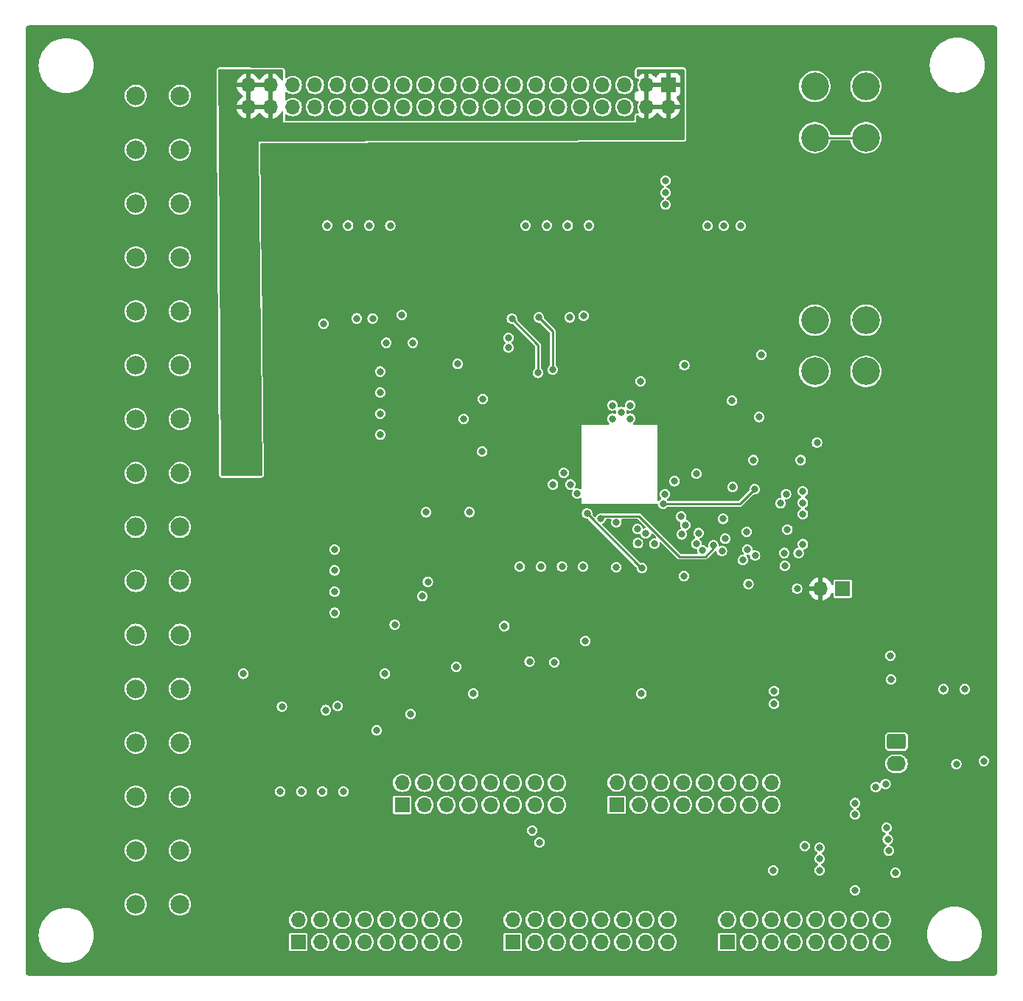
<source format=gbr>
%TF.GenerationSoftware,KiCad,Pcbnew,7.0.10*%
%TF.CreationDate,2024-05-01T16:26:35-07:00*%
%TF.ProjectId,control,636f6e74-726f-46c2-9e6b-696361645f70,B*%
%TF.SameCoordinates,Original*%
%TF.FileFunction,Copper,L3,Inr*%
%TF.FilePolarity,Positive*%
%FSLAX46Y46*%
G04 Gerber Fmt 4.6, Leading zero omitted, Abs format (unit mm)*
G04 Created by KiCad (PCBNEW 7.0.10) date 2024-05-01 16:26:35*
%MOMM*%
%LPD*%
G01*
G04 APERTURE LIST*
G04 Aperture macros list*
%AMRoundRect*
0 Rectangle with rounded corners*
0 $1 Rounding radius*
0 $2 $3 $4 $5 $6 $7 $8 $9 X,Y pos of 4 corners*
0 Add a 4 corners polygon primitive as box body*
4,1,4,$2,$3,$4,$5,$6,$7,$8,$9,$2,$3,0*
0 Add four circle primitives for the rounded corners*
1,1,$1+$1,$2,$3*
1,1,$1+$1,$4,$5*
1,1,$1+$1,$6,$7*
1,1,$1+$1,$8,$9*
0 Add four rect primitives between the rounded corners*
20,1,$1+$1,$2,$3,$4,$5,0*
20,1,$1+$1,$4,$5,$6,$7,0*
20,1,$1+$1,$6,$7,$8,$9,0*
20,1,$1+$1,$8,$9,$2,$3,0*%
G04 Aperture macros list end*
%TA.AperFunction,ComponentPad*%
%ADD10C,2.145000*%
%TD*%
%TA.AperFunction,ComponentPad*%
%ADD11R,1.700000X1.700000*%
%TD*%
%TA.AperFunction,ComponentPad*%
%ADD12O,1.700000X1.700000*%
%TD*%
%TA.AperFunction,ComponentPad*%
%ADD13C,3.200000*%
%TD*%
%TA.AperFunction,ComponentPad*%
%ADD14RoundRect,0.250000X-0.845000X0.620000X-0.845000X-0.620000X0.845000X-0.620000X0.845000X0.620000X0*%
%TD*%
%TA.AperFunction,ComponentPad*%
%ADD15O,2.190000X1.740000*%
%TD*%
%TA.AperFunction,ViaPad*%
%ADD16C,0.800000*%
%TD*%
%TA.AperFunction,Conductor*%
%ADD17C,0.250000*%
%TD*%
G04 APERTURE END LIST*
D10*
%TO.N,Net-(J27-P1-Pad1)*%
%TO.C,J27*%
X83693000Y-94002800D03*
X88773000Y-94002800D03*
%TD*%
%TO.N,Net-(J26-P1-Pad1)*%
%TO.C,J26*%
X83693000Y-87814400D03*
X88773000Y-87814400D03*
%TD*%
%TO.N,Net-(J25-P1-Pad1)*%
%TO.C,J25*%
X83693000Y-81626000D03*
X88773000Y-81626000D03*
%TD*%
%TO.N,Net-(J24-P1-Pad1)*%
%TO.C,J24*%
X83693000Y-75437600D03*
X88773000Y-75437600D03*
%TD*%
%TO.N,Net-(J23-P1-Pad1)*%
%TO.C,J23*%
X83693000Y-69249200D03*
X88773000Y-69249200D03*
%TD*%
%TO.N,Net-(J22-P1-Pad1)*%
%TO.C,J22*%
X83693000Y-63060800D03*
X88773000Y-63060800D03*
%TD*%
%TO.N,Net-(J21-P1-Pad1)*%
%TO.C,J21*%
X83693000Y-56872400D03*
X88773000Y-56872400D03*
%TD*%
%TO.N,Net-(J20-P1-Pad1)*%
%TO.C,J20*%
X83693000Y-50684000D03*
X88773000Y-50684000D03*
%TD*%
%TO.N,Net-(J19-P1-Pad1)*%
%TO.C,J19*%
X83693000Y-143510000D03*
X88773000Y-143510000D03*
%TD*%
%TO.N,Net-(J18-P1-Pad1)*%
%TO.C,J18*%
X83693000Y-137321600D03*
X88773000Y-137321600D03*
%TD*%
%TO.N,Net-(J17-P1-Pad1)*%
%TO.C,J17*%
X83693000Y-131133200D03*
X88773000Y-131133200D03*
%TD*%
%TO.N,Net-(J16-P1-Pad1)*%
%TO.C,J16*%
X83693000Y-124944800D03*
X88773000Y-124944800D03*
%TD*%
%TO.N,Net-(J15-P1-Pad1)*%
%TO.C,J15*%
X83693000Y-118756400D03*
X88773000Y-118756400D03*
%TD*%
%TO.N,Net-(J14-P1-Pad1)*%
%TO.C,J14*%
X83693000Y-112568000D03*
X88773000Y-112568000D03*
%TD*%
%TO.N,Net-(J13-P1-Pad1)*%
%TO.C,J13*%
X83693000Y-106379600D03*
X88773000Y-106379600D03*
%TD*%
%TO.N,Net-(J12-P1-Pad1)*%
%TO.C,J12*%
X83693000Y-100191200D03*
X88773000Y-100191200D03*
%TD*%
D11*
%TO.N,Net-(J11-VTref)*%
%TO.C,JP1*%
X164901800Y-107289600D03*
D12*
%TO.N,+3.3V*%
X162361800Y-107289600D03*
%TD*%
D13*
%TO.N,GNDREF*%
%TO.C,J2*%
X167566400Y-76466600D03*
X161696400Y-76466600D03*
X167566400Y-82336600D03*
X161696400Y-82336600D03*
%TD*%
D14*
%TO.N,/RS485_B*%
%TO.C,J28*%
X171074400Y-124815600D03*
D15*
%TO.N,/RS485_A*%
X171074400Y-127355600D03*
%TD*%
D13*
%TO.N,Net-(D2-A)*%
%TO.C,J1*%
X167566400Y-49631600D03*
X161696400Y-49631600D03*
X167566400Y-55501600D03*
X161696400Y-55501600D03*
%TD*%
D11*
%TO.N,unconnected-(J5-Pin_1-Pad1)*%
%TO.C,J5*%
X151638000Y-147828000D03*
D12*
%TO.N,unconnected-(J5-Pin_2-Pad2)*%
X151638000Y-145288000D03*
%TO.N,unconnected-(J5-Pin_3-Pad3)*%
X154178000Y-147828000D03*
%TO.N,unconnected-(J5-Pin_4-Pad4)*%
X154178000Y-145288000D03*
%TO.N,unconnected-(J5-Pin_5-Pad5)*%
X156718000Y-147828000D03*
%TO.N,COMP_1_LGT_EN*%
X156718000Y-145288000D03*
%TO.N,unconnected-(J5-Pin_7-Pad7)*%
X159258000Y-147828000D03*
%TO.N,COMP_2_LGT_EN*%
X159258000Y-145288000D03*
%TO.N,unconnected-(J5-Pin_9-Pad9)*%
X161798000Y-147828000D03*
%TO.N,COMP_3_LGT_EN*%
X161798000Y-145288000D03*
%TO.N,unconnected-(J5-Pin_11-Pad11)*%
X164338000Y-147828000D03*
%TO.N,COMP_4_LGT_EN*%
X164338000Y-145288000D03*
%TO.N,unconnected-(J5-Pin_13-Pad13)*%
X166878000Y-147828000D03*
%TO.N,COMP_5_LGT_EN*%
X166878000Y-145288000D03*
%TO.N,unconnected-(J5-Pin_15-Pad15)*%
X169418000Y-147828000D03*
%TO.N,unconnected-(J5-Pin_16-Pad16)*%
X169418000Y-145288000D03*
%TD*%
D11*
%TO.N,unconnected-(J4-Pin_1-Pad1)*%
%TO.C,J4*%
X127000000Y-147828000D03*
D12*
%TO.N,unconnected-(J4-Pin_2-Pad2)*%
X127000000Y-145288000D03*
%TO.N,unconnected-(J4-Pin_3-Pad3)*%
X129540000Y-147828000D03*
%TO.N,unconnected-(J4-Pin_4-Pad4)*%
X129540000Y-145288000D03*
%TO.N,unconnected-(J4-Pin_5-Pad5)*%
X132080000Y-147828000D03*
%TO.N,MARKER_LGT_EN*%
X132080000Y-145288000D03*
%TO.N,unconnected-(J4-Pin_7-Pad7)*%
X134620000Y-147828000D03*
%TO.N,BACKUP_CHIME_EN*%
X134620000Y-145288000D03*
%TO.N,unconnected-(J4-Pin_9-Pad9)*%
X137160000Y-147828000D03*
%TO.N,Net-(J4-Pin_10)*%
X137160000Y-145288000D03*
%TO.N,unconnected-(J4-Pin_11-Pad11)*%
X139700000Y-147828000D03*
%TO.N,Net-(J4-Pin_10)*%
X139700000Y-145288000D03*
%TO.N,unconnected-(J4-Pin_13-Pad13)*%
X142240000Y-147828000D03*
%TO.N,ISECT_D_EN*%
X142240000Y-145288000D03*
%TO.N,unconnected-(J4-Pin_15-Pad15)*%
X144780000Y-147828000D03*
%TO.N,ISECT_P_EN*%
X144780000Y-145288000D03*
%TD*%
D11*
%TO.N,+12V*%
%TO.C,J10*%
X144900000Y-49460000D03*
D12*
X144900000Y-52000000D03*
X142360000Y-49460000D03*
X142360000Y-52000000D03*
%TO.N,GNDREF*%
X139820000Y-49460000D03*
X139820000Y-52000000D03*
X137280000Y-49460000D03*
X137280000Y-52000000D03*
%TO.N,Net-(J10-Pin_9)*%
X134740000Y-49460000D03*
%TO.N,Net-(J10-Pin_10)*%
X134740000Y-52000000D03*
%TO.N,CAB_SIGNAL_1*%
X132200000Y-49460000D03*
%TO.N,CAB_SIGNAL_5*%
X132200000Y-52000000D03*
%TO.N,CAB_SIGNAL_1*%
X129660000Y-49460000D03*
%TO.N,CAB_SIGNAL_5*%
X129660000Y-52000000D03*
%TO.N,CAB_SIGNAL_2*%
X127120000Y-49460000D03*
%TO.N,CAB_SIGNAL_6*%
X127120000Y-52000000D03*
%TO.N,CAB_SIGNAL_2*%
X124580000Y-49460000D03*
%TO.N,CAB_SIGNAL_6*%
X124580000Y-52000000D03*
%TO.N,CAB_SIGNAL_3*%
X122040000Y-49460000D03*
%TO.N,CAB_SIGNAL_7*%
X122040000Y-52000000D03*
%TO.N,CAB_SIGNAL_3*%
X119500000Y-49460000D03*
%TO.N,CAB_SIGNAL_7*%
X119500000Y-52000000D03*
%TO.N,CAB_SIGNAL_4*%
X116960000Y-49460000D03*
%TO.N,CAB_SIGNAL_8*%
X116960000Y-52000000D03*
%TO.N,CAB_SIGNAL_4*%
X114420000Y-49460000D03*
%TO.N,CAB_SIGNAL_8*%
X114420000Y-52000000D03*
%TO.N,unconnected-(J10-Pin_27-Pad27)*%
X111880000Y-49460000D03*
%TO.N,unconnected-(J10-Pin_28-Pad28)*%
X111880000Y-52000000D03*
%TO.N,unconnected-(J10-Pin_29-Pad29)*%
X109340000Y-49460000D03*
%TO.N,unconnected-(J10-Pin_30-Pad30)*%
X109340000Y-52000000D03*
%TO.N,unconnected-(J10-Pin_31-Pad31)*%
X106800000Y-49460000D03*
%TO.N,unconnected-(J10-Pin_32-Pad32)*%
X106800000Y-52000000D03*
%TO.N,GNDREF*%
X104260000Y-49460000D03*
X104260000Y-52000000D03*
X101720000Y-49460000D03*
X101720000Y-52000000D03*
%TO.N,+12V*%
X99180000Y-49460000D03*
X99180000Y-52000000D03*
X96640000Y-49460000D03*
X96640000Y-52000000D03*
%TD*%
D11*
%TO.N,unconnected-(J3-Pin_1-Pad1)*%
%TO.C,J3*%
X102362000Y-147828000D03*
D12*
%TO.N,unconnected-(J3-Pin_2-Pad2)*%
X102362000Y-145288000D03*
%TO.N,unconnected-(J3-Pin_3-Pad3)*%
X104902000Y-147828000D03*
%TO.N,unconnected-(J3-Pin_4-Pad4)*%
X104902000Y-145288000D03*
%TO.N,unconnected-(J3-Pin_5-Pad5)*%
X107442000Y-147828000D03*
%TO.N,Net-(J3-Pin_6)*%
X107442000Y-145288000D03*
%TO.N,unconnected-(J3-Pin_7-Pad7)*%
X109982000Y-147828000D03*
%TO.N,Net-(J3-Pin_6)*%
X109982000Y-145288000D03*
%TO.N,unconnected-(J3-Pin_9-Pad9)*%
X112522000Y-147828000D03*
%TO.N,Net-(J3-Pin_10)*%
X112522000Y-145288000D03*
%TO.N,unconnected-(J3-Pin_11-Pad11)*%
X115062000Y-147828000D03*
%TO.N,Net-(J3-Pin_10)*%
X115062000Y-145288000D03*
%TO.N,unconnected-(J3-Pin_13-Pad13)*%
X117602000Y-147828000D03*
%TO.N,Net-(J3-Pin_14)*%
X117602000Y-145288000D03*
%TO.N,unconnected-(J3-Pin_15-Pad15)*%
X120142000Y-147828000D03*
%TO.N,Net-(J3-Pin_14)*%
X120142000Y-145288000D03*
%TD*%
D11*
%TO.N,unconnected-(J7-Pin_1-Pad1)*%
%TO.C,J7*%
X138938000Y-132080000D03*
D12*
%TO.N,unconnected-(J7-Pin_2-Pad2)*%
X138938000Y-129540000D03*
%TO.N,unconnected-(J7-Pin_3-Pad3)*%
X141478000Y-132080000D03*
%TO.N,unconnected-(J7-Pin_4-Pad4)*%
X141478000Y-129540000D03*
%TO.N,unconnected-(J7-Pin_5-Pad5)*%
X144018000Y-132080000D03*
%TO.N,AUX_7_EN*%
X144018000Y-129540000D03*
%TO.N,unconnected-(J7-Pin_7-Pad7)*%
X146558000Y-132080000D03*
%TO.N,AUX_8_EN*%
X146558000Y-129540000D03*
%TO.N,unconnected-(J7-Pin_9-Pad9)*%
X149098000Y-132080000D03*
%TO.N,AUX_9_EN*%
X149098000Y-129540000D03*
%TO.N,unconnected-(J7-Pin_11-Pad11)*%
X151638000Y-132080000D03*
%TO.N,AUX_10_EN*%
X151638000Y-129540000D03*
%TO.N,unconnected-(J7-Pin_13-Pad13)*%
X154178000Y-132080000D03*
%TO.N,AUX_11_EN*%
X154178000Y-129540000D03*
%TO.N,unconnected-(J7-Pin_15-Pad15)*%
X156718000Y-132080000D03*
%TO.N,AUX_12_EN*%
X156718000Y-129540000D03*
%TD*%
D11*
%TO.N,unconnected-(J6-Pin_1-Pad1)*%
%TO.C,J6*%
X114300000Y-132096000D03*
D12*
%TO.N,unconnected-(J6-Pin_2-Pad2)*%
X114300000Y-129556000D03*
%TO.N,unconnected-(J6-Pin_3-Pad3)*%
X116840000Y-132096000D03*
%TO.N,unconnected-(J6-Pin_4-Pad4)*%
X116840000Y-129556000D03*
%TO.N,unconnected-(J6-Pin_5-Pad5)*%
X119380000Y-132096000D03*
%TO.N,AUX_1_EN*%
X119380000Y-129556000D03*
%TO.N,unconnected-(J6-Pin_7-Pad7)*%
X121920000Y-132096000D03*
%TO.N,AUX_2_EN*%
X121920000Y-129556000D03*
%TO.N,unconnected-(J6-Pin_9-Pad9)*%
X124460000Y-132096000D03*
%TO.N,AUX_3_EN*%
X124460000Y-129556000D03*
%TO.N,unconnected-(J6-Pin_11-Pad11)*%
X127000000Y-132096000D03*
%TO.N,AUX_4_EN*%
X127000000Y-129556000D03*
%TO.N,unconnected-(J6-Pin_13-Pad13)*%
X129540000Y-132096000D03*
%TO.N,AUX_5_EN*%
X129540000Y-129556000D03*
%TO.N,unconnected-(J6-Pin_15-Pad15)*%
X132080000Y-132096000D03*
%TO.N,AUX_6_EN*%
X132080000Y-129556000D03*
%TD*%
D16*
%TO.N,I2C3_SDA*%
X159664400Y-107289600D03*
%TO.N,I2C3_SCL*%
X159842200Y-103174800D03*
%TO.N,COMP_4_SENSE*%
X126034800Y-111556800D03*
X146354800Y-99009200D03*
%TO.N,COMP_1_SENSE*%
X145592800Y-94945200D03*
X138887200Y-104800400D03*
X138887200Y-99669600D03*
X135331200Y-113284000D03*
%TO.N,GNDREF*%
X160324800Y-97409000D03*
X160324800Y-98704400D03*
X110506932Y-65582800D03*
X108085466Y-65582800D03*
X120497600Y-116230400D03*
X138430000Y-87757000D03*
X107543600Y-130556000D03*
X170434000Y-117703600D03*
X135077200Y-104749600D03*
X111760000Y-82346800D03*
X149352000Y-65633600D03*
X166319200Y-133197600D03*
X148336000Y-100888800D03*
X139446000Y-86995000D03*
X151257000Y-65633600D03*
X160324800Y-96113600D03*
X111760000Y-87189734D03*
X100279200Y-130556000D03*
X106527600Y-105189868D03*
X105664000Y-65582800D03*
X106527600Y-102768400D03*
X141782800Y-119329200D03*
X112928400Y-65582800D03*
X144526000Y-61823600D03*
X126492000Y-79603600D03*
X157022800Y-119024400D03*
X135737600Y-65582800D03*
X105122134Y-130556000D03*
X154076400Y-106730800D03*
X128473200Y-65582800D03*
X154635200Y-92506800D03*
X138430000Y-86233000D03*
X181102000Y-127050800D03*
X111760000Y-84768268D03*
X133316132Y-65582800D03*
X157022800Y-120497600D03*
X122021600Y-98501200D03*
X140462000Y-87757000D03*
X151180800Y-99263200D03*
X111760000Y-89611200D03*
X170383200Y-114960400D03*
X102700668Y-130556000D03*
X106527600Y-110032800D03*
X127812800Y-104749600D03*
X166319200Y-131876800D03*
X130234266Y-104749600D03*
X112318800Y-117043200D03*
X166319200Y-141884400D03*
X134416800Y-96367600D03*
X153162000Y-65633600D03*
X132655732Y-104749600D03*
X130894666Y-65582800D03*
X140462000Y-86233000D03*
X152196800Y-85699600D03*
X122478800Y-119329200D03*
X106527600Y-107611334D03*
X126492000Y-78486000D03*
X115265200Y-121666000D03*
X144475200Y-96418400D03*
X144526000Y-60452000D03*
X144526000Y-63195200D03*
X96062800Y-117043200D03*
%TO.N,+3.3V*%
X150266400Y-73964800D03*
X135737600Y-67970400D03*
X133316132Y-67970400D03*
X180797200Y-138836400D03*
X157734000Y-98704400D03*
X102700668Y-128168400D03*
X153466800Y-72420480D03*
X151841200Y-75498960D03*
X153466800Y-67818000D03*
X152603200Y-105867200D03*
X100279200Y-128168400D03*
X132655732Y-107137200D03*
X108085466Y-67970400D03*
X114147600Y-87189734D03*
X152196800Y-88849200D03*
X114147600Y-82346800D03*
X155143200Y-70896480D03*
X130894666Y-67970400D03*
X112928400Y-67970400D03*
X135077200Y-107137200D03*
X155143200Y-72430640D03*
X150266400Y-72430640D03*
X108915200Y-105189868D03*
X114147600Y-84768268D03*
X150266400Y-75498960D03*
X164388800Y-119024400D03*
X128473200Y-67970400D03*
X171297600Y-131419600D03*
X151841200Y-73964800D03*
X150266400Y-70896480D03*
X153466800Y-73954640D03*
X155143200Y-73964800D03*
X108915200Y-107611334D03*
X130234266Y-107137200D03*
X153466800Y-75488800D03*
X151841200Y-67828160D03*
X151841200Y-69362320D03*
X151841200Y-72430640D03*
X105664000Y-67970400D03*
X127812800Y-107137200D03*
X105122134Y-128168400D03*
X108915200Y-102768400D03*
X150266400Y-67828160D03*
X153466800Y-69352160D03*
X150266400Y-69362320D03*
X155143200Y-75498960D03*
X110506932Y-67970400D03*
X156870400Y-72420480D03*
X163423600Y-119024400D03*
X156870400Y-73954640D03*
X153466800Y-70886320D03*
X149758400Y-99212400D03*
X108915200Y-110032800D03*
X114147600Y-89611200D03*
X151841200Y-70896480D03*
X107543600Y-128168400D03*
%TO.N,+12V*%
X138684000Y-54610000D03*
X114808000Y-54711600D03*
X94589600Y-78130400D03*
X110337600Y-54711600D03*
X129540000Y-54610000D03*
X94792800Y-68478400D03*
X94488000Y-87477600D03*
X101346000Y-54711600D03*
X134112000Y-54610000D03*
X105867200Y-54711600D03*
X94742000Y-58470800D03*
%TO.N,CAB_2_SENSE*%
X131622800Y-95300800D03*
X109067600Y-76250800D03*
X146659600Y-105816400D03*
%TO.N,CAB_1_SENSE*%
X148793200Y-102870000D03*
X115519200Y-79044800D03*
X132842000Y-93980000D03*
X105257600Y-76860400D03*
X112471200Y-79044800D03*
%TO.N,CAB_4_SENSE*%
X158242000Y-104648000D03*
X155295600Y-87579200D03*
X114249200Y-75844400D03*
X155549600Y-80416400D03*
%TO.N,CAB_3_SENSE*%
X141833600Y-104902000D03*
X110896400Y-76250800D03*
X135534400Y-98653600D03*
%TO.N,CAB_6_SENSE*%
X133553200Y-76149200D03*
X152247600Y-95605600D03*
%TO.N,CAB_5_SENSE*%
X154838400Y-103479600D03*
X135128000Y-75946000D03*
%TO.N,CAB_8_SENSE*%
X129895600Y-82499200D03*
X151384000Y-101549200D03*
X126898400Y-76301600D03*
%TO.N,CAB_7_SENSE*%
X131572000Y-82143600D03*
X129997200Y-76149200D03*
X153873200Y-100736400D03*
%TO.N,STOP_LIGHT_SENSE*%
X153416000Y-103987600D03*
X113436400Y-111404400D03*
%TO.N,PARK_BRAKE_SENSE*%
X117043200Y-98501200D03*
X150063200Y-102311200D03*
X137109200Y-99212400D03*
%TO.N,MARKER_LIGHT_SENSE*%
X117246400Y-106476800D03*
X151028400Y-102971600D03*
%TO.N,REVERSE_LIGHT_SENSE*%
X153924000Y-102768400D03*
X116586000Y-108153200D03*
%TO.N,HORN_SENSE*%
X105511600Y-121208800D03*
X142290800Y-100939600D03*
%TO.N,AUX_1_SENSE*%
X141376400Y-102057200D03*
X106883200Y-120751600D03*
%TO.N,AUX_2_SENSE*%
X143256000Y-102108000D03*
X111353600Y-123545600D03*
%TO.N,BATT_SW_SENSE*%
X100482400Y-120802400D03*
X141325600Y-100431600D03*
%TO.N,COMP_2_SENSE*%
X146405600Y-101041200D03*
X131775200Y-115722400D03*
%TO.N,COMP_3_SENSE*%
X128930400Y-115620800D03*
X146812000Y-99974400D03*
%TO.N,COMP_5_SENSE*%
X133604000Y-95300800D03*
X148082000Y-102108000D03*
X120650000Y-81483200D03*
%TO.N,REAR_DOOR_SENSE*%
X123545600Y-85496400D03*
X148082000Y-94081600D03*
%TO.N,AUX_3_SENSE*%
X123494800Y-91541600D03*
X144272000Y-97536000D03*
X154787600Y-95859600D03*
%TO.N,SIDE_DOOR_SENSE*%
X146710400Y-81635600D03*
X141681200Y-83464400D03*
X121361200Y-87782400D03*
X158191200Y-103174800D03*
%TO.N,/MCU/#RESET*%
X160070800Y-92506800D03*
X161950400Y-90525600D03*
%TO.N,AUX_4_EN*%
X160528000Y-136804400D03*
%TO.N,AUX_5_EN*%
X162255200Y-137007600D03*
X129235200Y-135026400D03*
%TO.N,AUX_6_EN*%
X162255200Y-138277600D03*
X130048000Y-136398000D03*
%TO.N,UART5_TX*%
X158394400Y-96418400D03*
X160324800Y-102158800D03*
%TO.N,UART5_RX*%
X158546800Y-100482400D03*
X157734000Y-97485200D03*
%TO.N,AUX_9_EN*%
X162255200Y-139598400D03*
X156921200Y-139598400D03*
%TO.N,AUX_10_EN*%
X170942000Y-139903200D03*
%TO.N,AUX_11_EN*%
X170180000Y-137363200D03*
%TO.N,AUX_12_EN*%
X170078400Y-136042400D03*
%TO.N,I2C3_SDA*%
X169824400Y-129692400D03*
%TO.N,I2C3_SCL*%
X168706800Y-130048000D03*
%TO.N,Net-(J10-Pin_9)*%
X178917600Y-118821200D03*
%TO.N,Net-(J10-Pin_10)*%
X176479200Y-118821200D03*
%TO.N,Net-(U10-INT#)*%
X169926000Y-134721600D03*
X177952400Y-127406400D03*
%TD*%
D17*
%TO.N,CAB_3_SENSE*%
X141824295Y-104952800D02*
X141884400Y-104952800D01*
X141773495Y-104902000D02*
X141833600Y-104902000D01*
X141833600Y-104962105D02*
X141824295Y-104952800D01*
X135534400Y-98662905D02*
X141773495Y-104902000D01*
X135534400Y-98653600D02*
X135534400Y-98662905D01*
X141833600Y-104902000D02*
X141833600Y-104962105D01*
%TO.N,CAB_8_SENSE*%
X129895600Y-79298800D02*
X126898400Y-76301600D01*
X129895600Y-82499200D02*
X129895600Y-79298800D01*
%TO.N,CAB_7_SENSE*%
X131572000Y-77724000D02*
X129997200Y-76149200D01*
X131572000Y-82143600D02*
X131572000Y-77724000D01*
%TO.N,PARK_BRAKE_SENSE*%
X149093505Y-103595000D02*
X150063200Y-102625305D01*
X137377000Y-98944600D02*
X141515000Y-98944600D01*
X146165400Y-103595000D02*
X149093505Y-103595000D01*
X137109200Y-99212400D02*
X137377000Y-98944600D01*
X150063200Y-102625305D02*
X150063200Y-102311200D01*
X141515000Y-98944600D02*
X146165400Y-103595000D01*
%TO.N,AUX_3_SENSE*%
X153111200Y-97536000D02*
X154787600Y-95859600D01*
X144272000Y-97536000D02*
X153111200Y-97536000D01*
%TO.N,Net-(D2-A)*%
X161696400Y-55501600D02*
X167566400Y-55501600D01*
%TD*%
%TA.AperFunction,Conductor*%
%TO.N,+12V*%
G36*
X146653439Y-47670085D02*
G01*
X146699194Y-47722889D01*
X146710400Y-47774400D01*
X146710400Y-55654786D01*
X146690715Y-55721825D01*
X146637911Y-55767580D01*
X146586786Y-55778785D01*
X97790000Y-55930799D01*
X98195074Y-94210288D01*
X98176100Y-94277532D01*
X98123783Y-94323843D01*
X98071081Y-94335600D01*
X93595193Y-94335600D01*
X93528154Y-94315915D01*
X93482399Y-94263111D01*
X93471196Y-94212410D01*
X93220266Y-55778400D01*
X93168020Y-47776059D01*
X93187266Y-47708894D01*
X93239770Y-47662795D01*
X93292857Y-47651254D01*
X100511644Y-47700362D01*
X100578548Y-47720502D01*
X100623942Y-47773616D01*
X100634800Y-47824359D01*
X100634800Y-48826128D01*
X100615115Y-48893167D01*
X100562311Y-48938922D01*
X100493153Y-48948866D01*
X100429597Y-48919841D01*
X100398418Y-48878533D01*
X100353600Y-48782422D01*
X100353599Y-48782420D01*
X100218113Y-48588926D01*
X100218108Y-48588920D01*
X100051082Y-48421894D01*
X99857578Y-48286399D01*
X99643492Y-48186570D01*
X99643486Y-48186567D01*
X99430000Y-48129364D01*
X99430000Y-49024498D01*
X99322315Y-48975320D01*
X99215763Y-48960000D01*
X99144237Y-48960000D01*
X99037685Y-48975320D01*
X98930000Y-49024498D01*
X98930000Y-48129364D01*
X98929999Y-48129364D01*
X98716513Y-48186567D01*
X98716507Y-48186570D01*
X98502422Y-48286399D01*
X98502420Y-48286400D01*
X98308926Y-48421886D01*
X98308920Y-48421891D01*
X98141891Y-48588920D01*
X98141890Y-48588922D01*
X98011575Y-48775031D01*
X97956998Y-48818655D01*
X97887499Y-48825848D01*
X97825145Y-48794326D01*
X97808425Y-48775031D01*
X97678109Y-48588922D01*
X97678108Y-48588920D01*
X97511082Y-48421894D01*
X97317578Y-48286399D01*
X97103492Y-48186570D01*
X97103486Y-48186567D01*
X96890000Y-48129364D01*
X96890000Y-49024498D01*
X96782315Y-48975320D01*
X96675763Y-48960000D01*
X96604237Y-48960000D01*
X96497685Y-48975320D01*
X96390000Y-49024498D01*
X96390000Y-48129364D01*
X96389999Y-48129364D01*
X96176513Y-48186567D01*
X96176507Y-48186570D01*
X95962422Y-48286399D01*
X95962420Y-48286400D01*
X95768926Y-48421886D01*
X95768920Y-48421891D01*
X95601891Y-48588920D01*
X95601886Y-48588926D01*
X95466400Y-48782420D01*
X95466399Y-48782422D01*
X95366570Y-48996507D01*
X95366567Y-48996513D01*
X95309364Y-49209999D01*
X95309364Y-49210000D01*
X96206314Y-49210000D01*
X96180507Y-49250156D01*
X96140000Y-49388111D01*
X96140000Y-49531889D01*
X96180507Y-49669844D01*
X96206314Y-49710000D01*
X95309364Y-49710000D01*
X95366567Y-49923486D01*
X95366570Y-49923492D01*
X95466399Y-50137578D01*
X95601894Y-50331082D01*
X95768917Y-50498105D01*
X95955031Y-50628425D01*
X95998656Y-50683003D01*
X96005848Y-50752501D01*
X95974326Y-50814856D01*
X95955031Y-50831575D01*
X95768922Y-50961890D01*
X95768920Y-50961891D01*
X95601891Y-51128920D01*
X95601886Y-51128926D01*
X95466400Y-51322420D01*
X95466399Y-51322422D01*
X95366570Y-51536507D01*
X95366567Y-51536513D01*
X95309364Y-51749999D01*
X95309364Y-51750000D01*
X96206314Y-51750000D01*
X96180507Y-51790156D01*
X96140000Y-51928111D01*
X96140000Y-52071889D01*
X96180507Y-52209844D01*
X96206314Y-52250000D01*
X95309364Y-52250000D01*
X95366567Y-52463486D01*
X95366570Y-52463492D01*
X95466399Y-52677578D01*
X95601894Y-52871082D01*
X95768917Y-53038105D01*
X95962421Y-53173600D01*
X96176507Y-53273429D01*
X96176516Y-53273433D01*
X96390000Y-53330634D01*
X96390000Y-52435501D01*
X96497685Y-52484680D01*
X96604237Y-52500000D01*
X96675763Y-52500000D01*
X96782315Y-52484680D01*
X96890000Y-52435501D01*
X96890000Y-53330633D01*
X97103483Y-53273433D01*
X97103492Y-53273429D01*
X97317578Y-53173600D01*
X97511082Y-53038105D01*
X97678105Y-52871082D01*
X97808425Y-52684968D01*
X97863002Y-52641344D01*
X97932501Y-52634151D01*
X97994855Y-52665673D01*
X98011575Y-52684968D01*
X98141894Y-52871082D01*
X98308917Y-53038105D01*
X98502421Y-53173600D01*
X98716507Y-53273429D01*
X98716516Y-53273433D01*
X98930000Y-53330634D01*
X98930000Y-52435501D01*
X99037685Y-52484680D01*
X99144237Y-52500000D01*
X99215763Y-52500000D01*
X99322315Y-52484680D01*
X99430000Y-52435501D01*
X99430000Y-53330633D01*
X99643483Y-53273433D01*
X99643492Y-53273429D01*
X99857578Y-53173600D01*
X100051082Y-53038105D01*
X100218105Y-52871082D01*
X100353600Y-52677578D01*
X100398418Y-52581466D01*
X100444590Y-52529027D01*
X100511784Y-52509875D01*
X100578665Y-52530091D01*
X100623999Y-52583256D01*
X100634800Y-52633871D01*
X100634800Y-53797200D01*
X141173200Y-53797200D01*
X141179564Y-53027083D01*
X141199802Y-52960211D01*
X141252982Y-52914894D01*
X141322221Y-52905522D01*
X141385534Y-52935071D01*
X141391241Y-52940429D01*
X141488917Y-53038105D01*
X141682421Y-53173600D01*
X141896507Y-53273429D01*
X141896516Y-53273433D01*
X142110000Y-53330634D01*
X142110000Y-52435501D01*
X142217685Y-52484680D01*
X142324237Y-52500000D01*
X142395763Y-52500000D01*
X142502315Y-52484680D01*
X142610000Y-52435501D01*
X142610000Y-53330634D01*
X142823483Y-53273433D01*
X142823492Y-53273429D01*
X143037578Y-53173600D01*
X143231082Y-53038105D01*
X143398105Y-52871082D01*
X143528425Y-52684968D01*
X143583002Y-52641344D01*
X143652501Y-52634151D01*
X143714855Y-52665673D01*
X143731575Y-52684968D01*
X143861894Y-52871082D01*
X144028917Y-53038105D01*
X144222421Y-53173600D01*
X144436507Y-53273429D01*
X144436516Y-53273433D01*
X144650000Y-53330634D01*
X144650000Y-52435501D01*
X144757685Y-52484680D01*
X144864237Y-52500000D01*
X144935763Y-52500000D01*
X145042315Y-52484680D01*
X145150000Y-52435501D01*
X145150000Y-53330634D01*
X145363483Y-53273433D01*
X145363492Y-53273429D01*
X145577578Y-53173600D01*
X145771082Y-53038105D01*
X145938105Y-52871082D01*
X146073600Y-52677578D01*
X146173429Y-52463492D01*
X146173432Y-52463486D01*
X146230636Y-52250000D01*
X145333686Y-52250000D01*
X145359493Y-52209844D01*
X145400000Y-52071889D01*
X145400000Y-51928111D01*
X145359493Y-51790156D01*
X145333686Y-51750000D01*
X146230636Y-51750000D01*
X146230635Y-51749999D01*
X146173432Y-51536513D01*
X146173429Y-51536507D01*
X146073600Y-51322422D01*
X146073599Y-51322420D01*
X145938113Y-51128926D01*
X145938108Y-51128920D01*
X145815665Y-51006477D01*
X145782180Y-50945154D01*
X145787164Y-50875462D01*
X145829036Y-50819529D01*
X145860013Y-50802614D01*
X145992086Y-50753354D01*
X145992093Y-50753350D01*
X146107187Y-50667190D01*
X146107190Y-50667187D01*
X146193350Y-50552093D01*
X146193354Y-50552086D01*
X146243596Y-50417379D01*
X146243598Y-50417372D01*
X146249999Y-50357844D01*
X146250000Y-50357827D01*
X146250000Y-49710000D01*
X145333686Y-49710000D01*
X145359493Y-49669844D01*
X145400000Y-49531889D01*
X145400000Y-49388111D01*
X145359493Y-49250156D01*
X145333686Y-49210000D01*
X146250000Y-49210000D01*
X146250000Y-48562172D01*
X146249999Y-48562155D01*
X146243598Y-48502627D01*
X146243596Y-48502620D01*
X146193354Y-48367913D01*
X146193350Y-48367906D01*
X146107190Y-48252812D01*
X146107187Y-48252809D01*
X145992093Y-48166649D01*
X145992086Y-48166645D01*
X145857379Y-48116403D01*
X145857372Y-48116401D01*
X145797844Y-48110000D01*
X145150000Y-48110000D01*
X145150000Y-49024498D01*
X145042315Y-48975320D01*
X144935763Y-48960000D01*
X144864237Y-48960000D01*
X144757685Y-48975320D01*
X144650000Y-49024498D01*
X144650000Y-48110000D01*
X144002155Y-48110000D01*
X143942627Y-48116401D01*
X143942620Y-48116403D01*
X143807913Y-48166645D01*
X143807906Y-48166649D01*
X143692812Y-48252809D01*
X143692809Y-48252812D01*
X143606649Y-48367906D01*
X143606646Y-48367911D01*
X143557385Y-48499987D01*
X143515513Y-48555920D01*
X143450049Y-48580337D01*
X143381776Y-48565485D01*
X143353522Y-48544334D01*
X143231082Y-48421894D01*
X143037578Y-48286399D01*
X142823492Y-48186570D01*
X142823486Y-48186567D01*
X142610000Y-48129364D01*
X142610000Y-49024498D01*
X142502315Y-48975320D01*
X142395763Y-48960000D01*
X142324237Y-48960000D01*
X142217685Y-48975320D01*
X142110000Y-49024498D01*
X142110000Y-48129364D01*
X142109999Y-48129364D01*
X141896513Y-48186567D01*
X141896507Y-48186570D01*
X141682422Y-48286399D01*
X141682420Y-48286400D01*
X141488926Y-48421886D01*
X141429542Y-48481270D01*
X141368218Y-48514754D01*
X141298527Y-48509769D01*
X141242593Y-48467898D01*
X141218177Y-48402433D01*
X141217866Y-48392598D01*
X141222037Y-47887822D01*
X141222984Y-47773375D01*
X141243222Y-47706500D01*
X141296403Y-47661184D01*
X141346980Y-47650400D01*
X146586400Y-47650400D01*
X146653439Y-47670085D01*
G37*
%TD.AperFunction*%
%TA.AperFunction,Conductor*%
G36*
X98720507Y-51790156D02*
G01*
X98680000Y-51928111D01*
X98680000Y-52071889D01*
X98720507Y-52209844D01*
X98746314Y-52250000D01*
X97073686Y-52250000D01*
X97099493Y-52209844D01*
X97140000Y-52071889D01*
X97140000Y-51928111D01*
X97099493Y-51790156D01*
X97073686Y-51750000D01*
X98746314Y-51750000D01*
X98720507Y-51790156D01*
G37*
%TD.AperFunction*%
%TA.AperFunction,Conductor*%
G36*
X144440507Y-51790156D02*
G01*
X144400000Y-51928111D01*
X144400000Y-52071889D01*
X144440507Y-52209844D01*
X144466314Y-52250000D01*
X142793686Y-52250000D01*
X142819493Y-52209844D01*
X142860000Y-52071889D01*
X142860000Y-51928111D01*
X142819493Y-51790156D01*
X142793686Y-51750000D01*
X144466314Y-51750000D01*
X144440507Y-51790156D01*
G37*
%TD.AperFunction*%
%TA.AperFunction,Conductor*%
G36*
X96890000Y-51564498D02*
G01*
X96782315Y-51515320D01*
X96675763Y-51500000D01*
X96604237Y-51500000D01*
X96497685Y-51515320D01*
X96390000Y-51564498D01*
X96390000Y-49895501D01*
X96497685Y-49944680D01*
X96604237Y-49960000D01*
X96675763Y-49960000D01*
X96782315Y-49944680D01*
X96890000Y-49895501D01*
X96890000Y-51564498D01*
G37*
%TD.AperFunction*%
%TA.AperFunction,Conductor*%
G36*
X99430000Y-51564498D02*
G01*
X99322315Y-51515320D01*
X99215763Y-51500000D01*
X99144237Y-51500000D01*
X99037685Y-51515320D01*
X98930000Y-51564498D01*
X98930000Y-49895501D01*
X99037685Y-49944680D01*
X99144237Y-49960000D01*
X99215763Y-49960000D01*
X99322315Y-49944680D01*
X99430000Y-49895501D01*
X99430000Y-51564498D01*
G37*
%TD.AperFunction*%
%TA.AperFunction,Conductor*%
G36*
X142610000Y-51564498D02*
G01*
X142502315Y-51515320D01*
X142395763Y-51500000D01*
X142324237Y-51500000D01*
X142217685Y-51515320D01*
X142110000Y-51564498D01*
X142110000Y-49895501D01*
X142217685Y-49944680D01*
X142324237Y-49960000D01*
X142395763Y-49960000D01*
X142502315Y-49944680D01*
X142610000Y-49895501D01*
X142610000Y-51564498D01*
G37*
%TD.AperFunction*%
%TA.AperFunction,Conductor*%
G36*
X145150000Y-51564498D02*
G01*
X145042315Y-51515320D01*
X144935763Y-51500000D01*
X144864237Y-51500000D01*
X144757685Y-51515320D01*
X144650000Y-51564498D01*
X144650000Y-49895501D01*
X144757685Y-49944680D01*
X144864237Y-49960000D01*
X144935763Y-49960000D01*
X145042315Y-49944680D01*
X145150000Y-49895501D01*
X145150000Y-51564498D01*
G37*
%TD.AperFunction*%
%TA.AperFunction,Conductor*%
G36*
X98720507Y-49250156D02*
G01*
X98680000Y-49388111D01*
X98680000Y-49531889D01*
X98720507Y-49669844D01*
X98746314Y-49710000D01*
X97073686Y-49710000D01*
X97099493Y-49669844D01*
X97140000Y-49531889D01*
X97140000Y-49388111D01*
X97099493Y-49250156D01*
X97073686Y-49210000D01*
X98746314Y-49210000D01*
X98720507Y-49250156D01*
G37*
%TD.AperFunction*%
%TA.AperFunction,Conductor*%
G36*
X144440507Y-49250156D02*
G01*
X144400000Y-49388111D01*
X144400000Y-49531889D01*
X144440507Y-49669844D01*
X144466314Y-49710000D01*
X142793686Y-49710000D01*
X142819493Y-49669844D01*
X142860000Y-49531889D01*
X142860000Y-49388111D01*
X142819493Y-49250156D01*
X142793686Y-49210000D01*
X144466314Y-49210000D01*
X144440507Y-49250156D01*
G37*
%TD.AperFunction*%
%TD*%
%TA.AperFunction,Conductor*%
%TO.N,+3.3V*%
G36*
X182184859Y-42571461D02*
G01*
X182290023Y-42585306D01*
X182321291Y-42593684D01*
X182411718Y-42631140D01*
X182439752Y-42647325D01*
X182517402Y-42706909D01*
X182540291Y-42729798D01*
X182599874Y-42807448D01*
X182616059Y-42835481D01*
X182653515Y-42925908D01*
X182661893Y-42957175D01*
X182675739Y-43062339D01*
X182676800Y-43078525D01*
X182676800Y-151231474D01*
X182675739Y-151247660D01*
X182661893Y-151352824D01*
X182653515Y-151384091D01*
X182616059Y-151474518D01*
X182599874Y-151502551D01*
X182540291Y-151580201D01*
X182517401Y-151603091D01*
X182439751Y-151662674D01*
X182411718Y-151678859D01*
X182321291Y-151716315D01*
X182290024Y-151724693D01*
X182196198Y-151737046D01*
X182184858Y-151738539D01*
X182168674Y-151739600D01*
X71526526Y-151739600D01*
X71510341Y-151738539D01*
X71497317Y-151736824D01*
X71405175Y-151724693D01*
X71373908Y-151716315D01*
X71283481Y-151678859D01*
X71255448Y-151662674D01*
X71177798Y-151603091D01*
X71154908Y-151580201D01*
X71095325Y-151502551D01*
X71079140Y-151474518D01*
X71041684Y-151384091D01*
X71033306Y-151352823D01*
X71019461Y-151247659D01*
X71018400Y-151231474D01*
X71018400Y-147066000D01*
X72536536Y-147066000D01*
X72556376Y-147419295D01*
X72556378Y-147419307D01*
X72615649Y-147768153D01*
X72615651Y-147768162D01*
X72713608Y-148108178D01*
X72849021Y-148435098D01*
X72849023Y-148435102D01*
X73020194Y-148744812D01*
X73020197Y-148744817D01*
X73224956Y-149033396D01*
X73224962Y-149033404D01*
X73460748Y-149297248D01*
X73460751Y-149297251D01*
X73724595Y-149533037D01*
X73724603Y-149533043D01*
X74013182Y-149737802D01*
X74013187Y-149737805D01*
X74013190Y-149737806D01*
X74013192Y-149737808D01*
X74047154Y-149756578D01*
X74322897Y-149908976D01*
X74322901Y-149908978D01*
X74429013Y-149952930D01*
X74649816Y-150044390D01*
X74989843Y-150142350D01*
X75338700Y-150201623D01*
X75603608Y-150216500D01*
X75603625Y-150216500D01*
X75780375Y-150216500D01*
X75780392Y-150216500D01*
X76045300Y-150201623D01*
X76394157Y-150142350D01*
X76734184Y-150044390D01*
X77061105Y-149908975D01*
X77370808Y-149737808D01*
X77370813Y-149737804D01*
X77370817Y-149737802D01*
X77461786Y-149673255D01*
X77659400Y-149533041D01*
X77923250Y-149297250D01*
X78159041Y-149033400D01*
X78322354Y-148803232D01*
X78363802Y-148744817D01*
X78363805Y-148744812D01*
X78363808Y-148744808D01*
X78389815Y-148697752D01*
X101311500Y-148697752D01*
X101323131Y-148756229D01*
X101323132Y-148756230D01*
X101367447Y-148822552D01*
X101433769Y-148866867D01*
X101433770Y-148866868D01*
X101492247Y-148878499D01*
X101492250Y-148878500D01*
X101492252Y-148878500D01*
X103231750Y-148878500D01*
X103231751Y-148878499D01*
X103246568Y-148875552D01*
X103290229Y-148866868D01*
X103290229Y-148866867D01*
X103290231Y-148866867D01*
X103356552Y-148822552D01*
X103400867Y-148756231D01*
X103400867Y-148756229D01*
X103400868Y-148756229D01*
X103412499Y-148697752D01*
X103412500Y-148697750D01*
X103412500Y-147828000D01*
X103846417Y-147828000D01*
X103866699Y-148033932D01*
X103866700Y-148033934D01*
X103926768Y-148231954D01*
X104024315Y-148414450D01*
X104024317Y-148414452D01*
X104155589Y-148574410D01*
X104252209Y-148653702D01*
X104315550Y-148705685D01*
X104498046Y-148803232D01*
X104696066Y-148863300D01*
X104696065Y-148863300D01*
X104714529Y-148865118D01*
X104902000Y-148883583D01*
X105107934Y-148863300D01*
X105305954Y-148803232D01*
X105488450Y-148705685D01*
X105648410Y-148574410D01*
X105779685Y-148414450D01*
X105877232Y-148231954D01*
X105937300Y-148033934D01*
X105957583Y-147828000D01*
X106386417Y-147828000D01*
X106406699Y-148033932D01*
X106406700Y-148033934D01*
X106466768Y-148231954D01*
X106564315Y-148414450D01*
X106564317Y-148414452D01*
X106695589Y-148574410D01*
X106792209Y-148653702D01*
X106855550Y-148705685D01*
X107038046Y-148803232D01*
X107236066Y-148863300D01*
X107236065Y-148863300D01*
X107254529Y-148865118D01*
X107442000Y-148883583D01*
X107647934Y-148863300D01*
X107845954Y-148803232D01*
X108028450Y-148705685D01*
X108188410Y-148574410D01*
X108319685Y-148414450D01*
X108417232Y-148231954D01*
X108477300Y-148033934D01*
X108497583Y-147828000D01*
X108926417Y-147828000D01*
X108946699Y-148033932D01*
X108946700Y-148033934D01*
X109006768Y-148231954D01*
X109104315Y-148414450D01*
X109104317Y-148414452D01*
X109235589Y-148574410D01*
X109332209Y-148653702D01*
X109395550Y-148705685D01*
X109578046Y-148803232D01*
X109776066Y-148863300D01*
X109776065Y-148863300D01*
X109794529Y-148865118D01*
X109982000Y-148883583D01*
X110187934Y-148863300D01*
X110385954Y-148803232D01*
X110568450Y-148705685D01*
X110728410Y-148574410D01*
X110859685Y-148414450D01*
X110957232Y-148231954D01*
X111017300Y-148033934D01*
X111037583Y-147828000D01*
X111466417Y-147828000D01*
X111486699Y-148033932D01*
X111486700Y-148033934D01*
X111546768Y-148231954D01*
X111644315Y-148414450D01*
X111644317Y-148414452D01*
X111775589Y-148574410D01*
X111872209Y-148653702D01*
X111935550Y-148705685D01*
X112118046Y-148803232D01*
X112316066Y-148863300D01*
X112316065Y-148863300D01*
X112334529Y-148865118D01*
X112522000Y-148883583D01*
X112727934Y-148863300D01*
X112925954Y-148803232D01*
X113108450Y-148705685D01*
X113268410Y-148574410D01*
X113399685Y-148414450D01*
X113497232Y-148231954D01*
X113557300Y-148033934D01*
X113577583Y-147828000D01*
X114006417Y-147828000D01*
X114026699Y-148033932D01*
X114026700Y-148033934D01*
X114086768Y-148231954D01*
X114184315Y-148414450D01*
X114184317Y-148414452D01*
X114315589Y-148574410D01*
X114412209Y-148653702D01*
X114475550Y-148705685D01*
X114658046Y-148803232D01*
X114856066Y-148863300D01*
X114856065Y-148863300D01*
X114874529Y-148865118D01*
X115062000Y-148883583D01*
X115267934Y-148863300D01*
X115465954Y-148803232D01*
X115648450Y-148705685D01*
X115808410Y-148574410D01*
X115939685Y-148414450D01*
X116037232Y-148231954D01*
X116097300Y-148033934D01*
X116117583Y-147828000D01*
X116546417Y-147828000D01*
X116566699Y-148033932D01*
X116566700Y-148033934D01*
X116626768Y-148231954D01*
X116724315Y-148414450D01*
X116724317Y-148414452D01*
X116855589Y-148574410D01*
X116952209Y-148653702D01*
X117015550Y-148705685D01*
X117198046Y-148803232D01*
X117396066Y-148863300D01*
X117396065Y-148863300D01*
X117414529Y-148865118D01*
X117602000Y-148883583D01*
X117807934Y-148863300D01*
X118005954Y-148803232D01*
X118188450Y-148705685D01*
X118348410Y-148574410D01*
X118479685Y-148414450D01*
X118577232Y-148231954D01*
X118637300Y-148033934D01*
X118657583Y-147828000D01*
X119086417Y-147828000D01*
X119106699Y-148033932D01*
X119106700Y-148033934D01*
X119166768Y-148231954D01*
X119264315Y-148414450D01*
X119264317Y-148414452D01*
X119395589Y-148574410D01*
X119492209Y-148653702D01*
X119555550Y-148705685D01*
X119738046Y-148803232D01*
X119936066Y-148863300D01*
X119936065Y-148863300D01*
X119954529Y-148865118D01*
X120142000Y-148883583D01*
X120347934Y-148863300D01*
X120545954Y-148803232D01*
X120728450Y-148705685D01*
X120738116Y-148697752D01*
X125949500Y-148697752D01*
X125961131Y-148756229D01*
X125961132Y-148756230D01*
X126005447Y-148822552D01*
X126071769Y-148866867D01*
X126071770Y-148866868D01*
X126130247Y-148878499D01*
X126130250Y-148878500D01*
X126130252Y-148878500D01*
X127869750Y-148878500D01*
X127869751Y-148878499D01*
X127884568Y-148875552D01*
X127928229Y-148866868D01*
X127928229Y-148866867D01*
X127928231Y-148866867D01*
X127994552Y-148822552D01*
X128038867Y-148756231D01*
X128038867Y-148756229D01*
X128038868Y-148756229D01*
X128050499Y-148697752D01*
X128050500Y-148697750D01*
X128050500Y-147828000D01*
X128484417Y-147828000D01*
X128504699Y-148033932D01*
X128504700Y-148033934D01*
X128564768Y-148231954D01*
X128662315Y-148414450D01*
X128662317Y-148414452D01*
X128793589Y-148574410D01*
X128890209Y-148653702D01*
X128953550Y-148705685D01*
X129136046Y-148803232D01*
X129334066Y-148863300D01*
X129334065Y-148863300D01*
X129352529Y-148865118D01*
X129540000Y-148883583D01*
X129745934Y-148863300D01*
X129943954Y-148803232D01*
X130126450Y-148705685D01*
X130286410Y-148574410D01*
X130417685Y-148414450D01*
X130515232Y-148231954D01*
X130575300Y-148033934D01*
X130595583Y-147828000D01*
X131024417Y-147828000D01*
X131044699Y-148033932D01*
X131044700Y-148033934D01*
X131104768Y-148231954D01*
X131202315Y-148414450D01*
X131202317Y-148414452D01*
X131333589Y-148574410D01*
X131430209Y-148653702D01*
X131493550Y-148705685D01*
X131676046Y-148803232D01*
X131874066Y-148863300D01*
X131874065Y-148863300D01*
X131892529Y-148865118D01*
X132080000Y-148883583D01*
X132285934Y-148863300D01*
X132483954Y-148803232D01*
X132666450Y-148705685D01*
X132826410Y-148574410D01*
X132957685Y-148414450D01*
X133055232Y-148231954D01*
X133115300Y-148033934D01*
X133135583Y-147828000D01*
X133564417Y-147828000D01*
X133584699Y-148033932D01*
X133584700Y-148033934D01*
X133644768Y-148231954D01*
X133742315Y-148414450D01*
X133742317Y-148414452D01*
X133873589Y-148574410D01*
X133970209Y-148653702D01*
X134033550Y-148705685D01*
X134216046Y-148803232D01*
X134414066Y-148863300D01*
X134414065Y-148863300D01*
X134432529Y-148865118D01*
X134620000Y-148883583D01*
X134825934Y-148863300D01*
X135023954Y-148803232D01*
X135206450Y-148705685D01*
X135366410Y-148574410D01*
X135497685Y-148414450D01*
X135595232Y-148231954D01*
X135655300Y-148033934D01*
X135675583Y-147828000D01*
X136104417Y-147828000D01*
X136124699Y-148033932D01*
X136124700Y-148033934D01*
X136184768Y-148231954D01*
X136282315Y-148414450D01*
X136282317Y-148414452D01*
X136413589Y-148574410D01*
X136510209Y-148653702D01*
X136573550Y-148705685D01*
X136756046Y-148803232D01*
X136954066Y-148863300D01*
X136954065Y-148863300D01*
X136972529Y-148865118D01*
X137160000Y-148883583D01*
X137365934Y-148863300D01*
X137563954Y-148803232D01*
X137746450Y-148705685D01*
X137906410Y-148574410D01*
X138037685Y-148414450D01*
X138135232Y-148231954D01*
X138195300Y-148033934D01*
X138215583Y-147828000D01*
X138644417Y-147828000D01*
X138664699Y-148033932D01*
X138664700Y-148033934D01*
X138724768Y-148231954D01*
X138822315Y-148414450D01*
X138822317Y-148414452D01*
X138953589Y-148574410D01*
X139050209Y-148653702D01*
X139113550Y-148705685D01*
X139296046Y-148803232D01*
X139494066Y-148863300D01*
X139494065Y-148863300D01*
X139512529Y-148865118D01*
X139700000Y-148883583D01*
X139905934Y-148863300D01*
X140103954Y-148803232D01*
X140286450Y-148705685D01*
X140446410Y-148574410D01*
X140577685Y-148414450D01*
X140675232Y-148231954D01*
X140735300Y-148033934D01*
X140755583Y-147828000D01*
X141184417Y-147828000D01*
X141204699Y-148033932D01*
X141204700Y-148033934D01*
X141264768Y-148231954D01*
X141362315Y-148414450D01*
X141362317Y-148414452D01*
X141493589Y-148574410D01*
X141590209Y-148653702D01*
X141653550Y-148705685D01*
X141836046Y-148803232D01*
X142034066Y-148863300D01*
X142034065Y-148863300D01*
X142052529Y-148865118D01*
X142240000Y-148883583D01*
X142445934Y-148863300D01*
X142643954Y-148803232D01*
X142826450Y-148705685D01*
X142986410Y-148574410D01*
X143117685Y-148414450D01*
X143215232Y-148231954D01*
X143275300Y-148033934D01*
X143295583Y-147828000D01*
X143724417Y-147828000D01*
X143744699Y-148033932D01*
X143744700Y-148033934D01*
X143804768Y-148231954D01*
X143902315Y-148414450D01*
X143902317Y-148414452D01*
X144033589Y-148574410D01*
X144130209Y-148653702D01*
X144193550Y-148705685D01*
X144376046Y-148803232D01*
X144574066Y-148863300D01*
X144574065Y-148863300D01*
X144592529Y-148865118D01*
X144780000Y-148883583D01*
X144985934Y-148863300D01*
X145183954Y-148803232D01*
X145366450Y-148705685D01*
X145376116Y-148697752D01*
X150587500Y-148697752D01*
X150599131Y-148756229D01*
X150599132Y-148756230D01*
X150643447Y-148822552D01*
X150709769Y-148866867D01*
X150709770Y-148866868D01*
X150768247Y-148878499D01*
X150768250Y-148878500D01*
X150768252Y-148878500D01*
X152507750Y-148878500D01*
X152507751Y-148878499D01*
X152522568Y-148875552D01*
X152566229Y-148866868D01*
X152566229Y-148866867D01*
X152566231Y-148866867D01*
X152632552Y-148822552D01*
X152676867Y-148756231D01*
X152676867Y-148756229D01*
X152676868Y-148756229D01*
X152688499Y-148697752D01*
X152688500Y-148697750D01*
X152688500Y-147828000D01*
X153122417Y-147828000D01*
X153142699Y-148033932D01*
X153142700Y-148033934D01*
X153202768Y-148231954D01*
X153300315Y-148414450D01*
X153300317Y-148414452D01*
X153431589Y-148574410D01*
X153528209Y-148653702D01*
X153591550Y-148705685D01*
X153774046Y-148803232D01*
X153972066Y-148863300D01*
X153972065Y-148863300D01*
X153990529Y-148865118D01*
X154178000Y-148883583D01*
X154383934Y-148863300D01*
X154581954Y-148803232D01*
X154764450Y-148705685D01*
X154924410Y-148574410D01*
X155055685Y-148414450D01*
X155153232Y-148231954D01*
X155213300Y-148033934D01*
X155233583Y-147828000D01*
X155662417Y-147828000D01*
X155682699Y-148033932D01*
X155682700Y-148033934D01*
X155742768Y-148231954D01*
X155840315Y-148414450D01*
X155840317Y-148414452D01*
X155971589Y-148574410D01*
X156068209Y-148653702D01*
X156131550Y-148705685D01*
X156314046Y-148803232D01*
X156512066Y-148863300D01*
X156512065Y-148863300D01*
X156530529Y-148865118D01*
X156718000Y-148883583D01*
X156923934Y-148863300D01*
X157121954Y-148803232D01*
X157304450Y-148705685D01*
X157464410Y-148574410D01*
X157595685Y-148414450D01*
X157693232Y-148231954D01*
X157753300Y-148033934D01*
X157773583Y-147828000D01*
X158202417Y-147828000D01*
X158222699Y-148033932D01*
X158222700Y-148033934D01*
X158282768Y-148231954D01*
X158380315Y-148414450D01*
X158380317Y-148414452D01*
X158511589Y-148574410D01*
X158608209Y-148653702D01*
X158671550Y-148705685D01*
X158854046Y-148803232D01*
X159052066Y-148863300D01*
X159052065Y-148863300D01*
X159070529Y-148865118D01*
X159258000Y-148883583D01*
X159463934Y-148863300D01*
X159661954Y-148803232D01*
X159844450Y-148705685D01*
X160004410Y-148574410D01*
X160135685Y-148414450D01*
X160233232Y-148231954D01*
X160293300Y-148033934D01*
X160313583Y-147828000D01*
X160742417Y-147828000D01*
X160762699Y-148033932D01*
X160762700Y-148033934D01*
X160822768Y-148231954D01*
X160920315Y-148414450D01*
X160920317Y-148414452D01*
X161051589Y-148574410D01*
X161148209Y-148653702D01*
X161211550Y-148705685D01*
X161394046Y-148803232D01*
X161592066Y-148863300D01*
X161592065Y-148863300D01*
X161610529Y-148865118D01*
X161798000Y-148883583D01*
X162003934Y-148863300D01*
X162201954Y-148803232D01*
X162384450Y-148705685D01*
X162544410Y-148574410D01*
X162675685Y-148414450D01*
X162773232Y-148231954D01*
X162833300Y-148033934D01*
X162853583Y-147828000D01*
X163282417Y-147828000D01*
X163302699Y-148033932D01*
X163302700Y-148033934D01*
X163362768Y-148231954D01*
X163460315Y-148414450D01*
X163460317Y-148414452D01*
X163591589Y-148574410D01*
X163688209Y-148653702D01*
X163751550Y-148705685D01*
X163934046Y-148803232D01*
X164132066Y-148863300D01*
X164132065Y-148863300D01*
X164150529Y-148865118D01*
X164338000Y-148883583D01*
X164543934Y-148863300D01*
X164741954Y-148803232D01*
X164924450Y-148705685D01*
X165084410Y-148574410D01*
X165215685Y-148414450D01*
X165313232Y-148231954D01*
X165373300Y-148033934D01*
X165393583Y-147828000D01*
X165822417Y-147828000D01*
X165842699Y-148033932D01*
X165842700Y-148033934D01*
X165902768Y-148231954D01*
X166000315Y-148414450D01*
X166000317Y-148414452D01*
X166131589Y-148574410D01*
X166228209Y-148653702D01*
X166291550Y-148705685D01*
X166474046Y-148803232D01*
X166672066Y-148863300D01*
X166672065Y-148863300D01*
X166690529Y-148865118D01*
X166878000Y-148883583D01*
X167083934Y-148863300D01*
X167281954Y-148803232D01*
X167464450Y-148705685D01*
X167624410Y-148574410D01*
X167755685Y-148414450D01*
X167853232Y-148231954D01*
X167913300Y-148033934D01*
X167933583Y-147828000D01*
X168362417Y-147828000D01*
X168382699Y-148033932D01*
X168382700Y-148033934D01*
X168442768Y-148231954D01*
X168540315Y-148414450D01*
X168540317Y-148414452D01*
X168671589Y-148574410D01*
X168768209Y-148653702D01*
X168831550Y-148705685D01*
X169014046Y-148803232D01*
X169212066Y-148863300D01*
X169212065Y-148863300D01*
X169230529Y-148865118D01*
X169418000Y-148883583D01*
X169623934Y-148863300D01*
X169821954Y-148803232D01*
X170004450Y-148705685D01*
X170164410Y-148574410D01*
X170295685Y-148414450D01*
X170393232Y-148231954D01*
X170453300Y-148033934D01*
X170473583Y-147828000D01*
X170453300Y-147622066D01*
X170393232Y-147424046D01*
X170295685Y-147241550D01*
X170243702Y-147178209D01*
X170164410Y-147081589D01*
X170014121Y-146958252D01*
X170004450Y-146950315D01*
X169935762Y-146913600D01*
X174593736Y-146913600D01*
X174613576Y-147266895D01*
X174613578Y-147266907D01*
X174672849Y-147615753D01*
X174672851Y-147615762D01*
X174770808Y-147955778D01*
X174906221Y-148282698D01*
X174906223Y-148282702D01*
X175077394Y-148592412D01*
X175077397Y-148592417D01*
X175282156Y-148880996D01*
X175282162Y-148881004D01*
X175517948Y-149144848D01*
X175517951Y-149144851D01*
X175781795Y-149380637D01*
X175781803Y-149380643D01*
X176070382Y-149585402D01*
X176070387Y-149585405D01*
X176380097Y-149756576D01*
X176380101Y-149756578D01*
X176486213Y-149800530D01*
X176707016Y-149891990D01*
X177047043Y-149989950D01*
X177395900Y-150049223D01*
X177660808Y-150064100D01*
X177660825Y-150064100D01*
X177837575Y-150064100D01*
X177837592Y-150064100D01*
X178102500Y-150049223D01*
X178451357Y-149989950D01*
X178791384Y-149891990D01*
X179118305Y-149756575D01*
X179428008Y-149585408D01*
X179428013Y-149585404D01*
X179428017Y-149585402D01*
X179518986Y-149520855D01*
X179716600Y-149380641D01*
X179980450Y-149144850D01*
X180216241Y-148881000D01*
X180421008Y-148592408D01*
X180592175Y-148282705D01*
X180727590Y-147955784D01*
X180825550Y-147615757D01*
X180884823Y-147266900D01*
X180904664Y-146913600D01*
X180884823Y-146560300D01*
X180825550Y-146211443D01*
X180727590Y-145871416D01*
X180636130Y-145650613D01*
X180592178Y-145544501D01*
X180592176Y-145544497D01*
X180564230Y-145493932D01*
X180421008Y-145234792D01*
X180421006Y-145234790D01*
X180421005Y-145234787D01*
X180421002Y-145234782D01*
X180216243Y-144946203D01*
X180216237Y-144946195D01*
X179980451Y-144682351D01*
X179980448Y-144682348D01*
X179716604Y-144446562D01*
X179716596Y-144446556D01*
X179428017Y-144241797D01*
X179428012Y-144241794D01*
X179118302Y-144070623D01*
X179118298Y-144070621D01*
X178891421Y-143976646D01*
X178791384Y-143935210D01*
X178791380Y-143935208D01*
X178791378Y-143935208D01*
X178451362Y-143837251D01*
X178451353Y-143837249D01*
X178102507Y-143777978D01*
X178102495Y-143777976D01*
X177887866Y-143765923D01*
X177837592Y-143763100D01*
X177660808Y-143763100D01*
X177627291Y-143764982D01*
X177395904Y-143777976D01*
X177395892Y-143777978D01*
X177047046Y-143837249D01*
X177047037Y-143837251D01*
X176707021Y-143935208D01*
X176380101Y-144070621D01*
X176380097Y-144070623D01*
X176070387Y-144241794D01*
X176070382Y-144241797D01*
X175781803Y-144446556D01*
X175781795Y-144446562D01*
X175517951Y-144682348D01*
X175517948Y-144682351D01*
X175282162Y-144946195D01*
X175282156Y-144946203D01*
X175077397Y-145234782D01*
X175077394Y-145234787D01*
X174906223Y-145544497D01*
X174906221Y-145544501D01*
X174770808Y-145871421D01*
X174672851Y-146211437D01*
X174672849Y-146211446D01*
X174613578Y-146560292D01*
X174613576Y-146560304D01*
X174593736Y-146913600D01*
X169935762Y-146913600D01*
X169821954Y-146852768D01*
X169623934Y-146792700D01*
X169623932Y-146792699D01*
X169623934Y-146792699D01*
X169418000Y-146772417D01*
X169212067Y-146792699D01*
X169014043Y-146852769D01*
X168926114Y-146899769D01*
X168831550Y-146950315D01*
X168831548Y-146950316D01*
X168831547Y-146950317D01*
X168671589Y-147081589D01*
X168540317Y-147241547D01*
X168540315Y-147241550D01*
X168501643Y-147313898D01*
X168442769Y-147424043D01*
X168382699Y-147622067D01*
X168362417Y-147828000D01*
X167933583Y-147828000D01*
X167913300Y-147622066D01*
X167853232Y-147424046D01*
X167755685Y-147241550D01*
X167703702Y-147178209D01*
X167624410Y-147081589D01*
X167474121Y-146958252D01*
X167464450Y-146950315D01*
X167281954Y-146852768D01*
X167083934Y-146792700D01*
X167083932Y-146792699D01*
X167083934Y-146792699D01*
X166878000Y-146772417D01*
X166672067Y-146792699D01*
X166474043Y-146852769D01*
X166386114Y-146899769D01*
X166291550Y-146950315D01*
X166291548Y-146950316D01*
X166291547Y-146950317D01*
X166131589Y-147081589D01*
X166000317Y-147241547D01*
X166000315Y-147241550D01*
X165961643Y-147313898D01*
X165902769Y-147424043D01*
X165842699Y-147622067D01*
X165822417Y-147828000D01*
X165393583Y-147828000D01*
X165373300Y-147622066D01*
X165313232Y-147424046D01*
X165215685Y-147241550D01*
X165163702Y-147178209D01*
X165084410Y-147081589D01*
X164934121Y-146958252D01*
X164924450Y-146950315D01*
X164741954Y-146852768D01*
X164543934Y-146792700D01*
X164543932Y-146792699D01*
X164543934Y-146792699D01*
X164338000Y-146772417D01*
X164132067Y-146792699D01*
X163934043Y-146852769D01*
X163846114Y-146899769D01*
X163751550Y-146950315D01*
X163751548Y-146950316D01*
X163751547Y-146950317D01*
X163591589Y-147081589D01*
X163460317Y-147241547D01*
X163460315Y-147241550D01*
X163421643Y-147313898D01*
X163362769Y-147424043D01*
X163302699Y-147622067D01*
X163282417Y-147828000D01*
X162853583Y-147828000D01*
X162833300Y-147622066D01*
X162773232Y-147424046D01*
X162675685Y-147241550D01*
X162623702Y-147178209D01*
X162544410Y-147081589D01*
X162394121Y-146958252D01*
X162384450Y-146950315D01*
X162201954Y-146852768D01*
X162003934Y-146792700D01*
X162003932Y-146792699D01*
X162003934Y-146792699D01*
X161798000Y-146772417D01*
X161592067Y-146792699D01*
X161394043Y-146852769D01*
X161306114Y-146899769D01*
X161211550Y-146950315D01*
X161211548Y-146950316D01*
X161211547Y-146950317D01*
X161051589Y-147081589D01*
X160920317Y-147241547D01*
X160920315Y-147241550D01*
X160881643Y-147313898D01*
X160822769Y-147424043D01*
X160762699Y-147622067D01*
X160742417Y-147828000D01*
X160313583Y-147828000D01*
X160293300Y-147622066D01*
X160233232Y-147424046D01*
X160135685Y-147241550D01*
X160083702Y-147178209D01*
X160004410Y-147081589D01*
X159854121Y-146958252D01*
X159844450Y-146950315D01*
X159661954Y-146852768D01*
X159463934Y-146792700D01*
X159463932Y-146792699D01*
X159463934Y-146792699D01*
X159258000Y-146772417D01*
X159052067Y-146792699D01*
X158854043Y-146852769D01*
X158766114Y-146899769D01*
X158671550Y-146950315D01*
X158671548Y-146950316D01*
X158671547Y-146950317D01*
X158511589Y-147081589D01*
X158380317Y-147241547D01*
X158380315Y-147241550D01*
X158341643Y-147313898D01*
X158282769Y-147424043D01*
X158222699Y-147622067D01*
X158202417Y-147828000D01*
X157773583Y-147828000D01*
X157753300Y-147622066D01*
X157693232Y-147424046D01*
X157595685Y-147241550D01*
X157543702Y-147178209D01*
X157464410Y-147081589D01*
X157314121Y-146958252D01*
X157304450Y-146950315D01*
X157121954Y-146852768D01*
X156923934Y-146792700D01*
X156923932Y-146792699D01*
X156923934Y-146792699D01*
X156718000Y-146772417D01*
X156512067Y-146792699D01*
X156314043Y-146852769D01*
X156226114Y-146899769D01*
X156131550Y-146950315D01*
X156131548Y-146950316D01*
X156131547Y-146950317D01*
X155971589Y-147081589D01*
X155840317Y-147241547D01*
X155840315Y-147241550D01*
X155801643Y-147313898D01*
X155742769Y-147424043D01*
X155682699Y-147622067D01*
X155662417Y-147828000D01*
X155233583Y-147828000D01*
X155213300Y-147622066D01*
X155153232Y-147424046D01*
X155055685Y-147241550D01*
X155003702Y-147178209D01*
X154924410Y-147081589D01*
X154774121Y-146958252D01*
X154764450Y-146950315D01*
X154581954Y-146852768D01*
X154383934Y-146792700D01*
X154383932Y-146792699D01*
X154383934Y-146792699D01*
X154178000Y-146772417D01*
X153972067Y-146792699D01*
X153774043Y-146852769D01*
X153686114Y-146899769D01*
X153591550Y-146950315D01*
X153591548Y-146950316D01*
X153591547Y-146950317D01*
X153431589Y-147081589D01*
X153300317Y-147241547D01*
X153300315Y-147241550D01*
X153261643Y-147313898D01*
X153202769Y-147424043D01*
X153142699Y-147622067D01*
X153122417Y-147828000D01*
X152688500Y-147828000D01*
X152688500Y-146958249D01*
X152688499Y-146958247D01*
X152676868Y-146899770D01*
X152676867Y-146899769D01*
X152632552Y-146833447D01*
X152566230Y-146789132D01*
X152566229Y-146789131D01*
X152507752Y-146777500D01*
X152507748Y-146777500D01*
X150768252Y-146777500D01*
X150768247Y-146777500D01*
X150709770Y-146789131D01*
X150709769Y-146789132D01*
X150643447Y-146833447D01*
X150599132Y-146899769D01*
X150599131Y-146899770D01*
X150587500Y-146958247D01*
X150587500Y-148697752D01*
X145376116Y-148697752D01*
X145526410Y-148574410D01*
X145657685Y-148414450D01*
X145755232Y-148231954D01*
X145815300Y-148033934D01*
X145835583Y-147828000D01*
X145815300Y-147622066D01*
X145755232Y-147424046D01*
X145657685Y-147241550D01*
X145605702Y-147178209D01*
X145526410Y-147081589D01*
X145376121Y-146958252D01*
X145366450Y-146950315D01*
X145183954Y-146852768D01*
X144985934Y-146792700D01*
X144985932Y-146792699D01*
X144985934Y-146792699D01*
X144780000Y-146772417D01*
X144574067Y-146792699D01*
X144376043Y-146852769D01*
X144288114Y-146899769D01*
X144193550Y-146950315D01*
X144193548Y-146950316D01*
X144193547Y-146950317D01*
X144033589Y-147081589D01*
X143902317Y-147241547D01*
X143902315Y-147241550D01*
X143863643Y-147313898D01*
X143804769Y-147424043D01*
X143744699Y-147622067D01*
X143724417Y-147828000D01*
X143295583Y-147828000D01*
X143275300Y-147622066D01*
X143215232Y-147424046D01*
X143117685Y-147241550D01*
X143065702Y-147178209D01*
X142986410Y-147081589D01*
X142836121Y-146958252D01*
X142826450Y-146950315D01*
X142643954Y-146852768D01*
X142445934Y-146792700D01*
X142445932Y-146792699D01*
X142445934Y-146792699D01*
X142240000Y-146772417D01*
X142034067Y-146792699D01*
X141836043Y-146852769D01*
X141748114Y-146899769D01*
X141653550Y-146950315D01*
X141653548Y-146950316D01*
X141653547Y-146950317D01*
X141493589Y-147081589D01*
X141362317Y-147241547D01*
X141362315Y-147241550D01*
X141323643Y-147313898D01*
X141264769Y-147424043D01*
X141204699Y-147622067D01*
X141184417Y-147828000D01*
X140755583Y-147828000D01*
X140735300Y-147622066D01*
X140675232Y-147424046D01*
X140577685Y-147241550D01*
X140525702Y-147178209D01*
X140446410Y-147081589D01*
X140296121Y-146958252D01*
X140286450Y-146950315D01*
X140103954Y-146852768D01*
X139905934Y-146792700D01*
X139905932Y-146792699D01*
X139905934Y-146792699D01*
X139700000Y-146772417D01*
X139494067Y-146792699D01*
X139296043Y-146852769D01*
X139208114Y-146899769D01*
X139113550Y-146950315D01*
X139113548Y-146950316D01*
X139113547Y-146950317D01*
X138953589Y-147081589D01*
X138822317Y-147241547D01*
X138822315Y-147241550D01*
X138783643Y-147313898D01*
X138724769Y-147424043D01*
X138664699Y-147622067D01*
X138644417Y-147828000D01*
X138215583Y-147828000D01*
X138195300Y-147622066D01*
X138135232Y-147424046D01*
X138037685Y-147241550D01*
X137985702Y-147178209D01*
X137906410Y-147081589D01*
X137756121Y-146958252D01*
X137746450Y-146950315D01*
X137563954Y-146852768D01*
X137365934Y-146792700D01*
X137365932Y-146792699D01*
X137365934Y-146792699D01*
X137160000Y-146772417D01*
X136954067Y-146792699D01*
X136756043Y-146852769D01*
X136668114Y-146899769D01*
X136573550Y-146950315D01*
X136573548Y-146950316D01*
X136573547Y-146950317D01*
X136413589Y-147081589D01*
X136282317Y-147241547D01*
X136282315Y-147241550D01*
X136243643Y-147313898D01*
X136184769Y-147424043D01*
X136124699Y-147622067D01*
X136104417Y-147828000D01*
X135675583Y-147828000D01*
X135655300Y-147622066D01*
X135595232Y-147424046D01*
X135497685Y-147241550D01*
X135445702Y-147178209D01*
X135366410Y-147081589D01*
X135216121Y-146958252D01*
X135206450Y-146950315D01*
X135023954Y-146852768D01*
X134825934Y-146792700D01*
X134825932Y-146792699D01*
X134825934Y-146792699D01*
X134620000Y-146772417D01*
X134414067Y-146792699D01*
X134216043Y-146852769D01*
X134128114Y-146899769D01*
X134033550Y-146950315D01*
X134033548Y-146950316D01*
X134033547Y-146950317D01*
X133873589Y-147081589D01*
X133742317Y-147241547D01*
X133742315Y-147241550D01*
X133703643Y-147313898D01*
X133644769Y-147424043D01*
X133584699Y-147622067D01*
X133564417Y-147828000D01*
X133135583Y-147828000D01*
X133115300Y-147622066D01*
X133055232Y-147424046D01*
X132957685Y-147241550D01*
X132905702Y-147178209D01*
X132826410Y-147081589D01*
X132676121Y-146958252D01*
X132666450Y-146950315D01*
X132483954Y-146852768D01*
X132285934Y-146792700D01*
X132285932Y-146792699D01*
X132285934Y-146792699D01*
X132080000Y-146772417D01*
X131874067Y-146792699D01*
X131676043Y-146852769D01*
X131588114Y-146899769D01*
X131493550Y-146950315D01*
X131493548Y-146950316D01*
X131493547Y-146950317D01*
X131333589Y-147081589D01*
X131202317Y-147241547D01*
X131202315Y-147241550D01*
X131163643Y-147313898D01*
X131104769Y-147424043D01*
X131044699Y-147622067D01*
X131024417Y-147828000D01*
X130595583Y-147828000D01*
X130575300Y-147622066D01*
X130515232Y-147424046D01*
X130417685Y-147241550D01*
X130365702Y-147178209D01*
X130286410Y-147081589D01*
X130136121Y-146958252D01*
X130126450Y-146950315D01*
X129943954Y-146852768D01*
X129745934Y-146792700D01*
X129745932Y-146792699D01*
X129745934Y-146792699D01*
X129540000Y-146772417D01*
X129334067Y-146792699D01*
X129136043Y-146852769D01*
X129048114Y-146899769D01*
X128953550Y-146950315D01*
X128953548Y-146950316D01*
X128953547Y-146950317D01*
X128793589Y-147081589D01*
X128662317Y-147241547D01*
X128662315Y-147241550D01*
X128623643Y-147313898D01*
X128564769Y-147424043D01*
X128504699Y-147622067D01*
X128484417Y-147828000D01*
X128050500Y-147828000D01*
X128050500Y-146958249D01*
X128050499Y-146958247D01*
X128038868Y-146899770D01*
X128038867Y-146899769D01*
X127994552Y-146833447D01*
X127928230Y-146789132D01*
X127928229Y-146789131D01*
X127869752Y-146777500D01*
X127869748Y-146777500D01*
X126130252Y-146777500D01*
X126130247Y-146777500D01*
X126071770Y-146789131D01*
X126071769Y-146789132D01*
X126005447Y-146833447D01*
X125961132Y-146899769D01*
X125961131Y-146899770D01*
X125949500Y-146958247D01*
X125949500Y-148697752D01*
X120738116Y-148697752D01*
X120888410Y-148574410D01*
X121019685Y-148414450D01*
X121117232Y-148231954D01*
X121177300Y-148033934D01*
X121197583Y-147828000D01*
X121177300Y-147622066D01*
X121117232Y-147424046D01*
X121019685Y-147241550D01*
X120967702Y-147178209D01*
X120888410Y-147081589D01*
X120738121Y-146958252D01*
X120728450Y-146950315D01*
X120545954Y-146852768D01*
X120347934Y-146792700D01*
X120347932Y-146792699D01*
X120347934Y-146792699D01*
X120142000Y-146772417D01*
X119936067Y-146792699D01*
X119738043Y-146852769D01*
X119650114Y-146899769D01*
X119555550Y-146950315D01*
X119555548Y-146950316D01*
X119555547Y-146950317D01*
X119395589Y-147081589D01*
X119264317Y-147241547D01*
X119264315Y-147241550D01*
X119225643Y-147313898D01*
X119166769Y-147424043D01*
X119106699Y-147622067D01*
X119086417Y-147828000D01*
X118657583Y-147828000D01*
X118637300Y-147622066D01*
X118577232Y-147424046D01*
X118479685Y-147241550D01*
X118427702Y-147178209D01*
X118348410Y-147081589D01*
X118198121Y-146958252D01*
X118188450Y-146950315D01*
X118005954Y-146852768D01*
X117807934Y-146792700D01*
X117807932Y-146792699D01*
X117807934Y-146792699D01*
X117602000Y-146772417D01*
X117396067Y-146792699D01*
X117198043Y-146852769D01*
X117110114Y-146899769D01*
X117015550Y-146950315D01*
X117015548Y-146950316D01*
X117015547Y-146950317D01*
X116855589Y-147081589D01*
X116724317Y-147241547D01*
X116724315Y-147241550D01*
X116685643Y-147313898D01*
X116626769Y-147424043D01*
X116566699Y-147622067D01*
X116546417Y-147828000D01*
X116117583Y-147828000D01*
X116097300Y-147622066D01*
X116037232Y-147424046D01*
X115939685Y-147241550D01*
X115887702Y-147178209D01*
X115808410Y-147081589D01*
X115658121Y-146958252D01*
X115648450Y-146950315D01*
X115465954Y-146852768D01*
X115267934Y-146792700D01*
X115267932Y-146792699D01*
X115267934Y-146792699D01*
X115062000Y-146772417D01*
X114856067Y-146792699D01*
X114658043Y-146852769D01*
X114570114Y-146899769D01*
X114475550Y-146950315D01*
X114475548Y-146950316D01*
X114475547Y-146950317D01*
X114315589Y-147081589D01*
X114184317Y-147241547D01*
X114184315Y-147241550D01*
X114145643Y-147313898D01*
X114086769Y-147424043D01*
X114026699Y-147622067D01*
X114006417Y-147828000D01*
X113577583Y-147828000D01*
X113557300Y-147622066D01*
X113497232Y-147424046D01*
X113399685Y-147241550D01*
X113347702Y-147178209D01*
X113268410Y-147081589D01*
X113118121Y-146958252D01*
X113108450Y-146950315D01*
X112925954Y-146852768D01*
X112727934Y-146792700D01*
X112727932Y-146792699D01*
X112727934Y-146792699D01*
X112522000Y-146772417D01*
X112316067Y-146792699D01*
X112118043Y-146852769D01*
X112030114Y-146899769D01*
X111935550Y-146950315D01*
X111935548Y-146950316D01*
X111935547Y-146950317D01*
X111775589Y-147081589D01*
X111644317Y-147241547D01*
X111644315Y-147241550D01*
X111605643Y-147313898D01*
X111546769Y-147424043D01*
X111486699Y-147622067D01*
X111466417Y-147828000D01*
X111037583Y-147828000D01*
X111017300Y-147622066D01*
X110957232Y-147424046D01*
X110859685Y-147241550D01*
X110807702Y-147178209D01*
X110728410Y-147081589D01*
X110578121Y-146958252D01*
X110568450Y-146950315D01*
X110385954Y-146852768D01*
X110187934Y-146792700D01*
X110187932Y-146792699D01*
X110187934Y-146792699D01*
X109982000Y-146772417D01*
X109776067Y-146792699D01*
X109578043Y-146852769D01*
X109490114Y-146899769D01*
X109395550Y-146950315D01*
X109395548Y-146950316D01*
X109395547Y-146950317D01*
X109235589Y-147081589D01*
X109104317Y-147241547D01*
X109104315Y-147241550D01*
X109065643Y-147313898D01*
X109006769Y-147424043D01*
X108946699Y-147622067D01*
X108926417Y-147828000D01*
X108497583Y-147828000D01*
X108477300Y-147622066D01*
X108417232Y-147424046D01*
X108319685Y-147241550D01*
X108267702Y-147178209D01*
X108188410Y-147081589D01*
X108038121Y-146958252D01*
X108028450Y-146950315D01*
X107845954Y-146852768D01*
X107647934Y-146792700D01*
X107647932Y-146792699D01*
X107647934Y-146792699D01*
X107442000Y-146772417D01*
X107236067Y-146792699D01*
X107038043Y-146852769D01*
X106950114Y-146899769D01*
X106855550Y-146950315D01*
X106855548Y-146950316D01*
X106855547Y-146950317D01*
X106695589Y-147081589D01*
X106564317Y-147241547D01*
X106564315Y-147241550D01*
X106525643Y-147313898D01*
X106466769Y-147424043D01*
X106406699Y-147622067D01*
X106386417Y-147828000D01*
X105957583Y-147828000D01*
X105937300Y-147622066D01*
X105877232Y-147424046D01*
X105779685Y-147241550D01*
X105727702Y-147178209D01*
X105648410Y-147081589D01*
X105498121Y-146958252D01*
X105488450Y-146950315D01*
X105305954Y-146852768D01*
X105107934Y-146792700D01*
X105107932Y-146792699D01*
X105107934Y-146792699D01*
X104902000Y-146772417D01*
X104696067Y-146792699D01*
X104498043Y-146852769D01*
X104410114Y-146899769D01*
X104315550Y-146950315D01*
X104315548Y-146950316D01*
X104315547Y-146950317D01*
X104155589Y-147081589D01*
X104024317Y-147241547D01*
X104024315Y-147241550D01*
X103985643Y-147313898D01*
X103926769Y-147424043D01*
X103866699Y-147622067D01*
X103846417Y-147828000D01*
X103412500Y-147828000D01*
X103412500Y-146958249D01*
X103412499Y-146958247D01*
X103400868Y-146899770D01*
X103400867Y-146899769D01*
X103356552Y-146833447D01*
X103290230Y-146789132D01*
X103290229Y-146789131D01*
X103231752Y-146777500D01*
X103231748Y-146777500D01*
X101492252Y-146777500D01*
X101492247Y-146777500D01*
X101433770Y-146789131D01*
X101433769Y-146789132D01*
X101367447Y-146833447D01*
X101323132Y-146899769D01*
X101323131Y-146899770D01*
X101311500Y-146958247D01*
X101311500Y-148697752D01*
X78389815Y-148697752D01*
X78534975Y-148435105D01*
X78670390Y-148108184D01*
X78768350Y-147768157D01*
X78827623Y-147419300D01*
X78847464Y-147066000D01*
X78827623Y-146712700D01*
X78768350Y-146363843D01*
X78670390Y-146023816D01*
X78578930Y-145803013D01*
X78534978Y-145696901D01*
X78534976Y-145696897D01*
X78450750Y-145544501D01*
X78363808Y-145387192D01*
X78363806Y-145387190D01*
X78363805Y-145387187D01*
X78363802Y-145387182D01*
X78293428Y-145288000D01*
X101306417Y-145288000D01*
X101326699Y-145493932D01*
X101326700Y-145493934D01*
X101386768Y-145691954D01*
X101484315Y-145874450D01*
X101484317Y-145874452D01*
X101615589Y-146034410D01*
X101712209Y-146113702D01*
X101775550Y-146165685D01*
X101958046Y-146263232D01*
X102156066Y-146323300D01*
X102156065Y-146323300D01*
X102174529Y-146325118D01*
X102362000Y-146343583D01*
X102567934Y-146323300D01*
X102765954Y-146263232D01*
X102948450Y-146165685D01*
X103108410Y-146034410D01*
X103239685Y-145874450D01*
X103337232Y-145691954D01*
X103397300Y-145493934D01*
X103417583Y-145288000D01*
X103846417Y-145288000D01*
X103866699Y-145493932D01*
X103866700Y-145493934D01*
X103926768Y-145691954D01*
X104024315Y-145874450D01*
X104024317Y-145874452D01*
X104155589Y-146034410D01*
X104252209Y-146113702D01*
X104315550Y-146165685D01*
X104498046Y-146263232D01*
X104696066Y-146323300D01*
X104696065Y-146323300D01*
X104714529Y-146325118D01*
X104902000Y-146343583D01*
X105107934Y-146323300D01*
X105305954Y-146263232D01*
X105488450Y-146165685D01*
X105648410Y-146034410D01*
X105779685Y-145874450D01*
X105877232Y-145691954D01*
X105937300Y-145493934D01*
X105957583Y-145288000D01*
X106386417Y-145288000D01*
X106406699Y-145493932D01*
X106406700Y-145493934D01*
X106466768Y-145691954D01*
X106564315Y-145874450D01*
X106564317Y-145874452D01*
X106695589Y-146034410D01*
X106792209Y-146113702D01*
X106855550Y-146165685D01*
X107038046Y-146263232D01*
X107236066Y-146323300D01*
X107236065Y-146323300D01*
X107254529Y-146325118D01*
X107442000Y-146343583D01*
X107647934Y-146323300D01*
X107845954Y-146263232D01*
X108028450Y-146165685D01*
X108188410Y-146034410D01*
X108319685Y-145874450D01*
X108417232Y-145691954D01*
X108477300Y-145493934D01*
X108497583Y-145288000D01*
X108926417Y-145288000D01*
X108946699Y-145493932D01*
X108946700Y-145493934D01*
X109006768Y-145691954D01*
X109104315Y-145874450D01*
X109104317Y-145874452D01*
X109235589Y-146034410D01*
X109332209Y-146113702D01*
X109395550Y-146165685D01*
X109578046Y-146263232D01*
X109776066Y-146323300D01*
X109776065Y-146323300D01*
X109794529Y-146325118D01*
X109982000Y-146343583D01*
X110187934Y-146323300D01*
X110385954Y-146263232D01*
X110568450Y-146165685D01*
X110728410Y-146034410D01*
X110859685Y-145874450D01*
X110957232Y-145691954D01*
X111017300Y-145493934D01*
X111037583Y-145288000D01*
X111466417Y-145288000D01*
X111486699Y-145493932D01*
X111486700Y-145493934D01*
X111546768Y-145691954D01*
X111644315Y-145874450D01*
X111644317Y-145874452D01*
X111775589Y-146034410D01*
X111872209Y-146113702D01*
X111935550Y-146165685D01*
X112118046Y-146263232D01*
X112316066Y-146323300D01*
X112316065Y-146323300D01*
X112334529Y-146325118D01*
X112522000Y-146343583D01*
X112727934Y-146323300D01*
X112925954Y-146263232D01*
X113108450Y-146165685D01*
X113268410Y-146034410D01*
X113399685Y-145874450D01*
X113497232Y-145691954D01*
X113557300Y-145493934D01*
X113577583Y-145288000D01*
X114006417Y-145288000D01*
X114026699Y-145493932D01*
X114026700Y-145493934D01*
X114086768Y-145691954D01*
X114184315Y-145874450D01*
X114184317Y-145874452D01*
X114315589Y-146034410D01*
X114412209Y-146113702D01*
X114475550Y-146165685D01*
X114658046Y-146263232D01*
X114856066Y-146323300D01*
X114856065Y-146323300D01*
X114874529Y-146325118D01*
X115062000Y-146343583D01*
X115267934Y-146323300D01*
X115465954Y-146263232D01*
X115648450Y-146165685D01*
X115808410Y-146034410D01*
X115939685Y-145874450D01*
X116037232Y-145691954D01*
X116097300Y-145493934D01*
X116117583Y-145288000D01*
X116546417Y-145288000D01*
X116566699Y-145493932D01*
X116566700Y-145493934D01*
X116626768Y-145691954D01*
X116724315Y-145874450D01*
X116724317Y-145874452D01*
X116855589Y-146034410D01*
X116952209Y-146113702D01*
X117015550Y-146165685D01*
X117198046Y-146263232D01*
X117396066Y-146323300D01*
X117396065Y-146323300D01*
X117414529Y-146325118D01*
X117602000Y-146343583D01*
X117807934Y-146323300D01*
X118005954Y-146263232D01*
X118188450Y-146165685D01*
X118348410Y-146034410D01*
X118479685Y-145874450D01*
X118577232Y-145691954D01*
X118637300Y-145493934D01*
X118657583Y-145288000D01*
X119086417Y-145288000D01*
X119106699Y-145493932D01*
X119106700Y-145493934D01*
X119166768Y-145691954D01*
X119264315Y-145874450D01*
X119264317Y-145874452D01*
X119395589Y-146034410D01*
X119492209Y-146113702D01*
X119555550Y-146165685D01*
X119738046Y-146263232D01*
X119936066Y-146323300D01*
X119936065Y-146323300D01*
X119954529Y-146325118D01*
X120142000Y-146343583D01*
X120347934Y-146323300D01*
X120545954Y-146263232D01*
X120728450Y-146165685D01*
X120888410Y-146034410D01*
X121019685Y-145874450D01*
X121117232Y-145691954D01*
X121177300Y-145493934D01*
X121197583Y-145288000D01*
X125944417Y-145288000D01*
X125964699Y-145493932D01*
X125964700Y-145493934D01*
X126024768Y-145691954D01*
X126122315Y-145874450D01*
X126122317Y-145874452D01*
X126253589Y-146034410D01*
X126350209Y-146113702D01*
X126413550Y-146165685D01*
X126596046Y-146263232D01*
X126794066Y-146323300D01*
X126794065Y-146323300D01*
X126812529Y-146325118D01*
X127000000Y-146343583D01*
X127205934Y-146323300D01*
X127403954Y-146263232D01*
X127586450Y-146165685D01*
X127746410Y-146034410D01*
X127877685Y-145874450D01*
X127975232Y-145691954D01*
X128035300Y-145493934D01*
X128055583Y-145288000D01*
X128484417Y-145288000D01*
X128504699Y-145493932D01*
X128504700Y-145493934D01*
X128564768Y-145691954D01*
X128662315Y-145874450D01*
X128662317Y-145874452D01*
X128793589Y-146034410D01*
X128890209Y-146113702D01*
X128953550Y-146165685D01*
X129136046Y-146263232D01*
X129334066Y-146323300D01*
X129334065Y-146323300D01*
X129352529Y-146325118D01*
X129540000Y-146343583D01*
X129745934Y-146323300D01*
X129943954Y-146263232D01*
X130126450Y-146165685D01*
X130286410Y-146034410D01*
X130417685Y-145874450D01*
X130515232Y-145691954D01*
X130575300Y-145493934D01*
X130595583Y-145288000D01*
X131024417Y-145288000D01*
X131044699Y-145493932D01*
X131044700Y-145493934D01*
X131104768Y-145691954D01*
X131202315Y-145874450D01*
X131202317Y-145874452D01*
X131333589Y-146034410D01*
X131430209Y-146113702D01*
X131493550Y-146165685D01*
X131676046Y-146263232D01*
X131874066Y-146323300D01*
X131874065Y-146323300D01*
X131892529Y-146325118D01*
X132080000Y-146343583D01*
X132285934Y-146323300D01*
X132483954Y-146263232D01*
X132666450Y-146165685D01*
X132826410Y-146034410D01*
X132957685Y-145874450D01*
X133055232Y-145691954D01*
X133115300Y-145493934D01*
X133135583Y-145288000D01*
X133564417Y-145288000D01*
X133584699Y-145493932D01*
X133584700Y-145493934D01*
X133644768Y-145691954D01*
X133742315Y-145874450D01*
X133742317Y-145874452D01*
X133873589Y-146034410D01*
X133970209Y-146113702D01*
X134033550Y-146165685D01*
X134216046Y-146263232D01*
X134414066Y-146323300D01*
X134414065Y-146323300D01*
X134432529Y-146325118D01*
X134620000Y-146343583D01*
X134825934Y-146323300D01*
X135023954Y-146263232D01*
X135206450Y-146165685D01*
X135366410Y-146034410D01*
X135497685Y-145874450D01*
X135595232Y-145691954D01*
X135655300Y-145493934D01*
X135675583Y-145288000D01*
X136104417Y-145288000D01*
X136124699Y-145493932D01*
X136124700Y-145493934D01*
X136184768Y-145691954D01*
X136282315Y-145874450D01*
X136282317Y-145874452D01*
X136413589Y-146034410D01*
X136510209Y-146113702D01*
X136573550Y-146165685D01*
X136756046Y-146263232D01*
X136954066Y-146323300D01*
X136954065Y-146323300D01*
X136972529Y-146325118D01*
X137160000Y-146343583D01*
X137365934Y-146323300D01*
X137563954Y-146263232D01*
X137746450Y-146165685D01*
X137906410Y-146034410D01*
X138037685Y-145874450D01*
X138135232Y-145691954D01*
X138195300Y-145493934D01*
X138215583Y-145288000D01*
X138644417Y-145288000D01*
X138664699Y-145493932D01*
X138664700Y-145493934D01*
X138724768Y-145691954D01*
X138822315Y-145874450D01*
X138822317Y-145874452D01*
X138953589Y-146034410D01*
X139050209Y-146113702D01*
X139113550Y-146165685D01*
X139296046Y-146263232D01*
X139494066Y-146323300D01*
X139494065Y-146323300D01*
X139512529Y-146325118D01*
X139700000Y-146343583D01*
X139905934Y-146323300D01*
X140103954Y-146263232D01*
X140286450Y-146165685D01*
X140446410Y-146034410D01*
X140577685Y-145874450D01*
X140675232Y-145691954D01*
X140735300Y-145493934D01*
X140755583Y-145288000D01*
X141184417Y-145288000D01*
X141204699Y-145493932D01*
X141204700Y-145493934D01*
X141264768Y-145691954D01*
X141362315Y-145874450D01*
X141362317Y-145874452D01*
X141493589Y-146034410D01*
X141590209Y-146113702D01*
X141653550Y-146165685D01*
X141836046Y-146263232D01*
X142034066Y-146323300D01*
X142034065Y-146323300D01*
X142052529Y-146325118D01*
X142240000Y-146343583D01*
X142445934Y-146323300D01*
X142643954Y-146263232D01*
X142826450Y-146165685D01*
X142986410Y-146034410D01*
X143117685Y-145874450D01*
X143215232Y-145691954D01*
X143275300Y-145493934D01*
X143295583Y-145288000D01*
X143724417Y-145288000D01*
X143744699Y-145493932D01*
X143744700Y-145493934D01*
X143804768Y-145691954D01*
X143902315Y-145874450D01*
X143902317Y-145874452D01*
X144033589Y-146034410D01*
X144130209Y-146113702D01*
X144193550Y-146165685D01*
X144376046Y-146263232D01*
X144574066Y-146323300D01*
X144574065Y-146323300D01*
X144592529Y-146325118D01*
X144780000Y-146343583D01*
X144985934Y-146323300D01*
X145183954Y-146263232D01*
X145366450Y-146165685D01*
X145526410Y-146034410D01*
X145657685Y-145874450D01*
X145755232Y-145691954D01*
X145815300Y-145493934D01*
X145835583Y-145288000D01*
X150582417Y-145288000D01*
X150602699Y-145493932D01*
X150602700Y-145493934D01*
X150662768Y-145691954D01*
X150760315Y-145874450D01*
X150760317Y-145874452D01*
X150891589Y-146034410D01*
X150988209Y-146113702D01*
X151051550Y-146165685D01*
X151234046Y-146263232D01*
X151432066Y-146323300D01*
X151432065Y-146323300D01*
X151450529Y-146325118D01*
X151638000Y-146343583D01*
X151843934Y-146323300D01*
X152041954Y-146263232D01*
X152224450Y-146165685D01*
X152384410Y-146034410D01*
X152515685Y-145874450D01*
X152613232Y-145691954D01*
X152673300Y-145493934D01*
X152693583Y-145288000D01*
X153122417Y-145288000D01*
X153142699Y-145493932D01*
X153142700Y-145493934D01*
X153202768Y-145691954D01*
X153300315Y-145874450D01*
X153300317Y-145874452D01*
X153431589Y-146034410D01*
X153528209Y-146113702D01*
X153591550Y-146165685D01*
X153774046Y-146263232D01*
X153972066Y-146323300D01*
X153972065Y-146323300D01*
X153990529Y-146325118D01*
X154178000Y-146343583D01*
X154383934Y-146323300D01*
X154581954Y-146263232D01*
X154764450Y-146165685D01*
X154924410Y-146034410D01*
X155055685Y-145874450D01*
X155153232Y-145691954D01*
X155213300Y-145493934D01*
X155233583Y-145288000D01*
X155662417Y-145288000D01*
X155682699Y-145493932D01*
X155682700Y-145493934D01*
X155742768Y-145691954D01*
X155840315Y-145874450D01*
X155840317Y-145874452D01*
X155971589Y-146034410D01*
X156068209Y-146113702D01*
X156131550Y-146165685D01*
X156314046Y-146263232D01*
X156512066Y-146323300D01*
X156512065Y-146323300D01*
X156530529Y-146325118D01*
X156718000Y-146343583D01*
X156923934Y-146323300D01*
X157121954Y-146263232D01*
X157304450Y-146165685D01*
X157464410Y-146034410D01*
X157595685Y-145874450D01*
X157693232Y-145691954D01*
X157753300Y-145493934D01*
X157773583Y-145288000D01*
X158202417Y-145288000D01*
X158222699Y-145493932D01*
X158222700Y-145493934D01*
X158282768Y-145691954D01*
X158380315Y-145874450D01*
X158380317Y-145874452D01*
X158511589Y-146034410D01*
X158608209Y-146113702D01*
X158671550Y-146165685D01*
X158854046Y-146263232D01*
X159052066Y-146323300D01*
X159052065Y-146323300D01*
X159070529Y-146325118D01*
X159258000Y-146343583D01*
X159463934Y-146323300D01*
X159661954Y-146263232D01*
X159844450Y-146165685D01*
X160004410Y-146034410D01*
X160135685Y-145874450D01*
X160233232Y-145691954D01*
X160293300Y-145493934D01*
X160313583Y-145288000D01*
X160742417Y-145288000D01*
X160762699Y-145493932D01*
X160762700Y-145493934D01*
X160822768Y-145691954D01*
X160920315Y-145874450D01*
X160920317Y-145874452D01*
X161051589Y-146034410D01*
X161148209Y-146113702D01*
X161211550Y-146165685D01*
X161394046Y-146263232D01*
X161592066Y-146323300D01*
X161592065Y-146323300D01*
X161610529Y-146325118D01*
X161798000Y-146343583D01*
X162003934Y-146323300D01*
X162201954Y-146263232D01*
X162384450Y-146165685D01*
X162544410Y-146034410D01*
X162675685Y-145874450D01*
X162773232Y-145691954D01*
X162833300Y-145493934D01*
X162853583Y-145288000D01*
X163282417Y-145288000D01*
X163302699Y-145493932D01*
X163302700Y-145493934D01*
X163362768Y-145691954D01*
X163460315Y-145874450D01*
X163460317Y-145874452D01*
X163591589Y-146034410D01*
X163688209Y-146113702D01*
X163751550Y-146165685D01*
X163934046Y-146263232D01*
X164132066Y-146323300D01*
X164132065Y-146323300D01*
X164150529Y-146325118D01*
X164338000Y-146343583D01*
X164543934Y-146323300D01*
X164741954Y-146263232D01*
X164924450Y-146165685D01*
X165084410Y-146034410D01*
X165215685Y-145874450D01*
X165313232Y-145691954D01*
X165373300Y-145493934D01*
X165393583Y-145288000D01*
X165822417Y-145288000D01*
X165842699Y-145493932D01*
X165842700Y-145493934D01*
X165902768Y-145691954D01*
X166000315Y-145874450D01*
X166000317Y-145874452D01*
X166131589Y-146034410D01*
X166228209Y-146113702D01*
X166291550Y-146165685D01*
X166474046Y-146263232D01*
X166672066Y-146323300D01*
X166672065Y-146323300D01*
X166690529Y-146325118D01*
X166878000Y-146343583D01*
X167083934Y-146323300D01*
X167281954Y-146263232D01*
X167464450Y-146165685D01*
X167624410Y-146034410D01*
X167755685Y-145874450D01*
X167853232Y-145691954D01*
X167913300Y-145493934D01*
X167933583Y-145288000D01*
X168362417Y-145288000D01*
X168382699Y-145493932D01*
X168382700Y-145493934D01*
X168442768Y-145691954D01*
X168540315Y-145874450D01*
X168540317Y-145874452D01*
X168671589Y-146034410D01*
X168768209Y-146113702D01*
X168831550Y-146165685D01*
X169014046Y-146263232D01*
X169212066Y-146323300D01*
X169212065Y-146323300D01*
X169230529Y-146325118D01*
X169418000Y-146343583D01*
X169623934Y-146323300D01*
X169821954Y-146263232D01*
X170004450Y-146165685D01*
X170164410Y-146034410D01*
X170295685Y-145874450D01*
X170393232Y-145691954D01*
X170453300Y-145493934D01*
X170473583Y-145288000D01*
X170453300Y-145082066D01*
X170393232Y-144884046D01*
X170295685Y-144701550D01*
X170243702Y-144638209D01*
X170164410Y-144541589D01*
X170004452Y-144410317D01*
X170004453Y-144410317D01*
X170004450Y-144410315D01*
X169821954Y-144312768D01*
X169623934Y-144252700D01*
X169623932Y-144252699D01*
X169623934Y-144252699D01*
X169418000Y-144232417D01*
X169212067Y-144252699D01*
X169014043Y-144312769D01*
X168903898Y-144371643D01*
X168831550Y-144410315D01*
X168831548Y-144410316D01*
X168831547Y-144410317D01*
X168671589Y-144541589D01*
X168540317Y-144701547D01*
X168540315Y-144701550D01*
X168504556Y-144768449D01*
X168442769Y-144884043D01*
X168382699Y-145082067D01*
X168362417Y-145288000D01*
X167933583Y-145288000D01*
X167913300Y-145082066D01*
X167853232Y-144884046D01*
X167755685Y-144701550D01*
X167703702Y-144638209D01*
X167624410Y-144541589D01*
X167464452Y-144410317D01*
X167464453Y-144410317D01*
X167464450Y-144410315D01*
X167281954Y-144312768D01*
X167083934Y-144252700D01*
X167083932Y-144252699D01*
X167083934Y-144252699D01*
X166878000Y-144232417D01*
X166672067Y-144252699D01*
X166474043Y-144312769D01*
X166363898Y-144371643D01*
X166291550Y-144410315D01*
X166291548Y-144410316D01*
X166291547Y-144410317D01*
X166131589Y-144541589D01*
X166000317Y-144701547D01*
X166000315Y-144701550D01*
X165964556Y-144768449D01*
X165902769Y-144884043D01*
X165842699Y-145082067D01*
X165822417Y-145288000D01*
X165393583Y-145288000D01*
X165373300Y-145082066D01*
X165313232Y-144884046D01*
X165215685Y-144701550D01*
X165163702Y-144638209D01*
X165084410Y-144541589D01*
X164924452Y-144410317D01*
X164924453Y-144410317D01*
X164924450Y-144410315D01*
X164741954Y-144312768D01*
X164543934Y-144252700D01*
X164543932Y-144252699D01*
X164543934Y-144252699D01*
X164338000Y-144232417D01*
X164132067Y-144252699D01*
X163934043Y-144312769D01*
X163823898Y-144371643D01*
X163751550Y-144410315D01*
X163751548Y-144410316D01*
X163751547Y-144410317D01*
X163591589Y-144541589D01*
X163460317Y-144701547D01*
X163460315Y-144701550D01*
X163424556Y-144768449D01*
X163362769Y-144884043D01*
X163302699Y-145082067D01*
X163282417Y-145288000D01*
X162853583Y-145288000D01*
X162833300Y-145082066D01*
X162773232Y-144884046D01*
X162675685Y-144701550D01*
X162623702Y-144638209D01*
X162544410Y-144541589D01*
X162384452Y-144410317D01*
X162384453Y-144410317D01*
X162384450Y-144410315D01*
X162201954Y-144312768D01*
X162003934Y-144252700D01*
X162003932Y-144252699D01*
X162003934Y-144252699D01*
X161798000Y-144232417D01*
X161592067Y-144252699D01*
X161394043Y-144312769D01*
X161283898Y-144371643D01*
X161211550Y-144410315D01*
X161211548Y-144410316D01*
X161211547Y-144410317D01*
X161051589Y-144541589D01*
X160920317Y-144701547D01*
X160920315Y-144701550D01*
X160884556Y-144768449D01*
X160822769Y-144884043D01*
X160762699Y-145082067D01*
X160742417Y-145288000D01*
X160313583Y-145288000D01*
X160293300Y-145082066D01*
X160233232Y-144884046D01*
X160135685Y-144701550D01*
X160083702Y-144638209D01*
X160004410Y-144541589D01*
X159844452Y-144410317D01*
X159844453Y-144410317D01*
X159844450Y-144410315D01*
X159661954Y-144312768D01*
X159463934Y-144252700D01*
X159463932Y-144252699D01*
X159463934Y-144252699D01*
X159258000Y-144232417D01*
X159052067Y-144252699D01*
X158854043Y-144312769D01*
X158743898Y-144371643D01*
X158671550Y-144410315D01*
X158671548Y-144410316D01*
X158671547Y-144410317D01*
X158511589Y-144541589D01*
X158380317Y-144701547D01*
X158380315Y-144701550D01*
X158344556Y-144768449D01*
X158282769Y-144884043D01*
X158222699Y-145082067D01*
X158202417Y-145288000D01*
X157773583Y-145288000D01*
X157753300Y-145082066D01*
X157693232Y-144884046D01*
X157595685Y-144701550D01*
X157543702Y-144638209D01*
X157464410Y-144541589D01*
X157304452Y-144410317D01*
X157304453Y-144410317D01*
X157304450Y-144410315D01*
X157121954Y-144312768D01*
X156923934Y-144252700D01*
X156923932Y-144252699D01*
X156923934Y-144252699D01*
X156718000Y-144232417D01*
X156512067Y-144252699D01*
X156314043Y-144312769D01*
X156203898Y-144371643D01*
X156131550Y-144410315D01*
X156131548Y-144410316D01*
X156131547Y-144410317D01*
X155971589Y-144541589D01*
X155840317Y-144701547D01*
X155840315Y-144701550D01*
X155804556Y-144768449D01*
X155742769Y-144884043D01*
X155682699Y-145082067D01*
X155662417Y-145288000D01*
X155233583Y-145288000D01*
X155213300Y-145082066D01*
X155153232Y-144884046D01*
X155055685Y-144701550D01*
X155003702Y-144638209D01*
X154924410Y-144541589D01*
X154764452Y-144410317D01*
X154764453Y-144410317D01*
X154764450Y-144410315D01*
X154581954Y-144312768D01*
X154383934Y-144252700D01*
X154383932Y-144252699D01*
X154383934Y-144252699D01*
X154178000Y-144232417D01*
X153972067Y-144252699D01*
X153774043Y-144312769D01*
X153663898Y-144371643D01*
X153591550Y-144410315D01*
X153591548Y-144410316D01*
X153591547Y-144410317D01*
X153431589Y-144541589D01*
X153300317Y-144701547D01*
X153300315Y-144701550D01*
X153264556Y-144768449D01*
X153202769Y-144884043D01*
X153142699Y-145082067D01*
X153122417Y-145288000D01*
X152693583Y-145288000D01*
X152673300Y-145082066D01*
X152613232Y-144884046D01*
X152515685Y-144701550D01*
X152463702Y-144638209D01*
X152384410Y-144541589D01*
X152224452Y-144410317D01*
X152224453Y-144410317D01*
X152224450Y-144410315D01*
X152041954Y-144312768D01*
X151843934Y-144252700D01*
X151843932Y-144252699D01*
X151843934Y-144252699D01*
X151638000Y-144232417D01*
X151432067Y-144252699D01*
X151234043Y-144312769D01*
X151123898Y-144371643D01*
X151051550Y-144410315D01*
X151051548Y-144410316D01*
X151051547Y-144410317D01*
X150891589Y-144541589D01*
X150760317Y-144701547D01*
X150760315Y-144701550D01*
X150724556Y-144768449D01*
X150662769Y-144884043D01*
X150602699Y-145082067D01*
X150582417Y-145288000D01*
X145835583Y-145288000D01*
X145815300Y-145082066D01*
X145755232Y-144884046D01*
X145657685Y-144701550D01*
X145605702Y-144638209D01*
X145526410Y-144541589D01*
X145366452Y-144410317D01*
X145366453Y-144410317D01*
X145366450Y-144410315D01*
X145183954Y-144312768D01*
X144985934Y-144252700D01*
X144985932Y-144252699D01*
X144985934Y-144252699D01*
X144780000Y-144232417D01*
X144574067Y-144252699D01*
X144376043Y-144312769D01*
X144265898Y-144371643D01*
X144193550Y-144410315D01*
X144193548Y-144410316D01*
X144193547Y-144410317D01*
X144033589Y-144541589D01*
X143902317Y-144701547D01*
X143902315Y-144701550D01*
X143866556Y-144768449D01*
X143804769Y-144884043D01*
X143744699Y-145082067D01*
X143724417Y-145288000D01*
X143295583Y-145288000D01*
X143275300Y-145082066D01*
X143215232Y-144884046D01*
X143117685Y-144701550D01*
X143065702Y-144638209D01*
X142986410Y-144541589D01*
X142826452Y-144410317D01*
X142826453Y-144410317D01*
X142826450Y-144410315D01*
X142643954Y-144312768D01*
X142445934Y-144252700D01*
X142445932Y-144252699D01*
X142445934Y-144252699D01*
X142240000Y-144232417D01*
X142034067Y-144252699D01*
X141836043Y-144312769D01*
X141725898Y-144371643D01*
X141653550Y-144410315D01*
X141653548Y-144410316D01*
X141653547Y-144410317D01*
X141493589Y-144541589D01*
X141362317Y-144701547D01*
X141362315Y-144701550D01*
X141326556Y-144768449D01*
X141264769Y-144884043D01*
X141204699Y-145082067D01*
X141184417Y-145288000D01*
X140755583Y-145288000D01*
X140735300Y-145082066D01*
X140675232Y-144884046D01*
X140577685Y-144701550D01*
X140525702Y-144638209D01*
X140446410Y-144541589D01*
X140286452Y-144410317D01*
X140286453Y-144410317D01*
X140286450Y-144410315D01*
X140103954Y-144312768D01*
X139905934Y-144252700D01*
X139905932Y-144252699D01*
X139905934Y-144252699D01*
X139700000Y-144232417D01*
X139494067Y-144252699D01*
X139296043Y-144312769D01*
X139185898Y-144371643D01*
X139113550Y-144410315D01*
X139113548Y-144410316D01*
X139113547Y-144410317D01*
X138953589Y-144541589D01*
X138822317Y-144701547D01*
X138822315Y-144701550D01*
X138786556Y-144768449D01*
X138724769Y-144884043D01*
X138664699Y-145082067D01*
X138644417Y-145288000D01*
X138215583Y-145288000D01*
X138195300Y-145082066D01*
X138135232Y-144884046D01*
X138037685Y-144701550D01*
X137985702Y-144638209D01*
X137906410Y-144541589D01*
X137746452Y-144410317D01*
X137746453Y-144410317D01*
X137746450Y-144410315D01*
X137563954Y-144312768D01*
X137365934Y-144252700D01*
X137365932Y-144252699D01*
X137365934Y-144252699D01*
X137160000Y-144232417D01*
X136954067Y-144252699D01*
X136756043Y-144312769D01*
X136645898Y-144371643D01*
X136573550Y-144410315D01*
X136573548Y-144410316D01*
X136573547Y-144410317D01*
X136413589Y-144541589D01*
X136282317Y-144701547D01*
X136282315Y-144701550D01*
X136246556Y-144768449D01*
X136184769Y-144884043D01*
X136124699Y-145082067D01*
X136104417Y-145288000D01*
X135675583Y-145288000D01*
X135655300Y-145082066D01*
X135595232Y-144884046D01*
X135497685Y-144701550D01*
X135445702Y-144638209D01*
X135366410Y-144541589D01*
X135206452Y-144410317D01*
X135206453Y-144410317D01*
X135206450Y-144410315D01*
X135023954Y-144312768D01*
X134825934Y-144252700D01*
X134825932Y-144252699D01*
X134825934Y-144252699D01*
X134620000Y-144232417D01*
X134414067Y-144252699D01*
X134216043Y-144312769D01*
X134105898Y-144371643D01*
X134033550Y-144410315D01*
X134033548Y-144410316D01*
X134033547Y-144410317D01*
X133873589Y-144541589D01*
X133742317Y-144701547D01*
X133742315Y-144701550D01*
X133706556Y-144768449D01*
X133644769Y-144884043D01*
X133584699Y-145082067D01*
X133564417Y-145288000D01*
X133135583Y-145288000D01*
X133115300Y-145082066D01*
X133055232Y-144884046D01*
X132957685Y-144701550D01*
X132905702Y-144638209D01*
X132826410Y-144541589D01*
X132666452Y-144410317D01*
X132666453Y-144410317D01*
X132666450Y-144410315D01*
X132483954Y-144312768D01*
X132285934Y-144252700D01*
X132285932Y-144252699D01*
X132285934Y-144252699D01*
X132080000Y-144232417D01*
X131874067Y-144252699D01*
X131676043Y-144312769D01*
X131565898Y-144371643D01*
X131493550Y-144410315D01*
X131493548Y-144410316D01*
X131493547Y-144410317D01*
X131333589Y-144541589D01*
X131202317Y-144701547D01*
X131202315Y-144701550D01*
X131166556Y-144768449D01*
X131104769Y-144884043D01*
X131044699Y-145082067D01*
X131024417Y-145288000D01*
X130595583Y-145288000D01*
X130575300Y-145082066D01*
X130515232Y-144884046D01*
X130417685Y-144701550D01*
X130365702Y-144638209D01*
X130286410Y-144541589D01*
X130126452Y-144410317D01*
X130126453Y-144410317D01*
X130126450Y-144410315D01*
X129943954Y-144312768D01*
X129745934Y-144252700D01*
X129745932Y-144252699D01*
X129745934Y-144252699D01*
X129540000Y-144232417D01*
X129334067Y-144252699D01*
X129136043Y-144312769D01*
X129025898Y-144371643D01*
X128953550Y-144410315D01*
X128953548Y-144410316D01*
X128953547Y-144410317D01*
X128793589Y-144541589D01*
X128662317Y-144701547D01*
X128662315Y-144701550D01*
X128626556Y-144768449D01*
X128564769Y-144884043D01*
X128504699Y-145082067D01*
X128484417Y-145288000D01*
X128055583Y-145288000D01*
X128035300Y-145082066D01*
X127975232Y-144884046D01*
X127877685Y-144701550D01*
X127825702Y-144638209D01*
X127746410Y-144541589D01*
X127586452Y-144410317D01*
X127586453Y-144410317D01*
X127586450Y-144410315D01*
X127403954Y-144312768D01*
X127205934Y-144252700D01*
X127205932Y-144252699D01*
X127205934Y-144252699D01*
X127000000Y-144232417D01*
X126794067Y-144252699D01*
X126596043Y-144312769D01*
X126485898Y-144371643D01*
X126413550Y-144410315D01*
X126413548Y-144410316D01*
X126413547Y-144410317D01*
X126253589Y-144541589D01*
X126122317Y-144701547D01*
X126122315Y-144701550D01*
X126086556Y-144768449D01*
X126024769Y-144884043D01*
X125964699Y-145082067D01*
X125944417Y-145288000D01*
X121197583Y-145288000D01*
X121177300Y-145082066D01*
X121117232Y-144884046D01*
X121019685Y-144701550D01*
X120967702Y-144638209D01*
X120888410Y-144541589D01*
X120728452Y-144410317D01*
X120728453Y-144410317D01*
X120728450Y-144410315D01*
X120545954Y-144312768D01*
X120347934Y-144252700D01*
X120347932Y-144252699D01*
X120347934Y-144252699D01*
X120142000Y-144232417D01*
X119936067Y-144252699D01*
X119738043Y-144312769D01*
X119627898Y-144371643D01*
X119555550Y-144410315D01*
X119555548Y-144410316D01*
X119555547Y-144410317D01*
X119395589Y-144541589D01*
X119264317Y-144701547D01*
X119264315Y-144701550D01*
X119228556Y-144768449D01*
X119166769Y-144884043D01*
X119106699Y-145082067D01*
X119086417Y-145288000D01*
X118657583Y-145288000D01*
X118637300Y-145082066D01*
X118577232Y-144884046D01*
X118479685Y-144701550D01*
X118427702Y-144638209D01*
X118348410Y-144541589D01*
X118188452Y-144410317D01*
X118188453Y-144410317D01*
X118188450Y-144410315D01*
X118005954Y-144312768D01*
X117807934Y-144252700D01*
X117807932Y-144252699D01*
X117807934Y-144252699D01*
X117602000Y-144232417D01*
X117396067Y-144252699D01*
X117198043Y-144312769D01*
X117087898Y-144371643D01*
X117015550Y-144410315D01*
X117015548Y-144410316D01*
X117015547Y-144410317D01*
X116855589Y-144541589D01*
X116724317Y-144701547D01*
X116724315Y-144701550D01*
X116688556Y-144768449D01*
X116626769Y-144884043D01*
X116566699Y-145082067D01*
X116546417Y-145288000D01*
X116117583Y-145288000D01*
X116097300Y-145082066D01*
X116037232Y-144884046D01*
X115939685Y-144701550D01*
X115887702Y-144638209D01*
X115808410Y-144541589D01*
X115648452Y-144410317D01*
X115648453Y-144410317D01*
X115648450Y-144410315D01*
X115465954Y-144312768D01*
X115267934Y-144252700D01*
X115267932Y-144252699D01*
X115267934Y-144252699D01*
X115062000Y-144232417D01*
X114856067Y-144252699D01*
X114658043Y-144312769D01*
X114547898Y-144371643D01*
X114475550Y-144410315D01*
X114475548Y-144410316D01*
X114475547Y-144410317D01*
X114315589Y-144541589D01*
X114184317Y-144701547D01*
X114184315Y-144701550D01*
X114148556Y-144768449D01*
X114086769Y-144884043D01*
X114026699Y-145082067D01*
X114006417Y-145288000D01*
X113577583Y-145288000D01*
X113557300Y-145082066D01*
X113497232Y-144884046D01*
X113399685Y-144701550D01*
X113347702Y-144638209D01*
X113268410Y-144541589D01*
X113108452Y-144410317D01*
X113108453Y-144410317D01*
X113108450Y-144410315D01*
X112925954Y-144312768D01*
X112727934Y-144252700D01*
X112727932Y-144252699D01*
X112727934Y-144252699D01*
X112522000Y-144232417D01*
X112316067Y-144252699D01*
X112118043Y-144312769D01*
X112007898Y-144371643D01*
X111935550Y-144410315D01*
X111935548Y-144410316D01*
X111935547Y-144410317D01*
X111775589Y-144541589D01*
X111644317Y-144701547D01*
X111644315Y-144701550D01*
X111608556Y-144768449D01*
X111546769Y-144884043D01*
X111486699Y-145082067D01*
X111466417Y-145288000D01*
X111037583Y-145288000D01*
X111017300Y-145082066D01*
X110957232Y-144884046D01*
X110859685Y-144701550D01*
X110807702Y-144638209D01*
X110728410Y-144541589D01*
X110568452Y-144410317D01*
X110568453Y-144410317D01*
X110568450Y-144410315D01*
X110385954Y-144312768D01*
X110187934Y-144252700D01*
X110187932Y-144252699D01*
X110187934Y-144252699D01*
X109982000Y-144232417D01*
X109776067Y-144252699D01*
X109578043Y-144312769D01*
X109467898Y-144371643D01*
X109395550Y-144410315D01*
X109395548Y-144410316D01*
X109395547Y-144410317D01*
X109235589Y-144541589D01*
X109104317Y-144701547D01*
X109104315Y-144701550D01*
X109068556Y-144768449D01*
X109006769Y-144884043D01*
X108946699Y-145082067D01*
X108926417Y-145288000D01*
X108497583Y-145288000D01*
X108477300Y-145082066D01*
X108417232Y-144884046D01*
X108319685Y-144701550D01*
X108267702Y-144638209D01*
X108188410Y-144541589D01*
X108028452Y-144410317D01*
X108028453Y-144410317D01*
X108028450Y-144410315D01*
X107845954Y-144312768D01*
X107647934Y-144252700D01*
X107647932Y-144252699D01*
X107647934Y-144252699D01*
X107442000Y-144232417D01*
X107236067Y-144252699D01*
X107038043Y-144312769D01*
X106927898Y-144371643D01*
X106855550Y-144410315D01*
X106855548Y-144410316D01*
X106855547Y-144410317D01*
X106695589Y-144541589D01*
X106564317Y-144701547D01*
X106564315Y-144701550D01*
X106528556Y-144768449D01*
X106466769Y-144884043D01*
X106406699Y-145082067D01*
X106386417Y-145288000D01*
X105957583Y-145288000D01*
X105937300Y-145082066D01*
X105877232Y-144884046D01*
X105779685Y-144701550D01*
X105727702Y-144638209D01*
X105648410Y-144541589D01*
X105488452Y-144410317D01*
X105488453Y-144410317D01*
X105488450Y-144410315D01*
X105305954Y-144312768D01*
X105107934Y-144252700D01*
X105107932Y-144252699D01*
X105107934Y-144252699D01*
X104902000Y-144232417D01*
X104696067Y-144252699D01*
X104498043Y-144312769D01*
X104387898Y-144371643D01*
X104315550Y-144410315D01*
X104315548Y-144410316D01*
X104315547Y-144410317D01*
X104155589Y-144541589D01*
X104024317Y-144701547D01*
X104024315Y-144701550D01*
X103988556Y-144768449D01*
X103926769Y-144884043D01*
X103866699Y-145082067D01*
X103846417Y-145288000D01*
X103417583Y-145288000D01*
X103397300Y-145082066D01*
X103337232Y-144884046D01*
X103239685Y-144701550D01*
X103187702Y-144638209D01*
X103108410Y-144541589D01*
X102948452Y-144410317D01*
X102948453Y-144410317D01*
X102948450Y-144410315D01*
X102765954Y-144312768D01*
X102567934Y-144252700D01*
X102567932Y-144252699D01*
X102567934Y-144252699D01*
X102362000Y-144232417D01*
X102156067Y-144252699D01*
X101958043Y-144312769D01*
X101847898Y-144371643D01*
X101775550Y-144410315D01*
X101775548Y-144410316D01*
X101775547Y-144410317D01*
X101615589Y-144541589D01*
X101484317Y-144701547D01*
X101484315Y-144701550D01*
X101448556Y-144768449D01*
X101386769Y-144884043D01*
X101326699Y-145082067D01*
X101306417Y-145288000D01*
X78293428Y-145288000D01*
X78159043Y-145098603D01*
X78159037Y-145098595D01*
X77923251Y-144834751D01*
X77923248Y-144834748D01*
X77659404Y-144598962D01*
X77659396Y-144598956D01*
X77370817Y-144394197D01*
X77370812Y-144394194D01*
X77061102Y-144223023D01*
X77061098Y-144223021D01*
X76834221Y-144129046D01*
X76734184Y-144087610D01*
X76734180Y-144087608D01*
X76734178Y-144087608D01*
X76394162Y-143989651D01*
X76394153Y-143989649D01*
X76045307Y-143930378D01*
X76045295Y-143930376D01*
X75830666Y-143918323D01*
X75780392Y-143915500D01*
X75603608Y-143915500D01*
X75570091Y-143917382D01*
X75338704Y-143930376D01*
X75338692Y-143930378D01*
X74989846Y-143989649D01*
X74989837Y-143989651D01*
X74649821Y-144087608D01*
X74322901Y-144223021D01*
X74322897Y-144223023D01*
X74013187Y-144394194D01*
X74013182Y-144394197D01*
X73724603Y-144598956D01*
X73724595Y-144598962D01*
X73460751Y-144834748D01*
X73460748Y-144834751D01*
X73224962Y-145098595D01*
X73224956Y-145098603D01*
X73020197Y-145387182D01*
X73020194Y-145387187D01*
X72849023Y-145696897D01*
X72849021Y-145696901D01*
X72713608Y-146023821D01*
X72615651Y-146363837D01*
X72615649Y-146363846D01*
X72556378Y-146712692D01*
X72556376Y-146712704D01*
X72536536Y-147066000D01*
X71018400Y-147066000D01*
X71018400Y-143510000D01*
X82415137Y-143510000D01*
X82434550Y-143731894D01*
X82434552Y-143731904D01*
X82492199Y-143947047D01*
X82492204Y-143947061D01*
X82586336Y-144148928D01*
X82586340Y-144148936D01*
X82714096Y-144331390D01*
X82714101Y-144331396D01*
X82871603Y-144488898D01*
X82871609Y-144488903D01*
X83054063Y-144616659D01*
X83054065Y-144616660D01*
X83054068Y-144616662D01*
X83175522Y-144673296D01*
X83255938Y-144710795D01*
X83255940Y-144710795D01*
X83255945Y-144710798D01*
X83471101Y-144768449D01*
X83648620Y-144783980D01*
X83692999Y-144787863D01*
X83693000Y-144787863D01*
X83693001Y-144787863D01*
X83729983Y-144784627D01*
X83914899Y-144768449D01*
X84130055Y-144710798D01*
X84331932Y-144616662D01*
X84514395Y-144488900D01*
X84671900Y-144331395D01*
X84799662Y-144148932D01*
X84893798Y-143947055D01*
X84951449Y-143731899D01*
X84970863Y-143510000D01*
X87495137Y-143510000D01*
X87514550Y-143731894D01*
X87514552Y-143731904D01*
X87572199Y-143947047D01*
X87572204Y-143947061D01*
X87666336Y-144148928D01*
X87666340Y-144148936D01*
X87794096Y-144331390D01*
X87794101Y-144331396D01*
X87951603Y-144488898D01*
X87951609Y-144488903D01*
X88134063Y-144616659D01*
X88134065Y-144616660D01*
X88134068Y-144616662D01*
X88255522Y-144673296D01*
X88335938Y-144710795D01*
X88335940Y-144710795D01*
X88335945Y-144710798D01*
X88551101Y-144768449D01*
X88728620Y-144783980D01*
X88772999Y-144787863D01*
X88773000Y-144787863D01*
X88773001Y-144787863D01*
X88809983Y-144784627D01*
X88994899Y-144768449D01*
X89210055Y-144710798D01*
X89411932Y-144616662D01*
X89594395Y-144488900D01*
X89751900Y-144331395D01*
X89879662Y-144148932D01*
X89973798Y-143947055D01*
X90031449Y-143731899D01*
X90050863Y-143510000D01*
X90031449Y-143288101D01*
X89973798Y-143072945D01*
X89879662Y-142871069D01*
X89751900Y-142688605D01*
X89594395Y-142531100D01*
X89594391Y-142531097D01*
X89594390Y-142531096D01*
X89411936Y-142403340D01*
X89411928Y-142403336D01*
X89210061Y-142309204D01*
X89210047Y-142309199D01*
X88994904Y-142251552D01*
X88994894Y-142251550D01*
X88773001Y-142232137D01*
X88772999Y-142232137D01*
X88551105Y-142251550D01*
X88551095Y-142251552D01*
X88335952Y-142309199D01*
X88335943Y-142309203D01*
X88134070Y-142403337D01*
X88134068Y-142403338D01*
X87951602Y-142531101D01*
X87794101Y-142688602D01*
X87666338Y-142871068D01*
X87666337Y-142871070D01*
X87572203Y-143072943D01*
X87572199Y-143072952D01*
X87514552Y-143288095D01*
X87514550Y-143288105D01*
X87495137Y-143509999D01*
X87495137Y-143510000D01*
X84970863Y-143510000D01*
X84951449Y-143288101D01*
X84893798Y-143072945D01*
X84799662Y-142871069D01*
X84671900Y-142688605D01*
X84514395Y-142531100D01*
X84514391Y-142531097D01*
X84514390Y-142531096D01*
X84331936Y-142403340D01*
X84331928Y-142403336D01*
X84130061Y-142309204D01*
X84130047Y-142309199D01*
X83914904Y-142251552D01*
X83914894Y-142251550D01*
X83693001Y-142232137D01*
X83692999Y-142232137D01*
X83471105Y-142251550D01*
X83471095Y-142251552D01*
X83255952Y-142309199D01*
X83255943Y-142309203D01*
X83054070Y-142403337D01*
X83054068Y-142403338D01*
X82871602Y-142531101D01*
X82714101Y-142688602D01*
X82586338Y-142871068D01*
X82586337Y-142871070D01*
X82492203Y-143072943D01*
X82492199Y-143072952D01*
X82434552Y-143288095D01*
X82434550Y-143288105D01*
X82415137Y-143509999D01*
X82415137Y-143510000D01*
X71018400Y-143510000D01*
X71018400Y-141884401D01*
X165713518Y-141884401D01*
X165734155Y-142041160D01*
X165734156Y-142041162D01*
X165794664Y-142187241D01*
X165890918Y-142312682D01*
X166016359Y-142408936D01*
X166162438Y-142469444D01*
X166240819Y-142479763D01*
X166319199Y-142490082D01*
X166319200Y-142490082D01*
X166319201Y-142490082D01*
X166371454Y-142483202D01*
X166475962Y-142469444D01*
X166622041Y-142408936D01*
X166747482Y-142312682D01*
X166843736Y-142187241D01*
X166904244Y-142041162D01*
X166924882Y-141884400D01*
X166904244Y-141727638D01*
X166843736Y-141581559D01*
X166747482Y-141456118D01*
X166622041Y-141359864D01*
X166475962Y-141299356D01*
X166475960Y-141299355D01*
X166319201Y-141278718D01*
X166319199Y-141278718D01*
X166162439Y-141299355D01*
X166162437Y-141299356D01*
X166016360Y-141359863D01*
X165890918Y-141456118D01*
X165794663Y-141581560D01*
X165734156Y-141727637D01*
X165734155Y-141727639D01*
X165713518Y-141884398D01*
X165713518Y-141884401D01*
X71018400Y-141884401D01*
X71018400Y-139598401D01*
X156315518Y-139598401D01*
X156336155Y-139755160D01*
X156336156Y-139755162D01*
X156396664Y-139901241D01*
X156492918Y-140026682D01*
X156618359Y-140122936D01*
X156764438Y-140183444D01*
X156842819Y-140193763D01*
X156921199Y-140204082D01*
X156921200Y-140204082D01*
X156921201Y-140204082D01*
X156973454Y-140197202D01*
X157077962Y-140183444D01*
X157224041Y-140122936D01*
X157349482Y-140026682D01*
X157445736Y-139901241D01*
X157506244Y-139755162D01*
X157526882Y-139598401D01*
X161649518Y-139598401D01*
X161670155Y-139755160D01*
X161670156Y-139755162D01*
X161730664Y-139901241D01*
X161826918Y-140026682D01*
X161952359Y-140122936D01*
X162098438Y-140183444D01*
X162176819Y-140193763D01*
X162255199Y-140204082D01*
X162255200Y-140204082D01*
X162255201Y-140204082D01*
X162307454Y-140197202D01*
X162411962Y-140183444D01*
X162558041Y-140122936D01*
X162683482Y-140026682D01*
X162778232Y-139903201D01*
X170336318Y-139903201D01*
X170356955Y-140059960D01*
X170356956Y-140059962D01*
X170416652Y-140204082D01*
X170417464Y-140206041D01*
X170513718Y-140331482D01*
X170639159Y-140427736D01*
X170785238Y-140488244D01*
X170863619Y-140498563D01*
X170941999Y-140508882D01*
X170942000Y-140508882D01*
X170942001Y-140508882D01*
X170994254Y-140502002D01*
X171098762Y-140488244D01*
X171244841Y-140427736D01*
X171370282Y-140331482D01*
X171466536Y-140206041D01*
X171527044Y-140059962D01*
X171547682Y-139903200D01*
X171527044Y-139746438D01*
X171466536Y-139600359D01*
X171370282Y-139474918D01*
X171244841Y-139378664D01*
X171098762Y-139318156D01*
X171098760Y-139318155D01*
X170942001Y-139297518D01*
X170941999Y-139297518D01*
X170785239Y-139318155D01*
X170785237Y-139318156D01*
X170639160Y-139378663D01*
X170513718Y-139474918D01*
X170417463Y-139600360D01*
X170356956Y-139746437D01*
X170356955Y-139746439D01*
X170336318Y-139903198D01*
X170336318Y-139903201D01*
X162778232Y-139903201D01*
X162779736Y-139901241D01*
X162840244Y-139755162D01*
X162860882Y-139598400D01*
X162840244Y-139441638D01*
X162779736Y-139295559D01*
X162683482Y-139170118D01*
X162558041Y-139073864D01*
X162558040Y-139073863D01*
X162558038Y-139073862D01*
X162506611Y-139052561D01*
X162452207Y-139008720D01*
X162430142Y-138942426D01*
X162447421Y-138874727D01*
X162498558Y-138827116D01*
X162506611Y-138823439D01*
X162558041Y-138802136D01*
X162683482Y-138705882D01*
X162779736Y-138580441D01*
X162840244Y-138434362D01*
X162857867Y-138300500D01*
X162860882Y-138277601D01*
X162860882Y-138277598D01*
X162840244Y-138120839D01*
X162840244Y-138120838D01*
X162779736Y-137974759D01*
X162683482Y-137849318D01*
X162558041Y-137753064D01*
X162558034Y-137753061D01*
X162552715Y-137749990D01*
X162504498Y-137699425D01*
X162491272Y-137630818D01*
X162517237Y-137565952D01*
X162552715Y-137535210D01*
X162558028Y-137532141D01*
X162558041Y-137532136D01*
X162683482Y-137435882D01*
X162779736Y-137310441D01*
X162840244Y-137164362D01*
X162860882Y-137007600D01*
X162840244Y-136850838D01*
X162779736Y-136704759D01*
X162683482Y-136579318D01*
X162558041Y-136483064D01*
X162528148Y-136470682D01*
X162411962Y-136422556D01*
X162411960Y-136422555D01*
X162255201Y-136401918D01*
X162255199Y-136401918D01*
X162098439Y-136422555D01*
X162098437Y-136422556D01*
X161952360Y-136483063D01*
X161826918Y-136579318D01*
X161730663Y-136704760D01*
X161670156Y-136850837D01*
X161670155Y-136850839D01*
X161649518Y-137007598D01*
X161649518Y-137007601D01*
X161670155Y-137164360D01*
X161670156Y-137164362D01*
X161730664Y-137310441D01*
X161826918Y-137435882D01*
X161952359Y-137532136D01*
X161952366Y-137532141D01*
X161957687Y-137535213D01*
X162005903Y-137585779D01*
X162019127Y-137654386D01*
X161993159Y-137719251D01*
X161957687Y-137749987D01*
X161952366Y-137753058D01*
X161826918Y-137849318D01*
X161730663Y-137974760D01*
X161670156Y-138120837D01*
X161670155Y-138120839D01*
X161649518Y-138277598D01*
X161649518Y-138277601D01*
X161670155Y-138434360D01*
X161670156Y-138434362D01*
X161730501Y-138580049D01*
X161730664Y-138580441D01*
X161826918Y-138705882D01*
X161952359Y-138802136D01*
X162003789Y-138823439D01*
X162058192Y-138867280D01*
X162080257Y-138933574D01*
X162062978Y-139001274D01*
X162011840Y-139048884D01*
X162003789Y-139052561D01*
X161952360Y-139073863D01*
X161826918Y-139170118D01*
X161730663Y-139295560D01*
X161670156Y-139441637D01*
X161670155Y-139441639D01*
X161649518Y-139598398D01*
X161649518Y-139598401D01*
X157526882Y-139598401D01*
X157526882Y-139598400D01*
X157506244Y-139441638D01*
X157445736Y-139295559D01*
X157349482Y-139170118D01*
X157224041Y-139073864D01*
X157224036Y-139073862D01*
X157077962Y-139013356D01*
X157077960Y-139013355D01*
X156921201Y-138992718D01*
X156921199Y-138992718D01*
X156764439Y-139013355D01*
X156764437Y-139013356D01*
X156618360Y-139073863D01*
X156492918Y-139170118D01*
X156396663Y-139295560D01*
X156336156Y-139441637D01*
X156336155Y-139441639D01*
X156315518Y-139598398D01*
X156315518Y-139598401D01*
X71018400Y-139598401D01*
X71018400Y-137321600D01*
X82415137Y-137321600D01*
X82434550Y-137543494D01*
X82434552Y-137543504D01*
X82492199Y-137758647D01*
X82492204Y-137758661D01*
X82586336Y-137960528D01*
X82586340Y-137960536D01*
X82714096Y-138142990D01*
X82714101Y-138142996D01*
X82871603Y-138300498D01*
X82871609Y-138300503D01*
X83054063Y-138428259D01*
X83054065Y-138428260D01*
X83054068Y-138428262D01*
X83067150Y-138434362D01*
X83255938Y-138522395D01*
X83255940Y-138522395D01*
X83255945Y-138522398D01*
X83471101Y-138580049D01*
X83648620Y-138595580D01*
X83692999Y-138599463D01*
X83693000Y-138599463D01*
X83693001Y-138599463D01*
X83729983Y-138596227D01*
X83914899Y-138580049D01*
X84130055Y-138522398D01*
X84331932Y-138428262D01*
X84514395Y-138300500D01*
X84671900Y-138142995D01*
X84799662Y-137960532D01*
X84893798Y-137758655D01*
X84951449Y-137543499D01*
X84970863Y-137321600D01*
X87495137Y-137321600D01*
X87514550Y-137543494D01*
X87514552Y-137543504D01*
X87572199Y-137758647D01*
X87572204Y-137758661D01*
X87666336Y-137960528D01*
X87666340Y-137960536D01*
X87794096Y-138142990D01*
X87794101Y-138142996D01*
X87951603Y-138300498D01*
X87951609Y-138300503D01*
X88134063Y-138428259D01*
X88134065Y-138428260D01*
X88134068Y-138428262D01*
X88147150Y-138434362D01*
X88335938Y-138522395D01*
X88335940Y-138522395D01*
X88335945Y-138522398D01*
X88551101Y-138580049D01*
X88728620Y-138595580D01*
X88772999Y-138599463D01*
X88773000Y-138599463D01*
X88773001Y-138599463D01*
X88809983Y-138596227D01*
X88994899Y-138580049D01*
X89210055Y-138522398D01*
X89411932Y-138428262D01*
X89594395Y-138300500D01*
X89751900Y-138142995D01*
X89879662Y-137960532D01*
X89973798Y-137758655D01*
X90031449Y-137543499D01*
X90050863Y-137321600D01*
X90031449Y-137099701D01*
X89973798Y-136884545D01*
X89879662Y-136682669D01*
X89751900Y-136500205D01*
X89649696Y-136398001D01*
X129442318Y-136398001D01*
X129462955Y-136554760D01*
X129462956Y-136554762D01*
X129501426Y-136647638D01*
X129523464Y-136700841D01*
X129619718Y-136826282D01*
X129745159Y-136922536D01*
X129891238Y-136983044D01*
X129969619Y-136993363D01*
X130047999Y-137003682D01*
X130048000Y-137003682D01*
X130048001Y-137003682D01*
X130100254Y-136996802D01*
X130204762Y-136983044D01*
X130350841Y-136922536D01*
X130476282Y-136826282D01*
X130493072Y-136804401D01*
X159922318Y-136804401D01*
X159942955Y-136961160D01*
X159942956Y-136961162D01*
X160003464Y-137107241D01*
X160099718Y-137232682D01*
X160225159Y-137328936D01*
X160371238Y-137389444D01*
X160449619Y-137399763D01*
X160527999Y-137410082D01*
X160528000Y-137410082D01*
X160528001Y-137410082D01*
X160580254Y-137403202D01*
X160684762Y-137389444D01*
X160830841Y-137328936D01*
X160956282Y-137232682D01*
X161052536Y-137107241D01*
X161113044Y-136961162D01*
X161133682Y-136804400D01*
X161113044Y-136647638D01*
X161052536Y-136501559D01*
X160956282Y-136376118D01*
X160830841Y-136279864D01*
X160684762Y-136219356D01*
X160684760Y-136219355D01*
X160528001Y-136198718D01*
X160527999Y-136198718D01*
X160371239Y-136219355D01*
X160371237Y-136219356D01*
X160225160Y-136279863D01*
X160099718Y-136376118D01*
X160003463Y-136501560D01*
X159942956Y-136647637D01*
X159942955Y-136647639D01*
X159922318Y-136804398D01*
X159922318Y-136804401D01*
X130493072Y-136804401D01*
X130572536Y-136700841D01*
X130633044Y-136554762D01*
X130653682Y-136398000D01*
X130633044Y-136241238D01*
X130572536Y-136095159D01*
X130476282Y-135969718D01*
X130350841Y-135873464D01*
X130204762Y-135812956D01*
X130204760Y-135812955D01*
X130048001Y-135792318D01*
X130047999Y-135792318D01*
X129891239Y-135812955D01*
X129891237Y-135812956D01*
X129745160Y-135873463D01*
X129619718Y-135969718D01*
X129523463Y-136095160D01*
X129462956Y-136241237D01*
X129462955Y-136241239D01*
X129442318Y-136397998D01*
X129442318Y-136398001D01*
X89649696Y-136398001D01*
X89594395Y-136342700D01*
X89594391Y-136342697D01*
X89594390Y-136342696D01*
X89411936Y-136214940D01*
X89411928Y-136214936D01*
X89210061Y-136120804D01*
X89210047Y-136120799D01*
X88994904Y-136063152D01*
X88994894Y-136063150D01*
X88773001Y-136043737D01*
X88772999Y-136043737D01*
X88551105Y-136063150D01*
X88551095Y-136063152D01*
X88335952Y-136120799D01*
X88335943Y-136120803D01*
X88134070Y-136214937D01*
X88134068Y-136214938D01*
X87951602Y-136342701D01*
X87794101Y-136500202D01*
X87666338Y-136682668D01*
X87666337Y-136682670D01*
X87572203Y-136884543D01*
X87572199Y-136884552D01*
X87514552Y-137099695D01*
X87514550Y-137099705D01*
X87495137Y-137321599D01*
X87495137Y-137321600D01*
X84970863Y-137321600D01*
X84951449Y-137099701D01*
X84893798Y-136884545D01*
X84799662Y-136682669D01*
X84671900Y-136500205D01*
X84514395Y-136342700D01*
X84514391Y-136342697D01*
X84514390Y-136342696D01*
X84331936Y-136214940D01*
X84331928Y-136214936D01*
X84130061Y-136120804D01*
X84130047Y-136120799D01*
X83914904Y-136063152D01*
X83914894Y-136063150D01*
X83693001Y-136043737D01*
X83692999Y-136043737D01*
X83471105Y-136063150D01*
X83471095Y-136063152D01*
X83255952Y-136120799D01*
X83255943Y-136120803D01*
X83054070Y-136214937D01*
X83054068Y-136214938D01*
X82871602Y-136342701D01*
X82714101Y-136500202D01*
X82586338Y-136682668D01*
X82586337Y-136682670D01*
X82492203Y-136884543D01*
X82492199Y-136884552D01*
X82434552Y-137099695D01*
X82434550Y-137099705D01*
X82415137Y-137321599D01*
X82415137Y-137321600D01*
X71018400Y-137321600D01*
X71018400Y-135026401D01*
X128629518Y-135026401D01*
X128650155Y-135183160D01*
X128650156Y-135183162D01*
X128709852Y-135327282D01*
X128710664Y-135329241D01*
X128806918Y-135454682D01*
X128932359Y-135550936D01*
X129078438Y-135611444D01*
X129156819Y-135621763D01*
X129235199Y-135632082D01*
X129235200Y-135632082D01*
X129235201Y-135632082D01*
X129287454Y-135625202D01*
X129391962Y-135611444D01*
X129538041Y-135550936D01*
X129663482Y-135454682D01*
X129759736Y-135329241D01*
X129820244Y-135183162D01*
X129840882Y-135026400D01*
X129820244Y-134869638D01*
X129759736Y-134723559D01*
X129758234Y-134721601D01*
X169320318Y-134721601D01*
X169340955Y-134878360D01*
X169340956Y-134878362D01*
X169401464Y-135024441D01*
X169497718Y-135149882D01*
X169623159Y-135246136D01*
X169753684Y-135300201D01*
X169808087Y-135344042D01*
X169830152Y-135410336D01*
X169812873Y-135478035D01*
X169781718Y-135513138D01*
X169650118Y-135614118D01*
X169553863Y-135739560D01*
X169493356Y-135885637D01*
X169493355Y-135885639D01*
X169472718Y-136042398D01*
X169472718Y-136042401D01*
X169493355Y-136199160D01*
X169493356Y-136199162D01*
X169526783Y-136279863D01*
X169553864Y-136345241D01*
X169650118Y-136470682D01*
X169775559Y-136566936D01*
X169877789Y-136609281D01*
X169932192Y-136653122D01*
X169954257Y-136719416D01*
X169936978Y-136787116D01*
X169885841Y-136834726D01*
X169877790Y-136838402D01*
X169877162Y-136838662D01*
X169877159Y-136838663D01*
X169877159Y-136838664D01*
X169767855Y-136922536D01*
X169751718Y-136934918D01*
X169655463Y-137060360D01*
X169594956Y-137206437D01*
X169594955Y-137206439D01*
X169574318Y-137363198D01*
X169574318Y-137363201D01*
X169594955Y-137519960D01*
X169594956Y-137519962D01*
X169655464Y-137666041D01*
X169751718Y-137791482D01*
X169877159Y-137887736D01*
X170023238Y-137948244D01*
X170101619Y-137958563D01*
X170179999Y-137968882D01*
X170180000Y-137968882D01*
X170180001Y-137968882D01*
X170243455Y-137960528D01*
X170336762Y-137948244D01*
X170482841Y-137887736D01*
X170608282Y-137791482D01*
X170704536Y-137666041D01*
X170765044Y-137519962D01*
X170785682Y-137363200D01*
X170765044Y-137206438D01*
X170704536Y-137060359D01*
X170608282Y-136934918D01*
X170482841Y-136838664D01*
X170482839Y-136838663D01*
X170380610Y-136796318D01*
X170326206Y-136752477D01*
X170304142Y-136686182D01*
X170321422Y-136618483D01*
X170372559Y-136570873D01*
X170380608Y-136567197D01*
X170381241Y-136566936D01*
X170506682Y-136470682D01*
X170602936Y-136345241D01*
X170663444Y-136199162D01*
X170684082Y-136042400D01*
X170663444Y-135885638D01*
X170602936Y-135739559D01*
X170506682Y-135614118D01*
X170381241Y-135517864D01*
X170381239Y-135517863D01*
X170250715Y-135463798D01*
X170196312Y-135419957D01*
X170174247Y-135353663D01*
X170191526Y-135285963D01*
X170222682Y-135250861D01*
X170228838Y-135246137D01*
X170228841Y-135246136D01*
X170354282Y-135149882D01*
X170450536Y-135024441D01*
X170511044Y-134878362D01*
X170531682Y-134721600D01*
X170511044Y-134564838D01*
X170450536Y-134418759D01*
X170354282Y-134293318D01*
X170228841Y-134197064D01*
X170082762Y-134136556D01*
X170082760Y-134136555D01*
X169926001Y-134115918D01*
X169925999Y-134115918D01*
X169769239Y-134136555D01*
X169769237Y-134136556D01*
X169623160Y-134197063D01*
X169497718Y-134293318D01*
X169401463Y-134418760D01*
X169340956Y-134564837D01*
X169340955Y-134564839D01*
X169320318Y-134721598D01*
X169320318Y-134721601D01*
X129758234Y-134721601D01*
X129663482Y-134598118D01*
X129538041Y-134501864D01*
X129391962Y-134441356D01*
X129391960Y-134441355D01*
X129235201Y-134420718D01*
X129235199Y-134420718D01*
X129078439Y-134441355D01*
X129078437Y-134441356D01*
X128932360Y-134501863D01*
X128806918Y-134598118D01*
X128710663Y-134723560D01*
X128650156Y-134869637D01*
X128650155Y-134869639D01*
X128629518Y-135026398D01*
X128629518Y-135026401D01*
X71018400Y-135026401D01*
X71018400Y-133197601D01*
X165713518Y-133197601D01*
X165734155Y-133354360D01*
X165734156Y-133354362D01*
X165794664Y-133500441D01*
X165890918Y-133625882D01*
X166016359Y-133722136D01*
X166162438Y-133782644D01*
X166240819Y-133792963D01*
X166319199Y-133803282D01*
X166319200Y-133803282D01*
X166319201Y-133803282D01*
X166371454Y-133796402D01*
X166475962Y-133782644D01*
X166622041Y-133722136D01*
X166747482Y-133625882D01*
X166843736Y-133500441D01*
X166904244Y-133354362D01*
X166924882Y-133197600D01*
X166918154Y-133146499D01*
X166910789Y-133090552D01*
X166904244Y-133040838D01*
X166843736Y-132894759D01*
X166747482Y-132769318D01*
X166622041Y-132673064D01*
X166622040Y-132673063D01*
X166622038Y-132673062D01*
X166570611Y-132651761D01*
X166516207Y-132607920D01*
X166494142Y-132541626D01*
X166511421Y-132473927D01*
X166562558Y-132426316D01*
X166570611Y-132422639D01*
X166598558Y-132411063D01*
X166622041Y-132401336D01*
X166747482Y-132305082D01*
X166843736Y-132179641D01*
X166904244Y-132033562D01*
X166924882Y-131876800D01*
X166904244Y-131720038D01*
X166843736Y-131573959D01*
X166747482Y-131448518D01*
X166622041Y-131352264D01*
X166615585Y-131349590D01*
X166475962Y-131291756D01*
X166475960Y-131291755D01*
X166319201Y-131271118D01*
X166319199Y-131271118D01*
X166162439Y-131291755D01*
X166162437Y-131291756D01*
X166016360Y-131352263D01*
X165890918Y-131448518D01*
X165794663Y-131573960D01*
X165734156Y-131720037D01*
X165734155Y-131720039D01*
X165713518Y-131876798D01*
X165713518Y-131876801D01*
X165734155Y-132033560D01*
X165734156Y-132033562D01*
X165766687Y-132112100D01*
X165794664Y-132179641D01*
X165890918Y-132305082D01*
X166016359Y-132401336D01*
X166067789Y-132422639D01*
X166122192Y-132466480D01*
X166144257Y-132532774D01*
X166126978Y-132600474D01*
X166075840Y-132648084D01*
X166067789Y-132651761D01*
X166016360Y-132673063D01*
X165890918Y-132769318D01*
X165794663Y-132894760D01*
X165734156Y-133040837D01*
X165734155Y-133040839D01*
X165713518Y-133197598D01*
X165713518Y-133197601D01*
X71018400Y-133197601D01*
X71018400Y-132965752D01*
X113249500Y-132965752D01*
X113261131Y-133024229D01*
X113261132Y-133024230D01*
X113305447Y-133090552D01*
X113371769Y-133134867D01*
X113371770Y-133134868D01*
X113430247Y-133146499D01*
X113430250Y-133146500D01*
X113430252Y-133146500D01*
X115169750Y-133146500D01*
X115169751Y-133146499D01*
X115184568Y-133143552D01*
X115228229Y-133134868D01*
X115228229Y-133134867D01*
X115228231Y-133134867D01*
X115294552Y-133090552D01*
X115338867Y-133024231D01*
X115338867Y-133024229D01*
X115338868Y-133024229D01*
X115350499Y-132965752D01*
X115350500Y-132965750D01*
X115350500Y-132096000D01*
X115784417Y-132096000D01*
X115804699Y-132301932D01*
X115805655Y-132305082D01*
X115864768Y-132499954D01*
X115962315Y-132682450D01*
X115962317Y-132682452D01*
X116093589Y-132842410D01*
X116157379Y-132894760D01*
X116253550Y-132973685D01*
X116436046Y-133071232D01*
X116634066Y-133131300D01*
X116634065Y-133131300D01*
X116652529Y-133133118D01*
X116840000Y-133151583D01*
X117045934Y-133131300D01*
X117243954Y-133071232D01*
X117426450Y-132973685D01*
X117586410Y-132842410D01*
X117717685Y-132682450D01*
X117815232Y-132499954D01*
X117875300Y-132301934D01*
X117895583Y-132096000D01*
X118324417Y-132096000D01*
X118344699Y-132301932D01*
X118345655Y-132305082D01*
X118404768Y-132499954D01*
X118502315Y-132682450D01*
X118502317Y-132682452D01*
X118633589Y-132842410D01*
X118697379Y-132894760D01*
X118793550Y-132973685D01*
X118976046Y-133071232D01*
X119174066Y-133131300D01*
X119174065Y-133131300D01*
X119192529Y-133133118D01*
X119380000Y-133151583D01*
X119585934Y-133131300D01*
X119783954Y-133071232D01*
X119966450Y-132973685D01*
X120126410Y-132842410D01*
X120257685Y-132682450D01*
X120355232Y-132499954D01*
X120415300Y-132301934D01*
X120435583Y-132096000D01*
X120864417Y-132096000D01*
X120884699Y-132301932D01*
X120885655Y-132305082D01*
X120944768Y-132499954D01*
X121042315Y-132682450D01*
X121042317Y-132682452D01*
X121173589Y-132842410D01*
X121237379Y-132894760D01*
X121333550Y-132973685D01*
X121516046Y-133071232D01*
X121714066Y-133131300D01*
X121714065Y-133131300D01*
X121732529Y-133133118D01*
X121920000Y-133151583D01*
X122125934Y-133131300D01*
X122323954Y-133071232D01*
X122506450Y-132973685D01*
X122666410Y-132842410D01*
X122797685Y-132682450D01*
X122895232Y-132499954D01*
X122955300Y-132301934D01*
X122975583Y-132096000D01*
X123404417Y-132096000D01*
X123424699Y-132301932D01*
X123425655Y-132305082D01*
X123484768Y-132499954D01*
X123582315Y-132682450D01*
X123582317Y-132682452D01*
X123713589Y-132842410D01*
X123777379Y-132894760D01*
X123873550Y-132973685D01*
X124056046Y-133071232D01*
X124254066Y-133131300D01*
X124254065Y-133131300D01*
X124272529Y-133133118D01*
X124460000Y-133151583D01*
X124665934Y-133131300D01*
X124863954Y-133071232D01*
X125046450Y-132973685D01*
X125206410Y-132842410D01*
X125337685Y-132682450D01*
X125435232Y-132499954D01*
X125495300Y-132301934D01*
X125515583Y-132096000D01*
X125944417Y-132096000D01*
X125964699Y-132301932D01*
X125965655Y-132305082D01*
X126024768Y-132499954D01*
X126122315Y-132682450D01*
X126122317Y-132682452D01*
X126253589Y-132842410D01*
X126317379Y-132894760D01*
X126413550Y-132973685D01*
X126596046Y-133071232D01*
X126794066Y-133131300D01*
X126794065Y-133131300D01*
X126812529Y-133133118D01*
X127000000Y-133151583D01*
X127205934Y-133131300D01*
X127403954Y-133071232D01*
X127586450Y-132973685D01*
X127746410Y-132842410D01*
X127877685Y-132682450D01*
X127975232Y-132499954D01*
X128035300Y-132301934D01*
X128055583Y-132096000D01*
X128484417Y-132096000D01*
X128504699Y-132301932D01*
X128505655Y-132305082D01*
X128564768Y-132499954D01*
X128662315Y-132682450D01*
X128662317Y-132682452D01*
X128793589Y-132842410D01*
X128857379Y-132894760D01*
X128953550Y-132973685D01*
X129136046Y-133071232D01*
X129334066Y-133131300D01*
X129334065Y-133131300D01*
X129352529Y-133133118D01*
X129540000Y-133151583D01*
X129745934Y-133131300D01*
X129943954Y-133071232D01*
X130126450Y-132973685D01*
X130286410Y-132842410D01*
X130417685Y-132682450D01*
X130515232Y-132499954D01*
X130575300Y-132301934D01*
X130595583Y-132096000D01*
X131024417Y-132096000D01*
X131044699Y-132301932D01*
X131045655Y-132305082D01*
X131104768Y-132499954D01*
X131202315Y-132682450D01*
X131202317Y-132682452D01*
X131333589Y-132842410D01*
X131397379Y-132894760D01*
X131493550Y-132973685D01*
X131676046Y-133071232D01*
X131874066Y-133131300D01*
X131874065Y-133131300D01*
X131892529Y-133133118D01*
X132080000Y-133151583D01*
X132285934Y-133131300D01*
X132483954Y-133071232D01*
X132666450Y-132973685D01*
X132695613Y-132949752D01*
X137887500Y-132949752D01*
X137899131Y-133008229D01*
X137899132Y-133008230D01*
X137943447Y-133074552D01*
X138009769Y-133118867D01*
X138009770Y-133118868D01*
X138068247Y-133130499D01*
X138068250Y-133130500D01*
X138068252Y-133130500D01*
X139807750Y-133130500D01*
X139807751Y-133130499D01*
X139822568Y-133127552D01*
X139866229Y-133118868D01*
X139866229Y-133118867D01*
X139866231Y-133118867D01*
X139932552Y-133074552D01*
X139976867Y-133008231D01*
X139976867Y-133008229D01*
X139976868Y-133008229D01*
X139988499Y-132949752D01*
X139988500Y-132949750D01*
X139988500Y-132080000D01*
X140422417Y-132080000D01*
X140442699Y-132285932D01*
X140442700Y-132285934D01*
X140502768Y-132483954D01*
X140600315Y-132666450D01*
X140634969Y-132708677D01*
X140731589Y-132826410D01*
X140814874Y-132894759D01*
X140891550Y-132957685D01*
X141074046Y-133055232D01*
X141272066Y-133115300D01*
X141272065Y-133115300D01*
X141290529Y-133117118D01*
X141478000Y-133135583D01*
X141683934Y-133115300D01*
X141881954Y-133055232D01*
X142064450Y-132957685D01*
X142224410Y-132826410D01*
X142355685Y-132666450D01*
X142453232Y-132483954D01*
X142513300Y-132285934D01*
X142533583Y-132080000D01*
X142962417Y-132080000D01*
X142982699Y-132285932D01*
X142982700Y-132285934D01*
X143042768Y-132483954D01*
X143140315Y-132666450D01*
X143174969Y-132708677D01*
X143271589Y-132826410D01*
X143354874Y-132894759D01*
X143431550Y-132957685D01*
X143614046Y-133055232D01*
X143812066Y-133115300D01*
X143812065Y-133115300D01*
X143830529Y-133117118D01*
X144018000Y-133135583D01*
X144223934Y-133115300D01*
X144421954Y-133055232D01*
X144604450Y-132957685D01*
X144764410Y-132826410D01*
X144895685Y-132666450D01*
X144993232Y-132483954D01*
X145053300Y-132285934D01*
X145073583Y-132080000D01*
X145502417Y-132080000D01*
X145522699Y-132285932D01*
X145522700Y-132285934D01*
X145582768Y-132483954D01*
X145680315Y-132666450D01*
X145714969Y-132708677D01*
X145811589Y-132826410D01*
X145894874Y-132894759D01*
X145971550Y-132957685D01*
X146154046Y-133055232D01*
X146352066Y-133115300D01*
X146352065Y-133115300D01*
X146370529Y-133117118D01*
X146558000Y-133135583D01*
X146763934Y-133115300D01*
X146961954Y-133055232D01*
X147144450Y-132957685D01*
X147304410Y-132826410D01*
X147435685Y-132666450D01*
X147533232Y-132483954D01*
X147593300Y-132285934D01*
X147613583Y-132080000D01*
X148042417Y-132080000D01*
X148062699Y-132285932D01*
X148062700Y-132285934D01*
X148122768Y-132483954D01*
X148220315Y-132666450D01*
X148254969Y-132708677D01*
X148351589Y-132826410D01*
X148434874Y-132894759D01*
X148511550Y-132957685D01*
X148694046Y-133055232D01*
X148892066Y-133115300D01*
X148892065Y-133115300D01*
X148910529Y-133117118D01*
X149098000Y-133135583D01*
X149303934Y-133115300D01*
X149501954Y-133055232D01*
X149684450Y-132957685D01*
X149844410Y-132826410D01*
X149975685Y-132666450D01*
X150073232Y-132483954D01*
X150133300Y-132285934D01*
X150153583Y-132080000D01*
X150582417Y-132080000D01*
X150602699Y-132285932D01*
X150602700Y-132285934D01*
X150662768Y-132483954D01*
X150760315Y-132666450D01*
X150794969Y-132708677D01*
X150891589Y-132826410D01*
X150974874Y-132894759D01*
X151051550Y-132957685D01*
X151234046Y-133055232D01*
X151432066Y-133115300D01*
X151432065Y-133115300D01*
X151450529Y-133117118D01*
X151638000Y-133135583D01*
X151843934Y-133115300D01*
X152041954Y-133055232D01*
X152224450Y-132957685D01*
X152384410Y-132826410D01*
X152515685Y-132666450D01*
X152613232Y-132483954D01*
X152673300Y-132285934D01*
X152693583Y-132080000D01*
X153122417Y-132080000D01*
X153142699Y-132285932D01*
X153142700Y-132285934D01*
X153202768Y-132483954D01*
X153300315Y-132666450D01*
X153334969Y-132708677D01*
X153431589Y-132826410D01*
X153514874Y-132894759D01*
X153591550Y-132957685D01*
X153774046Y-133055232D01*
X153972066Y-133115300D01*
X153972065Y-133115300D01*
X153990529Y-133117118D01*
X154178000Y-133135583D01*
X154383934Y-133115300D01*
X154581954Y-133055232D01*
X154764450Y-132957685D01*
X154924410Y-132826410D01*
X155055685Y-132666450D01*
X155153232Y-132483954D01*
X155213300Y-132285934D01*
X155233583Y-132080000D01*
X155662417Y-132080000D01*
X155682699Y-132285932D01*
X155682700Y-132285934D01*
X155742768Y-132483954D01*
X155840315Y-132666450D01*
X155874969Y-132708677D01*
X155971589Y-132826410D01*
X156054874Y-132894759D01*
X156131550Y-132957685D01*
X156314046Y-133055232D01*
X156512066Y-133115300D01*
X156512065Y-133115300D01*
X156530529Y-133117118D01*
X156718000Y-133135583D01*
X156923934Y-133115300D01*
X157121954Y-133055232D01*
X157304450Y-132957685D01*
X157464410Y-132826410D01*
X157595685Y-132666450D01*
X157693232Y-132483954D01*
X157753300Y-132285934D01*
X157773583Y-132080000D01*
X157753300Y-131874066D01*
X157693232Y-131676046D01*
X157595685Y-131493550D01*
X157543702Y-131430209D01*
X157464410Y-131333589D01*
X157333611Y-131226247D01*
X157304450Y-131202315D01*
X157121954Y-131104768D01*
X156923934Y-131044700D01*
X156923932Y-131044699D01*
X156923934Y-131044699D01*
X156718000Y-131024417D01*
X156512067Y-131044699D01*
X156314043Y-131104769D01*
X156246179Y-131141044D01*
X156131550Y-131202315D01*
X156131548Y-131202316D01*
X156131547Y-131202317D01*
X155971589Y-131333589D01*
X155840317Y-131493547D01*
X155840315Y-131493550D01*
X155831763Y-131509550D01*
X155742769Y-131676043D01*
X155682699Y-131874067D01*
X155662417Y-132080000D01*
X155233583Y-132080000D01*
X155213300Y-131874066D01*
X155153232Y-131676046D01*
X155055685Y-131493550D01*
X155003702Y-131430209D01*
X154924410Y-131333589D01*
X154793611Y-131226247D01*
X154764450Y-131202315D01*
X154581954Y-131104768D01*
X154383934Y-131044700D01*
X154383932Y-131044699D01*
X154383934Y-131044699D01*
X154178000Y-131024417D01*
X153972067Y-131044699D01*
X153774043Y-131104769D01*
X153706179Y-131141044D01*
X153591550Y-131202315D01*
X153591548Y-131202316D01*
X153591547Y-131202317D01*
X153431589Y-131333589D01*
X153300317Y-131493547D01*
X153300315Y-131493550D01*
X153291763Y-131509550D01*
X153202769Y-131676043D01*
X153142699Y-131874067D01*
X153122417Y-132080000D01*
X152693583Y-132080000D01*
X152673300Y-131874066D01*
X152613232Y-131676046D01*
X152515685Y-131493550D01*
X152463702Y-131430209D01*
X152384410Y-131333589D01*
X152253611Y-131226247D01*
X152224450Y-131202315D01*
X152041954Y-131104768D01*
X151843934Y-131044700D01*
X151843932Y-131044699D01*
X151843934Y-131044699D01*
X151638000Y-131024417D01*
X151432067Y-131044699D01*
X151234043Y-131104769D01*
X151166179Y-131141044D01*
X151051550Y-131202315D01*
X151051548Y-131202316D01*
X151051547Y-131202317D01*
X150891589Y-131333589D01*
X150760317Y-131493547D01*
X150760315Y-131493550D01*
X150751763Y-131509550D01*
X150662769Y-131676043D01*
X150602699Y-131874067D01*
X150582417Y-132080000D01*
X150153583Y-132080000D01*
X150133300Y-131874066D01*
X150073232Y-131676046D01*
X149975685Y-131493550D01*
X149923702Y-131430209D01*
X149844410Y-131333589D01*
X149713611Y-131226247D01*
X149684450Y-131202315D01*
X149501954Y-131104768D01*
X149303934Y-131044700D01*
X149303932Y-131044699D01*
X149303934Y-131044699D01*
X149098000Y-131024417D01*
X148892067Y-131044699D01*
X148694043Y-131104769D01*
X148626179Y-131141044D01*
X148511550Y-131202315D01*
X148511548Y-131202316D01*
X148511547Y-131202317D01*
X148351589Y-131333589D01*
X148220317Y-131493547D01*
X148220315Y-131493550D01*
X148211763Y-131509550D01*
X148122769Y-131676043D01*
X148062699Y-131874067D01*
X148042417Y-132080000D01*
X147613583Y-132080000D01*
X147593300Y-131874066D01*
X147533232Y-131676046D01*
X147435685Y-131493550D01*
X147383702Y-131430209D01*
X147304410Y-131333589D01*
X147173611Y-131226247D01*
X147144450Y-131202315D01*
X146961954Y-131104768D01*
X146763934Y-131044700D01*
X146763932Y-131044699D01*
X146763934Y-131044699D01*
X146558000Y-131024417D01*
X146352067Y-131044699D01*
X146154043Y-131104769D01*
X146086179Y-131141044D01*
X145971550Y-131202315D01*
X145971548Y-131202316D01*
X145971547Y-131202317D01*
X145811589Y-131333589D01*
X145680317Y-131493547D01*
X145680315Y-131493550D01*
X145671763Y-131509550D01*
X145582769Y-131676043D01*
X145522699Y-131874067D01*
X145502417Y-132080000D01*
X145073583Y-132080000D01*
X145053300Y-131874066D01*
X144993232Y-131676046D01*
X144895685Y-131493550D01*
X144843702Y-131430209D01*
X144764410Y-131333589D01*
X144633611Y-131226247D01*
X144604450Y-131202315D01*
X144421954Y-131104768D01*
X144223934Y-131044700D01*
X144223932Y-131044699D01*
X144223934Y-131044699D01*
X144018000Y-131024417D01*
X143812067Y-131044699D01*
X143614043Y-131104769D01*
X143546179Y-131141044D01*
X143431550Y-131202315D01*
X143431548Y-131202316D01*
X143431547Y-131202317D01*
X143271589Y-131333589D01*
X143140317Y-131493547D01*
X143140315Y-131493550D01*
X143131763Y-131509550D01*
X143042769Y-131676043D01*
X142982699Y-131874067D01*
X142962417Y-132080000D01*
X142533583Y-132080000D01*
X142513300Y-131874066D01*
X142453232Y-131676046D01*
X142355685Y-131493550D01*
X142303702Y-131430209D01*
X142224410Y-131333589D01*
X142093611Y-131226247D01*
X142064450Y-131202315D01*
X141881954Y-131104768D01*
X141683934Y-131044700D01*
X141683932Y-131044699D01*
X141683934Y-131044699D01*
X141478000Y-131024417D01*
X141272067Y-131044699D01*
X141074043Y-131104769D01*
X141006179Y-131141044D01*
X140891550Y-131202315D01*
X140891548Y-131202316D01*
X140891547Y-131202317D01*
X140731589Y-131333589D01*
X140600317Y-131493547D01*
X140600315Y-131493550D01*
X140591763Y-131509550D01*
X140502769Y-131676043D01*
X140442699Y-131874067D01*
X140422417Y-132080000D01*
X139988500Y-132080000D01*
X139988500Y-131210249D01*
X139988499Y-131210247D01*
X139976868Y-131151770D01*
X139976867Y-131151769D01*
X139932552Y-131085447D01*
X139866230Y-131041132D01*
X139866229Y-131041131D01*
X139807752Y-131029500D01*
X139807748Y-131029500D01*
X138068252Y-131029500D01*
X138068247Y-131029500D01*
X138009770Y-131041131D01*
X138009769Y-131041132D01*
X137943447Y-131085447D01*
X137899132Y-131151769D01*
X137899131Y-131151770D01*
X137887500Y-131210247D01*
X137887500Y-132949752D01*
X132695613Y-132949752D01*
X132826410Y-132842410D01*
X132957685Y-132682450D01*
X133055232Y-132499954D01*
X133115300Y-132301934D01*
X133135583Y-132096000D01*
X133115300Y-131890066D01*
X133055232Y-131692046D01*
X132957685Y-131509550D01*
X132905702Y-131446209D01*
X132826410Y-131349589D01*
X132676121Y-131226252D01*
X132666450Y-131218315D01*
X132483954Y-131120768D01*
X132285934Y-131060700D01*
X132285932Y-131060699D01*
X132285934Y-131060699D01*
X132080000Y-131040417D01*
X131874067Y-131060699D01*
X131676043Y-131120769D01*
X131599502Y-131161682D01*
X131493550Y-131218315D01*
X131493548Y-131218316D01*
X131493547Y-131218317D01*
X131333589Y-131349589D01*
X131202317Y-131509547D01*
X131202315Y-131509550D01*
X131169867Y-131570255D01*
X131104769Y-131692043D01*
X131044699Y-131890067D01*
X131024417Y-132096000D01*
X130595583Y-132096000D01*
X130575300Y-131890066D01*
X130515232Y-131692046D01*
X130417685Y-131509550D01*
X130365702Y-131446209D01*
X130286410Y-131349589D01*
X130136121Y-131226252D01*
X130126450Y-131218315D01*
X129943954Y-131120768D01*
X129745934Y-131060700D01*
X129745932Y-131060699D01*
X129745934Y-131060699D01*
X129540000Y-131040417D01*
X129334067Y-131060699D01*
X129136043Y-131120769D01*
X129059502Y-131161682D01*
X128953550Y-131218315D01*
X128953548Y-131218316D01*
X128953547Y-131218317D01*
X128793589Y-131349589D01*
X128662317Y-131509547D01*
X128662315Y-131509550D01*
X128629867Y-131570255D01*
X128564769Y-131692043D01*
X128504699Y-131890067D01*
X128484417Y-132096000D01*
X128055583Y-132096000D01*
X128035300Y-131890066D01*
X127975232Y-131692046D01*
X127877685Y-131509550D01*
X127825702Y-131446209D01*
X127746410Y-131349589D01*
X127596121Y-131226252D01*
X127586450Y-131218315D01*
X127403954Y-131120768D01*
X127205934Y-131060700D01*
X127205932Y-131060699D01*
X127205934Y-131060699D01*
X127000000Y-131040417D01*
X126794067Y-131060699D01*
X126596043Y-131120769D01*
X126519502Y-131161682D01*
X126413550Y-131218315D01*
X126413548Y-131218316D01*
X126413547Y-131218317D01*
X126253589Y-131349589D01*
X126122317Y-131509547D01*
X126122315Y-131509550D01*
X126089867Y-131570255D01*
X126024769Y-131692043D01*
X125964699Y-131890067D01*
X125944417Y-132096000D01*
X125515583Y-132096000D01*
X125495300Y-131890066D01*
X125435232Y-131692046D01*
X125337685Y-131509550D01*
X125285702Y-131446209D01*
X125206410Y-131349589D01*
X125056121Y-131226252D01*
X125046450Y-131218315D01*
X124863954Y-131120768D01*
X124665934Y-131060700D01*
X124665932Y-131060699D01*
X124665934Y-131060699D01*
X124460000Y-131040417D01*
X124254067Y-131060699D01*
X124056043Y-131120769D01*
X123979502Y-131161682D01*
X123873550Y-131218315D01*
X123873548Y-131218316D01*
X123873547Y-131218317D01*
X123713589Y-131349589D01*
X123582317Y-131509547D01*
X123582315Y-131509550D01*
X123549867Y-131570255D01*
X123484769Y-131692043D01*
X123424699Y-131890067D01*
X123404417Y-132096000D01*
X122975583Y-132096000D01*
X122955300Y-131890066D01*
X122895232Y-131692046D01*
X122797685Y-131509550D01*
X122745702Y-131446209D01*
X122666410Y-131349589D01*
X122516121Y-131226252D01*
X122506450Y-131218315D01*
X122323954Y-131120768D01*
X122125934Y-131060700D01*
X122125932Y-131060699D01*
X122125934Y-131060699D01*
X121920000Y-131040417D01*
X121714067Y-131060699D01*
X121516043Y-131120769D01*
X121439502Y-131161682D01*
X121333550Y-131218315D01*
X121333548Y-131218316D01*
X121333547Y-131218317D01*
X121173589Y-131349589D01*
X121042317Y-131509547D01*
X121042315Y-131509550D01*
X121009867Y-131570255D01*
X120944769Y-131692043D01*
X120884699Y-131890067D01*
X120864417Y-132096000D01*
X120435583Y-132096000D01*
X120415300Y-131890066D01*
X120355232Y-131692046D01*
X120257685Y-131509550D01*
X120205702Y-131446209D01*
X120126410Y-131349589D01*
X119976121Y-131226252D01*
X119966450Y-131218315D01*
X119783954Y-131120768D01*
X119585934Y-131060700D01*
X119585932Y-131060699D01*
X119585934Y-131060699D01*
X119380000Y-131040417D01*
X119174067Y-131060699D01*
X118976043Y-131120769D01*
X118899502Y-131161682D01*
X118793550Y-131218315D01*
X118793548Y-131218316D01*
X118793547Y-131218317D01*
X118633589Y-131349589D01*
X118502317Y-131509547D01*
X118502315Y-131509550D01*
X118469867Y-131570255D01*
X118404769Y-131692043D01*
X118344699Y-131890067D01*
X118324417Y-132096000D01*
X117895583Y-132096000D01*
X117875300Y-131890066D01*
X117815232Y-131692046D01*
X117717685Y-131509550D01*
X117665702Y-131446209D01*
X117586410Y-131349589D01*
X117436121Y-131226252D01*
X117426450Y-131218315D01*
X117243954Y-131120768D01*
X117045934Y-131060700D01*
X117045932Y-131060699D01*
X117045934Y-131060699D01*
X116840000Y-131040417D01*
X116634067Y-131060699D01*
X116436043Y-131120769D01*
X116359502Y-131161682D01*
X116253550Y-131218315D01*
X116253548Y-131218316D01*
X116253547Y-131218317D01*
X116093589Y-131349589D01*
X115962317Y-131509547D01*
X115962315Y-131509550D01*
X115929867Y-131570255D01*
X115864769Y-131692043D01*
X115804699Y-131890067D01*
X115784417Y-132096000D01*
X115350500Y-132096000D01*
X115350500Y-131226249D01*
X115350499Y-131226247D01*
X115338868Y-131167770D01*
X115338867Y-131167769D01*
X115294552Y-131101447D01*
X115228230Y-131057132D01*
X115228229Y-131057131D01*
X115169752Y-131045500D01*
X115169748Y-131045500D01*
X113430252Y-131045500D01*
X113430247Y-131045500D01*
X113371770Y-131057131D01*
X113371769Y-131057132D01*
X113305447Y-131101447D01*
X113261132Y-131167769D01*
X113261131Y-131167770D01*
X113249500Y-131226247D01*
X113249500Y-132965752D01*
X71018400Y-132965752D01*
X71018400Y-131133200D01*
X82415137Y-131133200D01*
X82434550Y-131355090D01*
X82434552Y-131355104D01*
X82492199Y-131570247D01*
X82492204Y-131570261D01*
X82586336Y-131772128D01*
X82586340Y-131772136D01*
X82714096Y-131954590D01*
X82714101Y-131954596D01*
X82871603Y-132112098D01*
X82871609Y-132112103D01*
X83054063Y-132239859D01*
X83054065Y-132239860D01*
X83054068Y-132239862D01*
X83152866Y-132285932D01*
X83255938Y-132333995D01*
X83255940Y-132333995D01*
X83255945Y-132333998D01*
X83471101Y-132391649D01*
X83648620Y-132407180D01*
X83692999Y-132411063D01*
X83693000Y-132411063D01*
X83693001Y-132411063D01*
X83729983Y-132407827D01*
X83914899Y-132391649D01*
X84130055Y-132333998D01*
X84331932Y-132239862D01*
X84514395Y-132112100D01*
X84671900Y-131954595D01*
X84799662Y-131772132D01*
X84893798Y-131570255D01*
X84951449Y-131355099D01*
X84970863Y-131133200D01*
X87495137Y-131133200D01*
X87514550Y-131355090D01*
X87514552Y-131355104D01*
X87572199Y-131570247D01*
X87572204Y-131570261D01*
X87666336Y-131772128D01*
X87666340Y-131772136D01*
X87794096Y-131954590D01*
X87794101Y-131954596D01*
X87951603Y-132112098D01*
X87951609Y-132112103D01*
X88134063Y-132239859D01*
X88134065Y-132239860D01*
X88134068Y-132239862D01*
X88232866Y-132285932D01*
X88335938Y-132333995D01*
X88335940Y-132333995D01*
X88335945Y-132333998D01*
X88551101Y-132391649D01*
X88728620Y-132407180D01*
X88772999Y-132411063D01*
X88773000Y-132411063D01*
X88773001Y-132411063D01*
X88809983Y-132407827D01*
X88994899Y-132391649D01*
X89210055Y-132333998D01*
X89411932Y-132239862D01*
X89594395Y-132112100D01*
X89751900Y-131954595D01*
X89879662Y-131772132D01*
X89973798Y-131570255D01*
X90031449Y-131355099D01*
X90050863Y-131133200D01*
X90048375Y-131104768D01*
X90041790Y-131029500D01*
X90031449Y-130911301D01*
X89973798Y-130696145D01*
X89908448Y-130556001D01*
X99673518Y-130556001D01*
X99694155Y-130712760D01*
X99694156Y-130712762D01*
X99754664Y-130858841D01*
X99850918Y-130984282D01*
X99976359Y-131080536D01*
X100122438Y-131141044D01*
X100200819Y-131151363D01*
X100279199Y-131161682D01*
X100279200Y-131161682D01*
X100279201Y-131161682D01*
X100331454Y-131154802D01*
X100435962Y-131141044D01*
X100582041Y-131080536D01*
X100707482Y-130984282D01*
X100803736Y-130858841D01*
X100864244Y-130712762D01*
X100884882Y-130556001D01*
X102094986Y-130556001D01*
X102115623Y-130712760D01*
X102115624Y-130712762D01*
X102176132Y-130858841D01*
X102272386Y-130984282D01*
X102397827Y-131080536D01*
X102543906Y-131141044D01*
X102622287Y-131151363D01*
X102700667Y-131161682D01*
X102700668Y-131161682D01*
X102700669Y-131161682D01*
X102752922Y-131154802D01*
X102857430Y-131141044D01*
X103003509Y-131080536D01*
X103128950Y-130984282D01*
X103225204Y-130858841D01*
X103285712Y-130712762D01*
X103306350Y-130556001D01*
X104516452Y-130556001D01*
X104537089Y-130712760D01*
X104537090Y-130712762D01*
X104597598Y-130858841D01*
X104693852Y-130984282D01*
X104819293Y-131080536D01*
X104965372Y-131141044D01*
X105043753Y-131151363D01*
X105122133Y-131161682D01*
X105122134Y-131161682D01*
X105122135Y-131161682D01*
X105174388Y-131154802D01*
X105278896Y-131141044D01*
X105424975Y-131080536D01*
X105550416Y-130984282D01*
X105646670Y-130858841D01*
X105707178Y-130712762D01*
X105727816Y-130556001D01*
X106937918Y-130556001D01*
X106958555Y-130712760D01*
X106958556Y-130712762D01*
X107019064Y-130858841D01*
X107115318Y-130984282D01*
X107240759Y-131080536D01*
X107386838Y-131141044D01*
X107465219Y-131151363D01*
X107543599Y-131161682D01*
X107543600Y-131161682D01*
X107543601Y-131161682D01*
X107595854Y-131154802D01*
X107700362Y-131141044D01*
X107846441Y-131080536D01*
X107971882Y-130984282D01*
X108068136Y-130858841D01*
X108128644Y-130712762D01*
X108149282Y-130556000D01*
X108128644Y-130399238D01*
X108068136Y-130253159D01*
X107971882Y-130127718D01*
X107846441Y-130031464D01*
X107834553Y-130026540D01*
X107700362Y-129970956D01*
X107700360Y-129970955D01*
X107543601Y-129950318D01*
X107543599Y-129950318D01*
X107386839Y-129970955D01*
X107386837Y-129970956D01*
X107240760Y-130031463D01*
X107115318Y-130127718D01*
X107019063Y-130253160D01*
X106958556Y-130399237D01*
X106958555Y-130399239D01*
X106937918Y-130555998D01*
X106937918Y-130556001D01*
X105727816Y-130556001D01*
X105727816Y-130556000D01*
X105707178Y-130399238D01*
X105646670Y-130253159D01*
X105550416Y-130127718D01*
X105424975Y-130031464D01*
X105413087Y-130026540D01*
X105278896Y-129970956D01*
X105278894Y-129970955D01*
X105122135Y-129950318D01*
X105122133Y-129950318D01*
X104965373Y-129970955D01*
X104965371Y-129970956D01*
X104819294Y-130031463D01*
X104693852Y-130127718D01*
X104597597Y-130253160D01*
X104537090Y-130399237D01*
X104537089Y-130399239D01*
X104516452Y-130555998D01*
X104516452Y-130556001D01*
X103306350Y-130556001D01*
X103306350Y-130556000D01*
X103285712Y-130399238D01*
X103225204Y-130253159D01*
X103128950Y-130127718D01*
X103003509Y-130031464D01*
X102991621Y-130026540D01*
X102857430Y-129970956D01*
X102857428Y-129970955D01*
X102700669Y-129950318D01*
X102700667Y-129950318D01*
X102543907Y-129970955D01*
X102543905Y-129970956D01*
X102397828Y-130031463D01*
X102272386Y-130127718D01*
X102176131Y-130253160D01*
X102115624Y-130399237D01*
X102115623Y-130399239D01*
X102094986Y-130555998D01*
X102094986Y-130556001D01*
X100884882Y-130556001D01*
X100884882Y-130556000D01*
X100864244Y-130399238D01*
X100803736Y-130253159D01*
X100707482Y-130127718D01*
X100582041Y-130031464D01*
X100570153Y-130026540D01*
X100435962Y-129970956D01*
X100435960Y-129970955D01*
X100279201Y-129950318D01*
X100279199Y-129950318D01*
X100122439Y-129970955D01*
X100122437Y-129970956D01*
X99976360Y-130031463D01*
X99850918Y-130127718D01*
X99754663Y-130253160D01*
X99694156Y-130399237D01*
X99694155Y-130399239D01*
X99673518Y-130555998D01*
X99673518Y-130556001D01*
X89908448Y-130556001D01*
X89879662Y-130494269D01*
X89751900Y-130311805D01*
X89594395Y-130154300D01*
X89594391Y-130154297D01*
X89594390Y-130154296D01*
X89411936Y-130026540D01*
X89411928Y-130026536D01*
X89210061Y-129932404D01*
X89210047Y-129932399D01*
X88994904Y-129874752D01*
X88994894Y-129874750D01*
X88773001Y-129855337D01*
X88772999Y-129855337D01*
X88551105Y-129874750D01*
X88551095Y-129874752D01*
X88335952Y-129932399D01*
X88335943Y-129932403D01*
X88134070Y-130026537D01*
X88134068Y-130026538D01*
X87951602Y-130154301D01*
X87794101Y-130311802D01*
X87666338Y-130494268D01*
X87666337Y-130494270D01*
X87572203Y-130696143D01*
X87572199Y-130696152D01*
X87514552Y-130911295D01*
X87514550Y-130911305D01*
X87495137Y-131133199D01*
X87495137Y-131133200D01*
X84970863Y-131133200D01*
X84968375Y-131104768D01*
X84961790Y-131029500D01*
X84951449Y-130911301D01*
X84893798Y-130696145D01*
X84799662Y-130494269D01*
X84671900Y-130311805D01*
X84514395Y-130154300D01*
X84514391Y-130154297D01*
X84514390Y-130154296D01*
X84331936Y-130026540D01*
X84331928Y-130026536D01*
X84130061Y-129932404D01*
X84130047Y-129932399D01*
X83914904Y-129874752D01*
X83914894Y-129874750D01*
X83693001Y-129855337D01*
X83692999Y-129855337D01*
X83471105Y-129874750D01*
X83471095Y-129874752D01*
X83255952Y-129932399D01*
X83255943Y-129932403D01*
X83054070Y-130026537D01*
X83054068Y-130026538D01*
X82871602Y-130154301D01*
X82714101Y-130311802D01*
X82586338Y-130494268D01*
X82586337Y-130494270D01*
X82492203Y-130696143D01*
X82492199Y-130696152D01*
X82434552Y-130911295D01*
X82434550Y-130911305D01*
X82415137Y-131133199D01*
X82415137Y-131133200D01*
X71018400Y-131133200D01*
X71018400Y-129556000D01*
X113244417Y-129556000D01*
X113264699Y-129761932D01*
X113264700Y-129761934D01*
X113324768Y-129959954D01*
X113422315Y-130142450D01*
X113422317Y-130142452D01*
X113553589Y-130302410D01*
X113650209Y-130381702D01*
X113713550Y-130433685D01*
X113896046Y-130531232D01*
X114094066Y-130591300D01*
X114094065Y-130591300D01*
X114112529Y-130593118D01*
X114300000Y-130611583D01*
X114505934Y-130591300D01*
X114703954Y-130531232D01*
X114886450Y-130433685D01*
X115046410Y-130302410D01*
X115177685Y-130142450D01*
X115275232Y-129959954D01*
X115335300Y-129761934D01*
X115355583Y-129556000D01*
X115784417Y-129556000D01*
X115804699Y-129761932D01*
X115804700Y-129761934D01*
X115864768Y-129959954D01*
X115962315Y-130142450D01*
X115962317Y-130142452D01*
X116093589Y-130302410D01*
X116190209Y-130381702D01*
X116253550Y-130433685D01*
X116436046Y-130531232D01*
X116634066Y-130591300D01*
X116634065Y-130591300D01*
X116652529Y-130593118D01*
X116840000Y-130611583D01*
X117045934Y-130591300D01*
X117243954Y-130531232D01*
X117426450Y-130433685D01*
X117586410Y-130302410D01*
X117717685Y-130142450D01*
X117815232Y-129959954D01*
X117875300Y-129761934D01*
X117895583Y-129556000D01*
X118324417Y-129556000D01*
X118344699Y-129761932D01*
X118344700Y-129761934D01*
X118404768Y-129959954D01*
X118502315Y-130142450D01*
X118502317Y-130142452D01*
X118633589Y-130302410D01*
X118730209Y-130381702D01*
X118793550Y-130433685D01*
X118976046Y-130531232D01*
X119174066Y-130591300D01*
X119174065Y-130591300D01*
X119192529Y-130593118D01*
X119380000Y-130611583D01*
X119585934Y-130591300D01*
X119783954Y-130531232D01*
X119966450Y-130433685D01*
X120126410Y-130302410D01*
X120257685Y-130142450D01*
X120355232Y-129959954D01*
X120415300Y-129761934D01*
X120435583Y-129556000D01*
X120864417Y-129556000D01*
X120884699Y-129761932D01*
X120884700Y-129761934D01*
X120944768Y-129959954D01*
X121042315Y-130142450D01*
X121042317Y-130142452D01*
X121173589Y-130302410D01*
X121270209Y-130381702D01*
X121333550Y-130433685D01*
X121516046Y-130531232D01*
X121714066Y-130591300D01*
X121714065Y-130591300D01*
X121732529Y-130593118D01*
X121920000Y-130611583D01*
X122125934Y-130591300D01*
X122323954Y-130531232D01*
X122506450Y-130433685D01*
X122666410Y-130302410D01*
X122797685Y-130142450D01*
X122895232Y-129959954D01*
X122955300Y-129761934D01*
X122975583Y-129556000D01*
X123404417Y-129556000D01*
X123424699Y-129761932D01*
X123424700Y-129761934D01*
X123484768Y-129959954D01*
X123582315Y-130142450D01*
X123582317Y-130142452D01*
X123713589Y-130302410D01*
X123810209Y-130381702D01*
X123873550Y-130433685D01*
X124056046Y-130531232D01*
X124254066Y-130591300D01*
X124254065Y-130591300D01*
X124272529Y-130593118D01*
X124460000Y-130611583D01*
X124665934Y-130591300D01*
X124863954Y-130531232D01*
X125046450Y-130433685D01*
X125206410Y-130302410D01*
X125337685Y-130142450D01*
X125435232Y-129959954D01*
X125495300Y-129761934D01*
X125515583Y-129556000D01*
X125944417Y-129556000D01*
X125964699Y-129761932D01*
X125964700Y-129761934D01*
X126024768Y-129959954D01*
X126122315Y-130142450D01*
X126122317Y-130142452D01*
X126253589Y-130302410D01*
X126350209Y-130381702D01*
X126413550Y-130433685D01*
X126596046Y-130531232D01*
X126794066Y-130591300D01*
X126794065Y-130591300D01*
X126812529Y-130593118D01*
X127000000Y-130611583D01*
X127205934Y-130591300D01*
X127403954Y-130531232D01*
X127586450Y-130433685D01*
X127746410Y-130302410D01*
X127877685Y-130142450D01*
X127975232Y-129959954D01*
X128035300Y-129761934D01*
X128055583Y-129556000D01*
X128484417Y-129556000D01*
X128504699Y-129761932D01*
X128504700Y-129761934D01*
X128564768Y-129959954D01*
X128662315Y-130142450D01*
X128662317Y-130142452D01*
X128793589Y-130302410D01*
X128890209Y-130381702D01*
X128953550Y-130433685D01*
X129136046Y-130531232D01*
X129334066Y-130591300D01*
X129334065Y-130591300D01*
X129352529Y-130593118D01*
X129540000Y-130611583D01*
X129745934Y-130591300D01*
X129943954Y-130531232D01*
X130126450Y-130433685D01*
X130286410Y-130302410D01*
X130417685Y-130142450D01*
X130515232Y-129959954D01*
X130575300Y-129761934D01*
X130595583Y-129556000D01*
X131024417Y-129556000D01*
X131044699Y-129761932D01*
X131044700Y-129761934D01*
X131104768Y-129959954D01*
X131202315Y-130142450D01*
X131202317Y-130142452D01*
X131333589Y-130302410D01*
X131430209Y-130381702D01*
X131493550Y-130433685D01*
X131676046Y-130531232D01*
X131874066Y-130591300D01*
X131874065Y-130591300D01*
X131892529Y-130593118D01*
X132080000Y-130611583D01*
X132285934Y-130591300D01*
X132483954Y-130531232D01*
X132666450Y-130433685D01*
X132826410Y-130302410D01*
X132957685Y-130142450D01*
X133055232Y-129959954D01*
X133115300Y-129761934D01*
X133135583Y-129556000D01*
X133134007Y-129540000D01*
X137882417Y-129540000D01*
X137902699Y-129745932D01*
X137902700Y-129745934D01*
X137962768Y-129943954D01*
X138060315Y-130126450D01*
X138083171Y-130154300D01*
X138191589Y-130286410D01*
X138222535Y-130311806D01*
X138351550Y-130417685D01*
X138534046Y-130515232D01*
X138732066Y-130575300D01*
X138732065Y-130575300D01*
X138750529Y-130577118D01*
X138938000Y-130595583D01*
X139143934Y-130575300D01*
X139341954Y-130515232D01*
X139524450Y-130417685D01*
X139684410Y-130286410D01*
X139815685Y-130126450D01*
X139913232Y-129943954D01*
X139973300Y-129745934D01*
X139993583Y-129540000D01*
X140422417Y-129540000D01*
X140442699Y-129745932D01*
X140442700Y-129745934D01*
X140502768Y-129943954D01*
X140600315Y-130126450D01*
X140623171Y-130154300D01*
X140731589Y-130286410D01*
X140762535Y-130311806D01*
X140891550Y-130417685D01*
X141074046Y-130515232D01*
X141272066Y-130575300D01*
X141272065Y-130575300D01*
X141290529Y-130577118D01*
X141478000Y-130595583D01*
X141683934Y-130575300D01*
X141881954Y-130515232D01*
X142064450Y-130417685D01*
X142224410Y-130286410D01*
X142355685Y-130126450D01*
X142453232Y-129943954D01*
X142513300Y-129745934D01*
X142533583Y-129540000D01*
X142962417Y-129540000D01*
X142982699Y-129745932D01*
X142982700Y-129745934D01*
X143042768Y-129943954D01*
X143140315Y-130126450D01*
X143163171Y-130154300D01*
X143271589Y-130286410D01*
X143302535Y-130311806D01*
X143431550Y-130417685D01*
X143614046Y-130515232D01*
X143812066Y-130575300D01*
X143812065Y-130575300D01*
X143830529Y-130577118D01*
X144018000Y-130595583D01*
X144223934Y-130575300D01*
X144421954Y-130515232D01*
X144604450Y-130417685D01*
X144764410Y-130286410D01*
X144895685Y-130126450D01*
X144993232Y-129943954D01*
X145053300Y-129745934D01*
X145073583Y-129540000D01*
X145502417Y-129540000D01*
X145522699Y-129745932D01*
X145522700Y-129745934D01*
X145582768Y-129943954D01*
X145680315Y-130126450D01*
X145703171Y-130154300D01*
X145811589Y-130286410D01*
X145842535Y-130311806D01*
X145971550Y-130417685D01*
X146154046Y-130515232D01*
X146352066Y-130575300D01*
X146352065Y-130575300D01*
X146370529Y-130577118D01*
X146558000Y-130595583D01*
X146763934Y-130575300D01*
X146961954Y-130515232D01*
X147144450Y-130417685D01*
X147304410Y-130286410D01*
X147435685Y-130126450D01*
X147533232Y-129943954D01*
X147593300Y-129745934D01*
X147613583Y-129540000D01*
X148042417Y-129540000D01*
X148062699Y-129745932D01*
X148062700Y-129745934D01*
X148122768Y-129943954D01*
X148220315Y-130126450D01*
X148243171Y-130154300D01*
X148351589Y-130286410D01*
X148382535Y-130311806D01*
X148511550Y-130417685D01*
X148694046Y-130515232D01*
X148892066Y-130575300D01*
X148892065Y-130575300D01*
X148910529Y-130577118D01*
X149098000Y-130595583D01*
X149303934Y-130575300D01*
X149501954Y-130515232D01*
X149684450Y-130417685D01*
X149844410Y-130286410D01*
X149975685Y-130126450D01*
X150073232Y-129943954D01*
X150133300Y-129745934D01*
X150153583Y-129540000D01*
X150582417Y-129540000D01*
X150602699Y-129745932D01*
X150602700Y-129745934D01*
X150662768Y-129943954D01*
X150760315Y-130126450D01*
X150783171Y-130154300D01*
X150891589Y-130286410D01*
X150922535Y-130311806D01*
X151051550Y-130417685D01*
X151234046Y-130515232D01*
X151432066Y-130575300D01*
X151432065Y-130575300D01*
X151450529Y-130577118D01*
X151638000Y-130595583D01*
X151843934Y-130575300D01*
X152041954Y-130515232D01*
X152224450Y-130417685D01*
X152384410Y-130286410D01*
X152515685Y-130126450D01*
X152613232Y-129943954D01*
X152673300Y-129745934D01*
X152693583Y-129540000D01*
X153122417Y-129540000D01*
X153142699Y-129745932D01*
X153142700Y-129745934D01*
X153202768Y-129943954D01*
X153300315Y-130126450D01*
X153323171Y-130154300D01*
X153431589Y-130286410D01*
X153462535Y-130311806D01*
X153591550Y-130417685D01*
X153774046Y-130515232D01*
X153972066Y-130575300D01*
X153972065Y-130575300D01*
X153990529Y-130577118D01*
X154178000Y-130595583D01*
X154383934Y-130575300D01*
X154581954Y-130515232D01*
X154764450Y-130417685D01*
X154924410Y-130286410D01*
X155055685Y-130126450D01*
X155153232Y-129943954D01*
X155213300Y-129745934D01*
X155233583Y-129540000D01*
X155662417Y-129540000D01*
X155682699Y-129745932D01*
X155682700Y-129745934D01*
X155742768Y-129943954D01*
X155840315Y-130126450D01*
X155863171Y-130154300D01*
X155971589Y-130286410D01*
X156002535Y-130311806D01*
X156131550Y-130417685D01*
X156314046Y-130515232D01*
X156512066Y-130575300D01*
X156512065Y-130575300D01*
X156530529Y-130577118D01*
X156718000Y-130595583D01*
X156923934Y-130575300D01*
X157121954Y-130515232D01*
X157304450Y-130417685D01*
X157464410Y-130286410D01*
X157595685Y-130126450D01*
X157637617Y-130048001D01*
X168101118Y-130048001D01*
X168121755Y-130204760D01*
X168121756Y-130204762D01*
X168151861Y-130277443D01*
X168182264Y-130350841D01*
X168278518Y-130476282D01*
X168403959Y-130572536D01*
X168550038Y-130633044D01*
X168628419Y-130643363D01*
X168706799Y-130653682D01*
X168706800Y-130653682D01*
X168706801Y-130653682D01*
X168759054Y-130646802D01*
X168863562Y-130633044D01*
X169009641Y-130572536D01*
X169135082Y-130476282D01*
X169231336Y-130350841D01*
X169281579Y-130229541D01*
X169325418Y-130175140D01*
X169391712Y-130153075D01*
X169459412Y-130170354D01*
X169471626Y-130178621D01*
X169521557Y-130216935D01*
X169521558Y-130216935D01*
X169521559Y-130216936D01*
X169667638Y-130277444D01*
X169735742Y-130286410D01*
X169824399Y-130298082D01*
X169824400Y-130298082D01*
X169824401Y-130298082D01*
X169876654Y-130291202D01*
X169981162Y-130277444D01*
X170127241Y-130216936D01*
X170252682Y-130120682D01*
X170348936Y-129995241D01*
X170409444Y-129849162D01*
X170430082Y-129692400D01*
X170409444Y-129535638D01*
X170348936Y-129389559D01*
X170252682Y-129264118D01*
X170127241Y-129167864D01*
X170050418Y-129136043D01*
X169981162Y-129107356D01*
X169981160Y-129107355D01*
X169824401Y-129086718D01*
X169824399Y-129086718D01*
X169667639Y-129107355D01*
X169667637Y-129107356D01*
X169521560Y-129167863D01*
X169396118Y-129264118D01*
X169299863Y-129389560D01*
X169249621Y-129510856D01*
X169205780Y-129565259D01*
X169139486Y-129587324D01*
X169071786Y-129570045D01*
X169059583Y-129561785D01*
X169009641Y-129523464D01*
X168863562Y-129462956D01*
X168863560Y-129462955D01*
X168706801Y-129442318D01*
X168706799Y-129442318D01*
X168550039Y-129462955D01*
X168550037Y-129462956D01*
X168403960Y-129523463D01*
X168278518Y-129619718D01*
X168182263Y-129745160D01*
X168121756Y-129891237D01*
X168121755Y-129891239D01*
X168101118Y-130047998D01*
X168101118Y-130048001D01*
X157637617Y-130048001D01*
X157693232Y-129943954D01*
X157753300Y-129745934D01*
X157773583Y-129540000D01*
X157753300Y-129334066D01*
X157693232Y-129136046D01*
X157595685Y-128953550D01*
X157477541Y-128809590D01*
X157464410Y-128793589D01*
X157346677Y-128696969D01*
X157304450Y-128662315D01*
X157121954Y-128564768D01*
X156923934Y-128504700D01*
X156923932Y-128504699D01*
X156923934Y-128504699D01*
X156718000Y-128484417D01*
X156512067Y-128504699D01*
X156314043Y-128564769D01*
X156284112Y-128580768D01*
X156131550Y-128662315D01*
X156131548Y-128662316D01*
X156131547Y-128662317D01*
X155971589Y-128793589D01*
X155840317Y-128953547D01*
X155840315Y-128953550D01*
X155831763Y-128969550D01*
X155742769Y-129136043D01*
X155682699Y-129334067D01*
X155662417Y-129540000D01*
X155233583Y-129540000D01*
X155213300Y-129334066D01*
X155153232Y-129136046D01*
X155055685Y-128953550D01*
X154937541Y-128809590D01*
X154924410Y-128793589D01*
X154806677Y-128696969D01*
X154764450Y-128662315D01*
X154581954Y-128564768D01*
X154383934Y-128504700D01*
X154383932Y-128504699D01*
X154383934Y-128504699D01*
X154178000Y-128484417D01*
X153972067Y-128504699D01*
X153774043Y-128564769D01*
X153744112Y-128580768D01*
X153591550Y-128662315D01*
X153591548Y-128662316D01*
X153591547Y-128662317D01*
X153431589Y-128793589D01*
X153300317Y-128953547D01*
X153300315Y-128953550D01*
X153291763Y-128969550D01*
X153202769Y-129136043D01*
X153142699Y-129334067D01*
X153122417Y-129540000D01*
X152693583Y-129540000D01*
X152673300Y-129334066D01*
X152613232Y-129136046D01*
X152515685Y-128953550D01*
X152397541Y-128809590D01*
X152384410Y-128793589D01*
X152266677Y-128696969D01*
X152224450Y-128662315D01*
X152041954Y-128564768D01*
X151843934Y-128504700D01*
X151843932Y-128504699D01*
X151843934Y-128504699D01*
X151638000Y-128484417D01*
X151432067Y-128504699D01*
X151234043Y-128564769D01*
X151204112Y-128580768D01*
X151051550Y-128662315D01*
X151051548Y-128662316D01*
X151051547Y-128662317D01*
X150891589Y-128793589D01*
X150760317Y-128953547D01*
X150760315Y-128953550D01*
X150751763Y-128969550D01*
X150662769Y-129136043D01*
X150602699Y-129334067D01*
X150582417Y-129540000D01*
X150153583Y-129540000D01*
X150133300Y-129334066D01*
X150073232Y-129136046D01*
X149975685Y-128953550D01*
X149857541Y-128809590D01*
X149844410Y-128793589D01*
X149726677Y-128696969D01*
X149684450Y-128662315D01*
X149501954Y-128564768D01*
X149303934Y-128504700D01*
X149303932Y-128504699D01*
X149303934Y-128504699D01*
X149098000Y-128484417D01*
X148892067Y-128504699D01*
X148694043Y-128564769D01*
X148664112Y-128580768D01*
X148511550Y-128662315D01*
X148511548Y-128662316D01*
X148511547Y-128662317D01*
X148351589Y-128793589D01*
X148220317Y-128953547D01*
X148220315Y-128953550D01*
X148211763Y-128969550D01*
X148122769Y-129136043D01*
X148062699Y-129334067D01*
X148042417Y-129540000D01*
X147613583Y-129540000D01*
X147593300Y-129334066D01*
X147533232Y-129136046D01*
X147435685Y-128953550D01*
X147317541Y-128809590D01*
X147304410Y-128793589D01*
X147186677Y-128696969D01*
X147144450Y-128662315D01*
X146961954Y-128564768D01*
X146763934Y-128504700D01*
X146763932Y-128504699D01*
X146763934Y-128504699D01*
X146558000Y-128484417D01*
X146352067Y-128504699D01*
X146154043Y-128564769D01*
X146124112Y-128580768D01*
X145971550Y-128662315D01*
X145971548Y-128662316D01*
X145971547Y-128662317D01*
X145811589Y-128793589D01*
X145680317Y-128953547D01*
X145680315Y-128953550D01*
X145671763Y-128969550D01*
X145582769Y-129136043D01*
X145522699Y-129334067D01*
X145502417Y-129540000D01*
X145073583Y-129540000D01*
X145053300Y-129334066D01*
X144993232Y-129136046D01*
X144895685Y-128953550D01*
X144777541Y-128809590D01*
X144764410Y-128793589D01*
X144646677Y-128696969D01*
X144604450Y-128662315D01*
X144421954Y-128564768D01*
X144223934Y-128504700D01*
X144223932Y-128504699D01*
X144223934Y-128504699D01*
X144018000Y-128484417D01*
X143812067Y-128504699D01*
X143614043Y-128564769D01*
X143584112Y-128580768D01*
X143431550Y-128662315D01*
X143431548Y-128662316D01*
X143431547Y-128662317D01*
X143271589Y-128793589D01*
X143140317Y-128953547D01*
X143140315Y-128953550D01*
X143131763Y-128969550D01*
X143042769Y-129136043D01*
X142982699Y-129334067D01*
X142962417Y-129540000D01*
X142533583Y-129540000D01*
X142513300Y-129334066D01*
X142453232Y-129136046D01*
X142355685Y-128953550D01*
X142237541Y-128809590D01*
X142224410Y-128793589D01*
X142106677Y-128696969D01*
X142064450Y-128662315D01*
X141881954Y-128564768D01*
X141683934Y-128504700D01*
X141683932Y-128504699D01*
X141683934Y-128504699D01*
X141478000Y-128484417D01*
X141272067Y-128504699D01*
X141074043Y-128564769D01*
X141044112Y-128580768D01*
X140891550Y-128662315D01*
X140891548Y-128662316D01*
X140891547Y-128662317D01*
X140731589Y-128793589D01*
X140600317Y-128953547D01*
X140600315Y-128953550D01*
X140591763Y-128969550D01*
X140502769Y-129136043D01*
X140442699Y-129334067D01*
X140422417Y-129540000D01*
X139993583Y-129540000D01*
X139973300Y-129334066D01*
X139913232Y-129136046D01*
X139815685Y-128953550D01*
X139697541Y-128809590D01*
X139684410Y-128793589D01*
X139566677Y-128696969D01*
X139524450Y-128662315D01*
X139341954Y-128564768D01*
X139143934Y-128504700D01*
X139143932Y-128504699D01*
X139143934Y-128504699D01*
X138938000Y-128484417D01*
X138732067Y-128504699D01*
X138534043Y-128564769D01*
X138504112Y-128580768D01*
X138351550Y-128662315D01*
X138351548Y-128662316D01*
X138351547Y-128662317D01*
X138191589Y-128793589D01*
X138060317Y-128953547D01*
X138060315Y-128953550D01*
X138051763Y-128969550D01*
X137962769Y-129136043D01*
X137902699Y-129334067D01*
X137882417Y-129540000D01*
X133134007Y-129540000D01*
X133115300Y-129350066D01*
X133055232Y-129152046D01*
X132957685Y-128969550D01*
X132905702Y-128906209D01*
X132826410Y-128809589D01*
X132666452Y-128678317D01*
X132666453Y-128678317D01*
X132666450Y-128678315D01*
X132483954Y-128580768D01*
X132285934Y-128520700D01*
X132285932Y-128520699D01*
X132285934Y-128520699D01*
X132080000Y-128500417D01*
X131874067Y-128520699D01*
X131676043Y-128580769D01*
X131565898Y-128639643D01*
X131493550Y-128678315D01*
X131493548Y-128678316D01*
X131493547Y-128678317D01*
X131333589Y-128809589D01*
X131202317Y-128969547D01*
X131104769Y-129152043D01*
X131044699Y-129350067D01*
X131024417Y-129556000D01*
X130595583Y-129556000D01*
X130575300Y-129350066D01*
X130515232Y-129152046D01*
X130417685Y-128969550D01*
X130365702Y-128906209D01*
X130286410Y-128809589D01*
X130126452Y-128678317D01*
X130126453Y-128678317D01*
X130126450Y-128678315D01*
X129943954Y-128580768D01*
X129745934Y-128520700D01*
X129745932Y-128520699D01*
X129745934Y-128520699D01*
X129540000Y-128500417D01*
X129334067Y-128520699D01*
X129136043Y-128580769D01*
X129025898Y-128639643D01*
X128953550Y-128678315D01*
X128953548Y-128678316D01*
X128953547Y-128678317D01*
X128793589Y-128809589D01*
X128662317Y-128969547D01*
X128564769Y-129152043D01*
X128504699Y-129350067D01*
X128484417Y-129556000D01*
X128055583Y-129556000D01*
X128035300Y-129350066D01*
X127975232Y-129152046D01*
X127877685Y-128969550D01*
X127825702Y-128906209D01*
X127746410Y-128809589D01*
X127586452Y-128678317D01*
X127586453Y-128678317D01*
X127586450Y-128678315D01*
X127403954Y-128580768D01*
X127205934Y-128520700D01*
X127205932Y-128520699D01*
X127205934Y-128520699D01*
X127000000Y-128500417D01*
X126794067Y-128520699D01*
X126596043Y-128580769D01*
X126485898Y-128639643D01*
X126413550Y-128678315D01*
X126413548Y-128678316D01*
X126413547Y-128678317D01*
X126253589Y-128809589D01*
X126122317Y-128969547D01*
X126024769Y-129152043D01*
X125964699Y-129350067D01*
X125944417Y-129556000D01*
X125515583Y-129556000D01*
X125495300Y-129350066D01*
X125435232Y-129152046D01*
X125337685Y-128969550D01*
X125285702Y-128906209D01*
X125206410Y-128809589D01*
X125046452Y-128678317D01*
X125046453Y-128678317D01*
X125046450Y-128678315D01*
X124863954Y-128580768D01*
X124665934Y-128520700D01*
X124665932Y-128520699D01*
X124665934Y-128520699D01*
X124460000Y-128500417D01*
X124254067Y-128520699D01*
X124056043Y-128580769D01*
X123945898Y-128639643D01*
X123873550Y-128678315D01*
X123873548Y-128678316D01*
X123873547Y-128678317D01*
X123713589Y-128809589D01*
X123582317Y-128969547D01*
X123484769Y-129152043D01*
X123424699Y-129350067D01*
X123404417Y-129556000D01*
X122975583Y-129556000D01*
X122955300Y-129350066D01*
X122895232Y-129152046D01*
X122797685Y-128969550D01*
X122745702Y-128906209D01*
X122666410Y-128809589D01*
X122506452Y-128678317D01*
X122506453Y-128678317D01*
X122506450Y-128678315D01*
X122323954Y-128580768D01*
X122125934Y-128520700D01*
X122125932Y-128520699D01*
X122125934Y-128520699D01*
X121920000Y-128500417D01*
X121714067Y-128520699D01*
X121516043Y-128580769D01*
X121405898Y-128639643D01*
X121333550Y-128678315D01*
X121333548Y-128678316D01*
X121333547Y-128678317D01*
X121173589Y-128809589D01*
X121042317Y-128969547D01*
X120944769Y-129152043D01*
X120884699Y-129350067D01*
X120864417Y-129556000D01*
X120435583Y-129556000D01*
X120415300Y-129350066D01*
X120355232Y-129152046D01*
X120257685Y-128969550D01*
X120205702Y-128906209D01*
X120126410Y-128809589D01*
X119966452Y-128678317D01*
X119966453Y-128678317D01*
X119966450Y-128678315D01*
X119783954Y-128580768D01*
X119585934Y-128520700D01*
X119585932Y-128520699D01*
X119585934Y-128520699D01*
X119380000Y-128500417D01*
X119174067Y-128520699D01*
X118976043Y-128580769D01*
X118865898Y-128639643D01*
X118793550Y-128678315D01*
X118793548Y-128678316D01*
X118793547Y-128678317D01*
X118633589Y-128809589D01*
X118502317Y-128969547D01*
X118404769Y-129152043D01*
X118344699Y-129350067D01*
X118324417Y-129556000D01*
X117895583Y-129556000D01*
X117875300Y-129350066D01*
X117815232Y-129152046D01*
X117717685Y-128969550D01*
X117665702Y-128906209D01*
X117586410Y-128809589D01*
X117426452Y-128678317D01*
X117426453Y-128678317D01*
X117426450Y-128678315D01*
X117243954Y-128580768D01*
X117045934Y-128520700D01*
X117045932Y-128520699D01*
X117045934Y-128520699D01*
X116840000Y-128500417D01*
X116634067Y-128520699D01*
X116436043Y-128580769D01*
X116325898Y-128639643D01*
X116253550Y-128678315D01*
X116253548Y-128678316D01*
X116253547Y-128678317D01*
X116093589Y-128809589D01*
X115962317Y-128969547D01*
X115864769Y-129152043D01*
X115804699Y-129350067D01*
X115784417Y-129556000D01*
X115355583Y-129556000D01*
X115335300Y-129350066D01*
X115275232Y-129152046D01*
X115177685Y-128969550D01*
X115125702Y-128906209D01*
X115046410Y-128809589D01*
X114886452Y-128678317D01*
X114886453Y-128678317D01*
X114886450Y-128678315D01*
X114703954Y-128580768D01*
X114505934Y-128520700D01*
X114505932Y-128520699D01*
X114505934Y-128520699D01*
X114300000Y-128500417D01*
X114094067Y-128520699D01*
X113896043Y-128580769D01*
X113785898Y-128639643D01*
X113713550Y-128678315D01*
X113713548Y-128678316D01*
X113713547Y-128678317D01*
X113553589Y-128809589D01*
X113422317Y-128969547D01*
X113324769Y-129152043D01*
X113264699Y-129350067D01*
X113244417Y-129556000D01*
X71018400Y-129556000D01*
X71018400Y-127355600D01*
X169773720Y-127355600D01*
X169794388Y-127565453D01*
X169855602Y-127767249D01*
X169955000Y-127953210D01*
X169955005Y-127953216D01*
X170088778Y-128116221D01*
X170251783Y-128249994D01*
X170251789Y-128249999D01*
X170437750Y-128349397D01*
X170437752Y-128349397D01*
X170437755Y-128349399D01*
X170639545Y-128410611D01*
X170639544Y-128410611D01*
X170678860Y-128414483D01*
X170796807Y-128426100D01*
X170796810Y-128426100D01*
X171351990Y-128426100D01*
X171351993Y-128426100D01*
X171509255Y-128410611D01*
X171711045Y-128349399D01*
X171711049Y-128349397D01*
X171897010Y-128249999D01*
X171897012Y-128249996D01*
X171897016Y-128249995D01*
X172060021Y-128116221D01*
X172193795Y-127953216D01*
X172193796Y-127953212D01*
X172193799Y-127953210D01*
X172293197Y-127767249D01*
X172293197Y-127767248D01*
X172293199Y-127767245D01*
X172354411Y-127565455D01*
X172370077Y-127406401D01*
X177346718Y-127406401D01*
X177367355Y-127563160D01*
X177367356Y-127563162D01*
X177397461Y-127635843D01*
X177427864Y-127709241D01*
X177524118Y-127834682D01*
X177649559Y-127930936D01*
X177795638Y-127991444D01*
X177874019Y-128001763D01*
X177952399Y-128012082D01*
X177952400Y-128012082D01*
X177952401Y-128012082D01*
X178004654Y-128005202D01*
X178109162Y-127991444D01*
X178255241Y-127930936D01*
X178380682Y-127834682D01*
X178476936Y-127709241D01*
X178537444Y-127563162D01*
X178558082Y-127406400D01*
X178537444Y-127249638D01*
X178476936Y-127103559D01*
X178436453Y-127050801D01*
X180496318Y-127050801D01*
X180516955Y-127207560D01*
X180516956Y-127207562D01*
X180577464Y-127353641D01*
X180673718Y-127479082D01*
X180799159Y-127575336D01*
X180945238Y-127635844D01*
X181023619Y-127646163D01*
X181101999Y-127656482D01*
X181102000Y-127656482D01*
X181102001Y-127656482D01*
X181154254Y-127649602D01*
X181258762Y-127635844D01*
X181404841Y-127575336D01*
X181530282Y-127479082D01*
X181626536Y-127353641D01*
X181687044Y-127207562D01*
X181707682Y-127050800D01*
X181687044Y-126894038D01*
X181626536Y-126747959D01*
X181530282Y-126622518D01*
X181404841Y-126526264D01*
X181258762Y-126465756D01*
X181258760Y-126465755D01*
X181102001Y-126445118D01*
X181101999Y-126445118D01*
X180945239Y-126465755D01*
X180945237Y-126465756D01*
X180799160Y-126526263D01*
X180673718Y-126622518D01*
X180577463Y-126747960D01*
X180516956Y-126894037D01*
X180516955Y-126894039D01*
X180496318Y-127050798D01*
X180496318Y-127050801D01*
X178436453Y-127050801D01*
X178380682Y-126978118D01*
X178255241Y-126881864D01*
X178109162Y-126821356D01*
X178109160Y-126821355D01*
X177952401Y-126800718D01*
X177952399Y-126800718D01*
X177795639Y-126821355D01*
X177795637Y-126821356D01*
X177649560Y-126881863D01*
X177524118Y-126978118D01*
X177427863Y-127103560D01*
X177367356Y-127249637D01*
X177367355Y-127249639D01*
X177346718Y-127406398D01*
X177346718Y-127406401D01*
X172370077Y-127406401D01*
X172375080Y-127355600D01*
X172354411Y-127145745D01*
X172293199Y-126943955D01*
X172293197Y-126943952D01*
X172293197Y-126943950D01*
X172193799Y-126757989D01*
X172193794Y-126757983D01*
X172185568Y-126747960D01*
X172082622Y-126622518D01*
X172060021Y-126594978D01*
X171897016Y-126461205D01*
X171897010Y-126461200D01*
X171711049Y-126361802D01*
X171610150Y-126331195D01*
X171509255Y-126300589D01*
X171509253Y-126300588D01*
X171509255Y-126300588D01*
X171387859Y-126288632D01*
X171351993Y-126285100D01*
X170796807Y-126285100D01*
X170757989Y-126288923D01*
X170639546Y-126300588D01*
X170437750Y-126361802D01*
X170251789Y-126461200D01*
X170251783Y-126461205D01*
X170088778Y-126594978D01*
X169955005Y-126757983D01*
X169955000Y-126757989D01*
X169855602Y-126943950D01*
X169794388Y-127145746D01*
X169773720Y-127355600D01*
X71018400Y-127355600D01*
X71018400Y-124944800D01*
X82415137Y-124944800D01*
X82434550Y-125166694D01*
X82434552Y-125166704D01*
X82492199Y-125381847D01*
X82492204Y-125381861D01*
X82586336Y-125583728D01*
X82586340Y-125583736D01*
X82714096Y-125766190D01*
X82714101Y-125766196D01*
X82871603Y-125923698D01*
X82871609Y-125923703D01*
X83054063Y-126051459D01*
X83054065Y-126051460D01*
X83054068Y-126051462D01*
X83175522Y-126108096D01*
X83255938Y-126145595D01*
X83255940Y-126145595D01*
X83255945Y-126145598D01*
X83471101Y-126203249D01*
X83648620Y-126218780D01*
X83692999Y-126222663D01*
X83693000Y-126222663D01*
X83693001Y-126222663D01*
X83729983Y-126219427D01*
X83914899Y-126203249D01*
X84130055Y-126145598D01*
X84331932Y-126051462D01*
X84514395Y-125923700D01*
X84671900Y-125766195D01*
X84799662Y-125583732D01*
X84893798Y-125381855D01*
X84951449Y-125166699D01*
X84970863Y-124944800D01*
X87495137Y-124944800D01*
X87514550Y-125166694D01*
X87514552Y-125166704D01*
X87572199Y-125381847D01*
X87572204Y-125381861D01*
X87666336Y-125583728D01*
X87666340Y-125583736D01*
X87794096Y-125766190D01*
X87794101Y-125766196D01*
X87951603Y-125923698D01*
X87951609Y-125923703D01*
X88134063Y-126051459D01*
X88134065Y-126051460D01*
X88134068Y-126051462D01*
X88255522Y-126108096D01*
X88335938Y-126145595D01*
X88335940Y-126145595D01*
X88335945Y-126145598D01*
X88551101Y-126203249D01*
X88728620Y-126218780D01*
X88772999Y-126222663D01*
X88773000Y-126222663D01*
X88773001Y-126222663D01*
X88809983Y-126219427D01*
X88994899Y-126203249D01*
X89210055Y-126145598D01*
X89411932Y-126051462D01*
X89594395Y-125923700D01*
X89751900Y-125766195D01*
X89879662Y-125583732D01*
X89923431Y-125489869D01*
X169778900Y-125489869D01*
X169781753Y-125520299D01*
X169781753Y-125520301D01*
X169826606Y-125648480D01*
X169826607Y-125648482D01*
X169907250Y-125757750D01*
X170016518Y-125838393D01*
X170059245Y-125853344D01*
X170144699Y-125883246D01*
X170175130Y-125886100D01*
X170175134Y-125886100D01*
X171973670Y-125886100D01*
X172004099Y-125883246D01*
X172004101Y-125883246D01*
X172068190Y-125860819D01*
X172132282Y-125838393D01*
X172241550Y-125757750D01*
X172322193Y-125648482D01*
X172344851Y-125583728D01*
X172367046Y-125520301D01*
X172367046Y-125520299D01*
X172369900Y-125489869D01*
X172369900Y-124141330D01*
X172367046Y-124110900D01*
X172367046Y-124110898D01*
X172322193Y-123982719D01*
X172322192Y-123982717D01*
X172241550Y-123873450D01*
X172132282Y-123792807D01*
X172132280Y-123792806D01*
X172004100Y-123747953D01*
X171973670Y-123745100D01*
X171973666Y-123745100D01*
X170175134Y-123745100D01*
X170175130Y-123745100D01*
X170144700Y-123747953D01*
X170144698Y-123747953D01*
X170016519Y-123792806D01*
X170016517Y-123792807D01*
X169907250Y-123873450D01*
X169826607Y-123982717D01*
X169826606Y-123982719D01*
X169781753Y-124110898D01*
X169781753Y-124110900D01*
X169778900Y-124141330D01*
X169778900Y-125489869D01*
X89923431Y-125489869D01*
X89973798Y-125381855D01*
X90031449Y-125166699D01*
X90050863Y-124944800D01*
X90031449Y-124722901D01*
X89973798Y-124507745D01*
X89879662Y-124305869D01*
X89751900Y-124123405D01*
X89594395Y-123965900D01*
X89594391Y-123965897D01*
X89594390Y-123965896D01*
X89411936Y-123838140D01*
X89411928Y-123838136D01*
X89210061Y-123744004D01*
X89210047Y-123743999D01*
X88994904Y-123686352D01*
X88994894Y-123686350D01*
X88773001Y-123666937D01*
X88772999Y-123666937D01*
X88551105Y-123686350D01*
X88551095Y-123686352D01*
X88335952Y-123743999D01*
X88335943Y-123744003D01*
X88134070Y-123838137D01*
X88134068Y-123838138D01*
X87951602Y-123965901D01*
X87794101Y-124123402D01*
X87666338Y-124305868D01*
X87666337Y-124305870D01*
X87572203Y-124507743D01*
X87572199Y-124507752D01*
X87514552Y-124722895D01*
X87514550Y-124722905D01*
X87495137Y-124944799D01*
X87495137Y-124944800D01*
X84970863Y-124944800D01*
X84951449Y-124722901D01*
X84893798Y-124507745D01*
X84799662Y-124305869D01*
X84671900Y-124123405D01*
X84514395Y-123965900D01*
X84514391Y-123965897D01*
X84514390Y-123965896D01*
X84331936Y-123838140D01*
X84331928Y-123838136D01*
X84130061Y-123744004D01*
X84130047Y-123743999D01*
X83914904Y-123686352D01*
X83914894Y-123686350D01*
X83693001Y-123666937D01*
X83692999Y-123666937D01*
X83471105Y-123686350D01*
X83471095Y-123686352D01*
X83255952Y-123743999D01*
X83255943Y-123744003D01*
X83054070Y-123838137D01*
X83054068Y-123838138D01*
X82871602Y-123965901D01*
X82714101Y-124123402D01*
X82586338Y-124305868D01*
X82586337Y-124305870D01*
X82492203Y-124507743D01*
X82492199Y-124507752D01*
X82434552Y-124722895D01*
X82434550Y-124722905D01*
X82415137Y-124944799D01*
X82415137Y-124944800D01*
X71018400Y-124944800D01*
X71018400Y-123545601D01*
X110747918Y-123545601D01*
X110768555Y-123702360D01*
X110768556Y-123702362D01*
X110824795Y-123838136D01*
X110829064Y-123848441D01*
X110925318Y-123973882D01*
X111050759Y-124070136D01*
X111196838Y-124130644D01*
X111275219Y-124140963D01*
X111353599Y-124151282D01*
X111353600Y-124151282D01*
X111353601Y-124151282D01*
X111429193Y-124141330D01*
X111510362Y-124130644D01*
X111656441Y-124070136D01*
X111781882Y-123973882D01*
X111878136Y-123848441D01*
X111938644Y-123702362D01*
X111959282Y-123545600D01*
X111938644Y-123388838D01*
X111878136Y-123242759D01*
X111781882Y-123117318D01*
X111656441Y-123021064D01*
X111510362Y-122960556D01*
X111510360Y-122960555D01*
X111353601Y-122939918D01*
X111353599Y-122939918D01*
X111196839Y-122960555D01*
X111196837Y-122960556D01*
X111050760Y-123021063D01*
X110925318Y-123117318D01*
X110829063Y-123242760D01*
X110768556Y-123388837D01*
X110768555Y-123388839D01*
X110747918Y-123545598D01*
X110747918Y-123545601D01*
X71018400Y-123545601D01*
X71018400Y-120802401D01*
X99876718Y-120802401D01*
X99897355Y-120959160D01*
X99897356Y-120959162D01*
X99957052Y-121103282D01*
X99957864Y-121105241D01*
X100054118Y-121230682D01*
X100179559Y-121326936D01*
X100325638Y-121387444D01*
X100404019Y-121397763D01*
X100482399Y-121408082D01*
X100482400Y-121408082D01*
X100482401Y-121408082D01*
X100534654Y-121401202D01*
X100639162Y-121387444D01*
X100785241Y-121326936D01*
X100910682Y-121230682D01*
X100927472Y-121208801D01*
X104905918Y-121208801D01*
X104926555Y-121365560D01*
X104926556Y-121365562D01*
X104986068Y-121509238D01*
X104987064Y-121511641D01*
X105083318Y-121637082D01*
X105208759Y-121733336D01*
X105354838Y-121793844D01*
X105433219Y-121804163D01*
X105511599Y-121814482D01*
X105511600Y-121814482D01*
X105511601Y-121814482D01*
X105563854Y-121807602D01*
X105668362Y-121793844D01*
X105814441Y-121733336D01*
X105902194Y-121666001D01*
X114659518Y-121666001D01*
X114680155Y-121822760D01*
X114680156Y-121822762D01*
X114740664Y-121968841D01*
X114836918Y-122094282D01*
X114962359Y-122190536D01*
X115108438Y-122251044D01*
X115186819Y-122261363D01*
X115265199Y-122271682D01*
X115265200Y-122271682D01*
X115265201Y-122271682D01*
X115317454Y-122264802D01*
X115421962Y-122251044D01*
X115568041Y-122190536D01*
X115693482Y-122094282D01*
X115789736Y-121968841D01*
X115850244Y-121822762D01*
X115870882Y-121666000D01*
X115850244Y-121509238D01*
X115789736Y-121363159D01*
X115693482Y-121237718D01*
X115568041Y-121141464D01*
X115421962Y-121080956D01*
X115421960Y-121080955D01*
X115265201Y-121060318D01*
X115265199Y-121060318D01*
X115108439Y-121080955D01*
X115108437Y-121080956D01*
X114962360Y-121141463D01*
X114836918Y-121237718D01*
X114740663Y-121363160D01*
X114680156Y-121509237D01*
X114680155Y-121509239D01*
X114659518Y-121665998D01*
X114659518Y-121666001D01*
X105902194Y-121666001D01*
X105939882Y-121637082D01*
X106036136Y-121511641D01*
X106096644Y-121365562D01*
X106117282Y-121208800D01*
X106097964Y-121062068D01*
X106104955Y-121017237D01*
X106060497Y-120964680D01*
X106059335Y-120961966D01*
X106036137Y-120905961D01*
X106036136Y-120905960D01*
X106036136Y-120905959D01*
X105939882Y-120780518D01*
X105902197Y-120751601D01*
X106277518Y-120751601D01*
X106296835Y-120898329D01*
X106289843Y-120943159D01*
X106334302Y-120995719D01*
X106335464Y-120998432D01*
X106357669Y-121052039D01*
X106358664Y-121054441D01*
X106454918Y-121179882D01*
X106580359Y-121276136D01*
X106726438Y-121336644D01*
X106804819Y-121346963D01*
X106883199Y-121357282D01*
X106883200Y-121357282D01*
X106883201Y-121357282D01*
X106935454Y-121350402D01*
X107039962Y-121336644D01*
X107186041Y-121276136D01*
X107311482Y-121179882D01*
X107407736Y-121054441D01*
X107468244Y-120908362D01*
X107488882Y-120751600D01*
X107468244Y-120594838D01*
X107427967Y-120497601D01*
X156417118Y-120497601D01*
X156437755Y-120654360D01*
X156437756Y-120654362D01*
X156490011Y-120780518D01*
X156498264Y-120800441D01*
X156594518Y-120925882D01*
X156719959Y-121022136D01*
X156866038Y-121082644D01*
X156944419Y-121092963D01*
X157022799Y-121103282D01*
X157022800Y-121103282D01*
X157022801Y-121103282D01*
X157075054Y-121096402D01*
X157179562Y-121082644D01*
X157325641Y-121022136D01*
X157451082Y-120925882D01*
X157547336Y-120800441D01*
X157607844Y-120654362D01*
X157628482Y-120497600D01*
X157607844Y-120340838D01*
X157547336Y-120194759D01*
X157451082Y-120069318D01*
X157325641Y-119973064D01*
X157179562Y-119912556D01*
X157179560Y-119912555D01*
X157022801Y-119891918D01*
X157022799Y-119891918D01*
X156866039Y-119912555D01*
X156866037Y-119912556D01*
X156719960Y-119973063D01*
X156594518Y-120069318D01*
X156498263Y-120194760D01*
X156437756Y-120340837D01*
X156437755Y-120340839D01*
X156417118Y-120497598D01*
X156417118Y-120497601D01*
X107427967Y-120497601D01*
X107407736Y-120448759D01*
X107311482Y-120323318D01*
X107186041Y-120227064D01*
X107162601Y-120217355D01*
X107039962Y-120166556D01*
X107039960Y-120166555D01*
X106883201Y-120145918D01*
X106883199Y-120145918D01*
X106726439Y-120166555D01*
X106726437Y-120166556D01*
X106580360Y-120227063D01*
X106454918Y-120323318D01*
X106358663Y-120448760D01*
X106298156Y-120594837D01*
X106298155Y-120594839D01*
X106277518Y-120751598D01*
X106277518Y-120751601D01*
X105902197Y-120751601D01*
X105814441Y-120684264D01*
X105742251Y-120654362D01*
X105668362Y-120623756D01*
X105668360Y-120623755D01*
X105511601Y-120603118D01*
X105511599Y-120603118D01*
X105354839Y-120623755D01*
X105354837Y-120623756D01*
X105208760Y-120684263D01*
X105083318Y-120780518D01*
X104987063Y-120905960D01*
X104926556Y-121052037D01*
X104926555Y-121052039D01*
X104905918Y-121208798D01*
X104905918Y-121208801D01*
X100927472Y-121208801D01*
X101006936Y-121105241D01*
X101067444Y-120959162D01*
X101088082Y-120802400D01*
X101067444Y-120645638D01*
X101006936Y-120499559D01*
X100910682Y-120374118D01*
X100785241Y-120277864D01*
X100639162Y-120217356D01*
X100639160Y-120217355D01*
X100482401Y-120196718D01*
X100482399Y-120196718D01*
X100325639Y-120217355D01*
X100325637Y-120217356D01*
X100179560Y-120277863D01*
X100054118Y-120374118D01*
X99957863Y-120499560D01*
X99897356Y-120645637D01*
X99897355Y-120645639D01*
X99876718Y-120802398D01*
X99876718Y-120802401D01*
X71018400Y-120802401D01*
X71018400Y-118756400D01*
X82415137Y-118756400D01*
X82434550Y-118978294D01*
X82434552Y-118978304D01*
X82492199Y-119193447D01*
X82492204Y-119193461D01*
X82586336Y-119395328D01*
X82586340Y-119395336D01*
X82714096Y-119577790D01*
X82714101Y-119577796D01*
X82871603Y-119735298D01*
X82871609Y-119735303D01*
X83054063Y-119863059D01*
X83054065Y-119863060D01*
X83054068Y-119863062D01*
X83160207Y-119912555D01*
X83255938Y-119957195D01*
X83255940Y-119957195D01*
X83255945Y-119957198D01*
X83471101Y-120014849D01*
X83648620Y-120030380D01*
X83692999Y-120034263D01*
X83693000Y-120034263D01*
X83693001Y-120034263D01*
X83729983Y-120031027D01*
X83914899Y-120014849D01*
X84130055Y-119957198D01*
X84331932Y-119863062D01*
X84514395Y-119735300D01*
X84671900Y-119577795D01*
X84799662Y-119395332D01*
X84893798Y-119193455D01*
X84951449Y-118978299D01*
X84970863Y-118756400D01*
X87495137Y-118756400D01*
X87514550Y-118978294D01*
X87514552Y-118978304D01*
X87572199Y-119193447D01*
X87572204Y-119193461D01*
X87666336Y-119395328D01*
X87666340Y-119395336D01*
X87794096Y-119577790D01*
X87794101Y-119577796D01*
X87951603Y-119735298D01*
X87951609Y-119735303D01*
X88134063Y-119863059D01*
X88134065Y-119863060D01*
X88134068Y-119863062D01*
X88240207Y-119912555D01*
X88335938Y-119957195D01*
X88335940Y-119957195D01*
X88335945Y-119957198D01*
X88551101Y-120014849D01*
X88728620Y-120030380D01*
X88772999Y-120034263D01*
X88773000Y-120034263D01*
X88773001Y-120034263D01*
X88809983Y-120031027D01*
X88994899Y-120014849D01*
X89210055Y-119957198D01*
X89411932Y-119863062D01*
X89594395Y-119735300D01*
X89751900Y-119577795D01*
X89879662Y-119395332D01*
X89910499Y-119329201D01*
X121873118Y-119329201D01*
X121893755Y-119485960D01*
X121893756Y-119485962D01*
X121953452Y-119630082D01*
X121954264Y-119632041D01*
X122050518Y-119757482D01*
X122175959Y-119853736D01*
X122322038Y-119914244D01*
X122400419Y-119924563D01*
X122478799Y-119934882D01*
X122478800Y-119934882D01*
X122478801Y-119934882D01*
X122531054Y-119928002D01*
X122635562Y-119914244D01*
X122781641Y-119853736D01*
X122907082Y-119757482D01*
X123003336Y-119632041D01*
X123063844Y-119485962D01*
X123084482Y-119329201D01*
X141177118Y-119329201D01*
X141197755Y-119485960D01*
X141197756Y-119485962D01*
X141257452Y-119630082D01*
X141258264Y-119632041D01*
X141354518Y-119757482D01*
X141479959Y-119853736D01*
X141626038Y-119914244D01*
X141704419Y-119924563D01*
X141782799Y-119934882D01*
X141782800Y-119934882D01*
X141782801Y-119934882D01*
X141835054Y-119928002D01*
X141939562Y-119914244D01*
X142085641Y-119853736D01*
X142211082Y-119757482D01*
X142307336Y-119632041D01*
X142367844Y-119485962D01*
X142388482Y-119329200D01*
X142367844Y-119172438D01*
X142307336Y-119026359D01*
X142305834Y-119024401D01*
X156417118Y-119024401D01*
X156437755Y-119181160D01*
X156437756Y-119181162D01*
X156498264Y-119327241D01*
X156594518Y-119452682D01*
X156719959Y-119548936D01*
X156866038Y-119609444D01*
X156944419Y-119619763D01*
X157022799Y-119630082D01*
X157022800Y-119630082D01*
X157022801Y-119630082D01*
X157075054Y-119623202D01*
X157179562Y-119609444D01*
X157325641Y-119548936D01*
X157451082Y-119452682D01*
X157547336Y-119327241D01*
X157607844Y-119181162D01*
X157628482Y-119024400D01*
X157622413Y-118978304D01*
X157607844Y-118867639D01*
X157607844Y-118867638D01*
X157588609Y-118821201D01*
X175873518Y-118821201D01*
X175894155Y-118977960D01*
X175894156Y-118977962D01*
X175954664Y-119124041D01*
X176050918Y-119249482D01*
X176176359Y-119345736D01*
X176322438Y-119406244D01*
X176400819Y-119416563D01*
X176479199Y-119426882D01*
X176479200Y-119426882D01*
X176479201Y-119426882D01*
X176531454Y-119420002D01*
X176635962Y-119406244D01*
X176782041Y-119345736D01*
X176907482Y-119249482D01*
X177003736Y-119124041D01*
X177064244Y-118977962D01*
X177084882Y-118821201D01*
X178311918Y-118821201D01*
X178332555Y-118977960D01*
X178332556Y-118977962D01*
X178393064Y-119124041D01*
X178489318Y-119249482D01*
X178614759Y-119345736D01*
X178760838Y-119406244D01*
X178839219Y-119416563D01*
X178917599Y-119426882D01*
X178917600Y-119426882D01*
X178917601Y-119426882D01*
X178969854Y-119420002D01*
X179074362Y-119406244D01*
X179220441Y-119345736D01*
X179345882Y-119249482D01*
X179442136Y-119124041D01*
X179502644Y-118977962D01*
X179523282Y-118821200D01*
X179502644Y-118664438D01*
X179442136Y-118518359D01*
X179345882Y-118392918D01*
X179220441Y-118296664D01*
X179074362Y-118236156D01*
X179074360Y-118236155D01*
X178917601Y-118215518D01*
X178917599Y-118215518D01*
X178760839Y-118236155D01*
X178760837Y-118236156D01*
X178614760Y-118296663D01*
X178489318Y-118392918D01*
X178393063Y-118518360D01*
X178332556Y-118664437D01*
X178332555Y-118664439D01*
X178311918Y-118821198D01*
X178311918Y-118821201D01*
X177084882Y-118821201D01*
X177084882Y-118821200D01*
X177064244Y-118664438D01*
X177003736Y-118518359D01*
X176907482Y-118392918D01*
X176782041Y-118296664D01*
X176635962Y-118236156D01*
X176635960Y-118236155D01*
X176479201Y-118215518D01*
X176479199Y-118215518D01*
X176322439Y-118236155D01*
X176322437Y-118236156D01*
X176176360Y-118296663D01*
X176050918Y-118392918D01*
X175954663Y-118518360D01*
X175894156Y-118664437D01*
X175894155Y-118664439D01*
X175873518Y-118821198D01*
X175873518Y-118821201D01*
X157588609Y-118821201D01*
X157547336Y-118721559D01*
X157451082Y-118596118D01*
X157325641Y-118499864D01*
X157179562Y-118439356D01*
X157179560Y-118439355D01*
X157022801Y-118418718D01*
X157022799Y-118418718D01*
X156866039Y-118439355D01*
X156866037Y-118439356D01*
X156719960Y-118499863D01*
X156594518Y-118596118D01*
X156498263Y-118721560D01*
X156437756Y-118867637D01*
X156437755Y-118867639D01*
X156417118Y-119024398D01*
X156417118Y-119024401D01*
X142305834Y-119024401D01*
X142211082Y-118900918D01*
X142085641Y-118804664D01*
X141939562Y-118744156D01*
X141939560Y-118744155D01*
X141782801Y-118723518D01*
X141782799Y-118723518D01*
X141626039Y-118744155D01*
X141626037Y-118744156D01*
X141479960Y-118804663D01*
X141354518Y-118900918D01*
X141258263Y-119026360D01*
X141197756Y-119172437D01*
X141197755Y-119172439D01*
X141177118Y-119329198D01*
X141177118Y-119329201D01*
X123084482Y-119329201D01*
X123084482Y-119329200D01*
X123063844Y-119172438D01*
X123003336Y-119026359D01*
X122907082Y-118900918D01*
X122781641Y-118804664D01*
X122635562Y-118744156D01*
X122635560Y-118744155D01*
X122478801Y-118723518D01*
X122478799Y-118723518D01*
X122322039Y-118744155D01*
X122322037Y-118744156D01*
X122175960Y-118804663D01*
X122050518Y-118900918D01*
X121954263Y-119026360D01*
X121893756Y-119172437D01*
X121893755Y-119172439D01*
X121873118Y-119329198D01*
X121873118Y-119329201D01*
X89910499Y-119329201D01*
X89973798Y-119193455D01*
X90031449Y-118978299D01*
X90050863Y-118756400D01*
X90031449Y-118534501D01*
X89973798Y-118319345D01*
X89879662Y-118117469D01*
X89751900Y-117935005D01*
X89594395Y-117777500D01*
X89594391Y-117777497D01*
X89594390Y-117777496D01*
X89488857Y-117703601D01*
X169828318Y-117703601D01*
X169848955Y-117860360D01*
X169848956Y-117860362D01*
X169909464Y-118006441D01*
X170005718Y-118131882D01*
X170131159Y-118228136D01*
X170277238Y-118288644D01*
X170338149Y-118296663D01*
X170433999Y-118309282D01*
X170434000Y-118309282D01*
X170434001Y-118309282D01*
X170486254Y-118302402D01*
X170590762Y-118288644D01*
X170736841Y-118228136D01*
X170862282Y-118131882D01*
X170958536Y-118006441D01*
X171019044Y-117860362D01*
X171039682Y-117703600D01*
X171019044Y-117546838D01*
X170958536Y-117400759D01*
X170862282Y-117275318D01*
X170736841Y-117179064D01*
X170590762Y-117118556D01*
X170590760Y-117118555D01*
X170434001Y-117097918D01*
X170433999Y-117097918D01*
X170277239Y-117118555D01*
X170277237Y-117118556D01*
X170131160Y-117179063D01*
X170005718Y-117275318D01*
X169909463Y-117400760D01*
X169848956Y-117546837D01*
X169848955Y-117546839D01*
X169828318Y-117703598D01*
X169828318Y-117703601D01*
X89488857Y-117703601D01*
X89411936Y-117649740D01*
X89411928Y-117649736D01*
X89210061Y-117555604D01*
X89210047Y-117555599D01*
X88994904Y-117497952D01*
X88994894Y-117497950D01*
X88773001Y-117478537D01*
X88772999Y-117478537D01*
X88551105Y-117497950D01*
X88551095Y-117497952D01*
X88335952Y-117555599D01*
X88335943Y-117555603D01*
X88134070Y-117649737D01*
X88134068Y-117649738D01*
X87951602Y-117777501D01*
X87794101Y-117935002D01*
X87666338Y-118117468D01*
X87666337Y-118117470D01*
X87572203Y-118319343D01*
X87572199Y-118319352D01*
X87514552Y-118534495D01*
X87514550Y-118534505D01*
X87495137Y-118756399D01*
X87495137Y-118756400D01*
X84970863Y-118756400D01*
X84951449Y-118534501D01*
X84893798Y-118319345D01*
X84799662Y-118117469D01*
X84671900Y-117935005D01*
X84514395Y-117777500D01*
X84514391Y-117777497D01*
X84514390Y-117777496D01*
X84331936Y-117649740D01*
X84331928Y-117649736D01*
X84130061Y-117555604D01*
X84130047Y-117555599D01*
X83914904Y-117497952D01*
X83914894Y-117497950D01*
X83693001Y-117478537D01*
X83692999Y-117478537D01*
X83471105Y-117497950D01*
X83471095Y-117497952D01*
X83255952Y-117555599D01*
X83255943Y-117555603D01*
X83054070Y-117649737D01*
X83054068Y-117649738D01*
X82871602Y-117777501D01*
X82714101Y-117935002D01*
X82586338Y-118117468D01*
X82586337Y-118117470D01*
X82492203Y-118319343D01*
X82492199Y-118319352D01*
X82434552Y-118534495D01*
X82434550Y-118534505D01*
X82415137Y-118756399D01*
X82415137Y-118756400D01*
X71018400Y-118756400D01*
X71018400Y-117043201D01*
X95457118Y-117043201D01*
X95477755Y-117199960D01*
X95477756Y-117199962D01*
X95508969Y-117275318D01*
X95538264Y-117346041D01*
X95634518Y-117471482D01*
X95759959Y-117567736D01*
X95906038Y-117628244D01*
X95984419Y-117638563D01*
X96062799Y-117648882D01*
X96062800Y-117648882D01*
X96062801Y-117648882D01*
X96115054Y-117642002D01*
X96219562Y-117628244D01*
X96365641Y-117567736D01*
X96491082Y-117471482D01*
X96587336Y-117346041D01*
X96647844Y-117199962D01*
X96668482Y-117043201D01*
X111713118Y-117043201D01*
X111733755Y-117199960D01*
X111733756Y-117199962D01*
X111764969Y-117275318D01*
X111794264Y-117346041D01*
X111890518Y-117471482D01*
X112015959Y-117567736D01*
X112162038Y-117628244D01*
X112240419Y-117638563D01*
X112318799Y-117648882D01*
X112318800Y-117648882D01*
X112318801Y-117648882D01*
X112371054Y-117642002D01*
X112475562Y-117628244D01*
X112621641Y-117567736D01*
X112747082Y-117471482D01*
X112843336Y-117346041D01*
X112903844Y-117199962D01*
X112924482Y-117043200D01*
X112903844Y-116886438D01*
X112843336Y-116740359D01*
X112747082Y-116614918D01*
X112621641Y-116518664D01*
X112475562Y-116458156D01*
X112475560Y-116458155D01*
X112318801Y-116437518D01*
X112318799Y-116437518D01*
X112162039Y-116458155D01*
X112162037Y-116458156D01*
X112015960Y-116518663D01*
X111890518Y-116614918D01*
X111794263Y-116740360D01*
X111733756Y-116886437D01*
X111733755Y-116886439D01*
X111713118Y-117043198D01*
X111713118Y-117043201D01*
X96668482Y-117043201D01*
X96668482Y-117043200D01*
X96647844Y-116886438D01*
X96587336Y-116740359D01*
X96491082Y-116614918D01*
X96365641Y-116518664D01*
X96219562Y-116458156D01*
X96219560Y-116458155D01*
X96062801Y-116437518D01*
X96062799Y-116437518D01*
X95906039Y-116458155D01*
X95906037Y-116458156D01*
X95759960Y-116518663D01*
X95634518Y-116614918D01*
X95538263Y-116740360D01*
X95477756Y-116886437D01*
X95477755Y-116886439D01*
X95457118Y-117043198D01*
X95457118Y-117043201D01*
X71018400Y-117043201D01*
X71018400Y-116230401D01*
X119891918Y-116230401D01*
X119912555Y-116387160D01*
X119912556Y-116387162D01*
X119967025Y-116518663D01*
X119973064Y-116533241D01*
X120069318Y-116658682D01*
X120194759Y-116754936D01*
X120340838Y-116815444D01*
X120419219Y-116825763D01*
X120497599Y-116836082D01*
X120497600Y-116836082D01*
X120497601Y-116836082D01*
X120549854Y-116829202D01*
X120654362Y-116815444D01*
X120800441Y-116754936D01*
X120925882Y-116658682D01*
X121022136Y-116533241D01*
X121082644Y-116387162D01*
X121103282Y-116230400D01*
X121082644Y-116073638D01*
X121022136Y-115927559D01*
X120925882Y-115802118D01*
X120800441Y-115705864D01*
X120654362Y-115645356D01*
X120654360Y-115645355D01*
X120497601Y-115624718D01*
X120497599Y-115624718D01*
X120340839Y-115645355D01*
X120340837Y-115645356D01*
X120194760Y-115705863D01*
X120069318Y-115802118D01*
X119973063Y-115927560D01*
X119912556Y-116073637D01*
X119912555Y-116073639D01*
X119891918Y-116230398D01*
X119891918Y-116230401D01*
X71018400Y-116230401D01*
X71018400Y-115620801D01*
X128324718Y-115620801D01*
X128345355Y-115777560D01*
X128345356Y-115777562D01*
X128405864Y-115923641D01*
X128502118Y-116049082D01*
X128627559Y-116145336D01*
X128773638Y-116205844D01*
X128852019Y-116216163D01*
X128930399Y-116226482D01*
X128930400Y-116226482D01*
X128930401Y-116226482D01*
X128982654Y-116219602D01*
X129087162Y-116205844D01*
X129233241Y-116145336D01*
X129358682Y-116049082D01*
X129454936Y-115923641D01*
X129515444Y-115777562D01*
X129522706Y-115722401D01*
X131169518Y-115722401D01*
X131190155Y-115879160D01*
X131190156Y-115879162D01*
X131250664Y-116025241D01*
X131346918Y-116150682D01*
X131472359Y-116246936D01*
X131618438Y-116307444D01*
X131696819Y-116317763D01*
X131775199Y-116328082D01*
X131775200Y-116328082D01*
X131775201Y-116328082D01*
X131827454Y-116321202D01*
X131931962Y-116307444D01*
X132078041Y-116246936D01*
X132203482Y-116150682D01*
X132299736Y-116025241D01*
X132360244Y-115879162D01*
X132380882Y-115722400D01*
X132360244Y-115565638D01*
X132299736Y-115419559D01*
X132203482Y-115294118D01*
X132078041Y-115197864D01*
X131931962Y-115137356D01*
X131931960Y-115137355D01*
X131775201Y-115116718D01*
X131775199Y-115116718D01*
X131618439Y-115137355D01*
X131618437Y-115137356D01*
X131472360Y-115197863D01*
X131346918Y-115294118D01*
X131250663Y-115419560D01*
X131190156Y-115565637D01*
X131190155Y-115565639D01*
X131169518Y-115722398D01*
X131169518Y-115722401D01*
X129522706Y-115722401D01*
X129536082Y-115620800D01*
X129515444Y-115464038D01*
X129454936Y-115317959D01*
X129358682Y-115192518D01*
X129233241Y-115096264D01*
X129087162Y-115035756D01*
X129087160Y-115035755D01*
X128930401Y-115015118D01*
X128930399Y-115015118D01*
X128773639Y-115035755D01*
X128773637Y-115035756D01*
X128627560Y-115096263D01*
X128502118Y-115192518D01*
X128405863Y-115317960D01*
X128345356Y-115464037D01*
X128345355Y-115464039D01*
X128324718Y-115620798D01*
X128324718Y-115620801D01*
X71018400Y-115620801D01*
X71018400Y-114960401D01*
X169777518Y-114960401D01*
X169798155Y-115117160D01*
X169798156Y-115117162D01*
X169831583Y-115197863D01*
X169858664Y-115263241D01*
X169954918Y-115388682D01*
X170080359Y-115484936D01*
X170226438Y-115545444D01*
X170304819Y-115555763D01*
X170383199Y-115566082D01*
X170383200Y-115566082D01*
X170383201Y-115566082D01*
X170435454Y-115559202D01*
X170539962Y-115545444D01*
X170686041Y-115484936D01*
X170811482Y-115388682D01*
X170907736Y-115263241D01*
X170968244Y-115117162D01*
X170988882Y-114960400D01*
X170968244Y-114803638D01*
X170907736Y-114657559D01*
X170811482Y-114532118D01*
X170686041Y-114435864D01*
X170539962Y-114375356D01*
X170539960Y-114375355D01*
X170383201Y-114354718D01*
X170383199Y-114354718D01*
X170226439Y-114375355D01*
X170226437Y-114375356D01*
X170080360Y-114435863D01*
X169954918Y-114532118D01*
X169858663Y-114657560D01*
X169798156Y-114803637D01*
X169798155Y-114803639D01*
X169777518Y-114960398D01*
X169777518Y-114960401D01*
X71018400Y-114960401D01*
X71018400Y-112568000D01*
X82415137Y-112568000D01*
X82434550Y-112789894D01*
X82434552Y-112789904D01*
X82492199Y-113005047D01*
X82492204Y-113005061D01*
X82586336Y-113206928D01*
X82586340Y-113206936D01*
X82714096Y-113389390D01*
X82714101Y-113389396D01*
X82871603Y-113546898D01*
X82871609Y-113546903D01*
X83054063Y-113674659D01*
X83054065Y-113674660D01*
X83054068Y-113674662D01*
X83134743Y-113712281D01*
X83255938Y-113768795D01*
X83255940Y-113768795D01*
X83255945Y-113768798D01*
X83471101Y-113826449D01*
X83648620Y-113841980D01*
X83692999Y-113845863D01*
X83693000Y-113845863D01*
X83693001Y-113845863D01*
X83729983Y-113842627D01*
X83914899Y-113826449D01*
X84130055Y-113768798D01*
X84331932Y-113674662D01*
X84514395Y-113546900D01*
X84671900Y-113389395D01*
X84799662Y-113206932D01*
X84893798Y-113005055D01*
X84951449Y-112789899D01*
X84970863Y-112568000D01*
X87495137Y-112568000D01*
X87514550Y-112789894D01*
X87514552Y-112789904D01*
X87572199Y-113005047D01*
X87572204Y-113005061D01*
X87666336Y-113206928D01*
X87666340Y-113206936D01*
X87794096Y-113389390D01*
X87794101Y-113389396D01*
X87951603Y-113546898D01*
X87951609Y-113546903D01*
X88134063Y-113674659D01*
X88134065Y-113674660D01*
X88134068Y-113674662D01*
X88214743Y-113712281D01*
X88335938Y-113768795D01*
X88335940Y-113768795D01*
X88335945Y-113768798D01*
X88551101Y-113826449D01*
X88728620Y-113841980D01*
X88772999Y-113845863D01*
X88773000Y-113845863D01*
X88773001Y-113845863D01*
X88809983Y-113842627D01*
X88994899Y-113826449D01*
X89210055Y-113768798D01*
X89411932Y-113674662D01*
X89594395Y-113546900D01*
X89751900Y-113389395D01*
X89825698Y-113284001D01*
X134725518Y-113284001D01*
X134746155Y-113440760D01*
X134746156Y-113440762D01*
X134806664Y-113586841D01*
X134902918Y-113712282D01*
X135028359Y-113808536D01*
X135174438Y-113869044D01*
X135252819Y-113879363D01*
X135331199Y-113889682D01*
X135331200Y-113889682D01*
X135331201Y-113889682D01*
X135383454Y-113882802D01*
X135487962Y-113869044D01*
X135634041Y-113808536D01*
X135759482Y-113712282D01*
X135855736Y-113586841D01*
X135916244Y-113440762D01*
X135936882Y-113284000D01*
X135916244Y-113127238D01*
X135855736Y-112981159D01*
X135759482Y-112855718D01*
X135634041Y-112759464D01*
X135487962Y-112698956D01*
X135487960Y-112698955D01*
X135331201Y-112678318D01*
X135331199Y-112678318D01*
X135174439Y-112698955D01*
X135174437Y-112698956D01*
X135028360Y-112759463D01*
X134902918Y-112855718D01*
X134806663Y-112981160D01*
X134746156Y-113127237D01*
X134746155Y-113127239D01*
X134725518Y-113283998D01*
X134725518Y-113284001D01*
X89825698Y-113284001D01*
X89879662Y-113206932D01*
X89973798Y-113005055D01*
X90031449Y-112789899D01*
X90050863Y-112568000D01*
X90031449Y-112346101D01*
X89973798Y-112130945D01*
X89879662Y-111929069D01*
X89751900Y-111746605D01*
X89594395Y-111589100D01*
X89594391Y-111589097D01*
X89594390Y-111589096D01*
X89411936Y-111461340D01*
X89411928Y-111461336D01*
X89289830Y-111404401D01*
X112830718Y-111404401D01*
X112851355Y-111561160D01*
X112851356Y-111561162D01*
X112911864Y-111707241D01*
X113008118Y-111832682D01*
X113133559Y-111928936D01*
X113279638Y-111989444D01*
X113358019Y-111999763D01*
X113436399Y-112010082D01*
X113436400Y-112010082D01*
X113436401Y-112010082D01*
X113488654Y-112003202D01*
X113593162Y-111989444D01*
X113739241Y-111928936D01*
X113864682Y-111832682D01*
X113960936Y-111707241D01*
X114021444Y-111561162D01*
X114022018Y-111556801D01*
X125429118Y-111556801D01*
X125449755Y-111713560D01*
X125449756Y-111713562D01*
X125510264Y-111859641D01*
X125606518Y-111985082D01*
X125731959Y-112081336D01*
X125878038Y-112141844D01*
X125956419Y-112152163D01*
X126034799Y-112162482D01*
X126034800Y-112162482D01*
X126034801Y-112162482D01*
X126087054Y-112155602D01*
X126191562Y-112141844D01*
X126337641Y-112081336D01*
X126463082Y-111985082D01*
X126559336Y-111859641D01*
X126619844Y-111713562D01*
X126640482Y-111556800D01*
X126619844Y-111400038D01*
X126559336Y-111253959D01*
X126463082Y-111128518D01*
X126337641Y-111032264D01*
X126191562Y-110971756D01*
X126191560Y-110971755D01*
X126034801Y-110951118D01*
X126034799Y-110951118D01*
X125878039Y-110971755D01*
X125878037Y-110971756D01*
X125731960Y-111032263D01*
X125606518Y-111128518D01*
X125510263Y-111253960D01*
X125449756Y-111400037D01*
X125449755Y-111400039D01*
X125429118Y-111556798D01*
X125429118Y-111556801D01*
X114022018Y-111556801D01*
X114042082Y-111404400D01*
X114037184Y-111367199D01*
X114021444Y-111247639D01*
X114021444Y-111247638D01*
X113960936Y-111101559D01*
X113864682Y-110976118D01*
X113739241Y-110879864D01*
X113593162Y-110819356D01*
X113593160Y-110819355D01*
X113436401Y-110798718D01*
X113436399Y-110798718D01*
X113279639Y-110819355D01*
X113279637Y-110819356D01*
X113133560Y-110879863D01*
X113008118Y-110976118D01*
X112911863Y-111101560D01*
X112851356Y-111247637D01*
X112851355Y-111247639D01*
X112830718Y-111404398D01*
X112830718Y-111404401D01*
X89289830Y-111404401D01*
X89210061Y-111367204D01*
X89210047Y-111367199D01*
X88994904Y-111309552D01*
X88994894Y-111309550D01*
X88773001Y-111290137D01*
X88772999Y-111290137D01*
X88551105Y-111309550D01*
X88551095Y-111309552D01*
X88335952Y-111367199D01*
X88335943Y-111367203D01*
X88134070Y-111461337D01*
X88134068Y-111461338D01*
X87951602Y-111589101D01*
X87794101Y-111746602D01*
X87666338Y-111929068D01*
X87666337Y-111929070D01*
X87572203Y-112130943D01*
X87572199Y-112130952D01*
X87514552Y-112346095D01*
X87514550Y-112346105D01*
X87495137Y-112567999D01*
X87495137Y-112568000D01*
X84970863Y-112568000D01*
X84951449Y-112346101D01*
X84893798Y-112130945D01*
X84799662Y-111929069D01*
X84671900Y-111746605D01*
X84514395Y-111589100D01*
X84514391Y-111589097D01*
X84514390Y-111589096D01*
X84331936Y-111461340D01*
X84331928Y-111461336D01*
X84130061Y-111367204D01*
X84130047Y-111367199D01*
X83914904Y-111309552D01*
X83914894Y-111309550D01*
X83693001Y-111290137D01*
X83692999Y-111290137D01*
X83471105Y-111309550D01*
X83471095Y-111309552D01*
X83255952Y-111367199D01*
X83255943Y-111367203D01*
X83054070Y-111461337D01*
X83054068Y-111461338D01*
X82871602Y-111589101D01*
X82714101Y-111746602D01*
X82586338Y-111929068D01*
X82586337Y-111929070D01*
X82492203Y-112130943D01*
X82492199Y-112130952D01*
X82434552Y-112346095D01*
X82434550Y-112346105D01*
X82415137Y-112567999D01*
X82415137Y-112568000D01*
X71018400Y-112568000D01*
X71018400Y-110032801D01*
X105921918Y-110032801D01*
X105942555Y-110189560D01*
X105942556Y-110189562D01*
X106003064Y-110335641D01*
X106099318Y-110461082D01*
X106224759Y-110557336D01*
X106370838Y-110617844D01*
X106449219Y-110628163D01*
X106527599Y-110638482D01*
X106527600Y-110638482D01*
X106527601Y-110638482D01*
X106579854Y-110631602D01*
X106684362Y-110617844D01*
X106830441Y-110557336D01*
X106955
... [205801 chars truncated]
</source>
